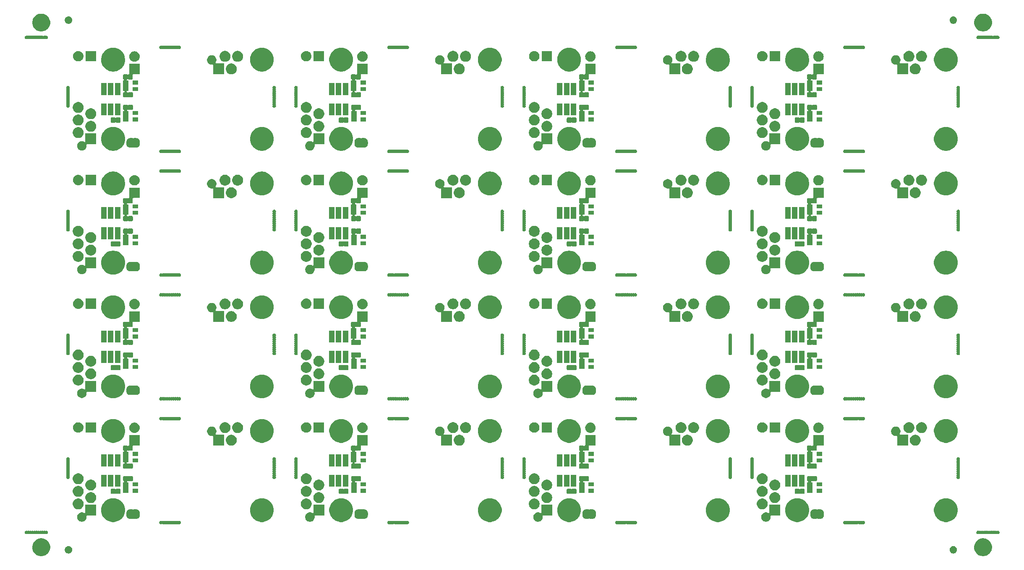
<source format=gbr>
G04 #@! TF.GenerationSoftware,KiCad,Pcbnew,5.0.2-bee76a0~70~ubuntu18.04.1*
G04 #@! TF.CreationDate,2020-03-12T16:20:20+01:00*
G04 #@! TF.ProjectId,output.m3_panel,6f757470-7574-42e6-9d33-5f70616e656c,rev?*
G04 #@! TF.SameCoordinates,Original*
G04 #@! TF.FileFunction,Soldermask,Bot*
G04 #@! TF.FilePolarity,Negative*
%FSLAX46Y46*%
G04 Gerber Fmt 4.6, Leading zero omitted, Abs format (unit mm)*
G04 Created by KiCad (PCBNEW 5.0.2-bee76a0~70~ubuntu18.04.1) date Thu 12 Mar 2020 04:20:20 PM CET*
%MOMM*%
%LPD*%
G01*
G04 APERTURE LIST*
%ADD10C,0.100000*%
G04 APERTURE END LIST*
D10*
G36*
X231409122Y-147246115D02*
X231525041Y-147269173D01*
X231852620Y-147404861D01*
X232143511Y-147599228D01*
X232147436Y-147601851D01*
X232398149Y-147852564D01*
X232595140Y-148147382D01*
X232730827Y-148474960D01*
X232800000Y-148822714D01*
X232800000Y-149177286D01*
X232779323Y-149281234D01*
X232730827Y-149525041D01*
X232710601Y-149573870D01*
X232595140Y-149852618D01*
X232398149Y-150147436D01*
X232147436Y-150398149D01*
X232147433Y-150398151D01*
X231852620Y-150595139D01*
X231525041Y-150730827D01*
X231409122Y-150753885D01*
X231177286Y-150800000D01*
X230822714Y-150800000D01*
X230590878Y-150753885D01*
X230474959Y-150730827D01*
X230147380Y-150595139D01*
X229852567Y-150398151D01*
X229852564Y-150398149D01*
X229601851Y-150147436D01*
X229404860Y-149852618D01*
X229289399Y-149573870D01*
X229269173Y-149525041D01*
X229220677Y-149281234D01*
X229200000Y-149177286D01*
X229200000Y-148822714D01*
X229269173Y-148474960D01*
X229404860Y-148147382D01*
X229601851Y-147852564D01*
X229852564Y-147601851D01*
X229856489Y-147599228D01*
X230147380Y-147404861D01*
X230474959Y-147269173D01*
X230590878Y-147246115D01*
X230822714Y-147200000D01*
X231177286Y-147200000D01*
X231409122Y-147246115D01*
X231409122Y-147246115D01*
G37*
G36*
X41409122Y-147246115D02*
X41525041Y-147269173D01*
X41852620Y-147404861D01*
X42143511Y-147599228D01*
X42147436Y-147601851D01*
X42398149Y-147852564D01*
X42595140Y-148147382D01*
X42730827Y-148474960D01*
X42800000Y-148822714D01*
X42800000Y-149177286D01*
X42779323Y-149281234D01*
X42730827Y-149525041D01*
X42710601Y-149573870D01*
X42595140Y-149852618D01*
X42398149Y-150147436D01*
X42147436Y-150398149D01*
X42147433Y-150398151D01*
X41852620Y-150595139D01*
X41525041Y-150730827D01*
X41409122Y-150753885D01*
X41177286Y-150800000D01*
X40822714Y-150800000D01*
X40590878Y-150753885D01*
X40474959Y-150730827D01*
X40147380Y-150595139D01*
X39852567Y-150398151D01*
X39852564Y-150398149D01*
X39601851Y-150147436D01*
X39404860Y-149852618D01*
X39289399Y-149573870D01*
X39269173Y-149525041D01*
X39220677Y-149281234D01*
X39200000Y-149177286D01*
X39200000Y-148822714D01*
X39269173Y-148474960D01*
X39404860Y-148147382D01*
X39601851Y-147852564D01*
X39852564Y-147601851D01*
X39856489Y-147599228D01*
X40147380Y-147404861D01*
X40474959Y-147269173D01*
X40590878Y-147246115D01*
X40822714Y-147200000D01*
X41177286Y-147200000D01*
X41409122Y-147246115D01*
X41409122Y-147246115D01*
G37*
G36*
X46646318Y-148764411D02*
X46718767Y-148778822D01*
X46775303Y-148802240D01*
X46855257Y-148835358D01*
X46978100Y-148917439D01*
X47082561Y-149021900D01*
X47164642Y-149144743D01*
X47221178Y-149281234D01*
X47250000Y-149426130D01*
X47250000Y-149573870D01*
X47221178Y-149718766D01*
X47164642Y-149855257D01*
X47082561Y-149978100D01*
X46978100Y-150082561D01*
X46855257Y-150164642D01*
X46775303Y-150197760D01*
X46718767Y-150221178D01*
X46646318Y-150235589D01*
X46573870Y-150250000D01*
X46426130Y-150250000D01*
X46353682Y-150235589D01*
X46281233Y-150221178D01*
X46224697Y-150197760D01*
X46144743Y-150164642D01*
X46021900Y-150082561D01*
X45917439Y-149978100D01*
X45835358Y-149855257D01*
X45778822Y-149718766D01*
X45750000Y-149573870D01*
X45750000Y-149426130D01*
X45778822Y-149281234D01*
X45835358Y-149144743D01*
X45917439Y-149021900D01*
X46021900Y-148917439D01*
X46144743Y-148835358D01*
X46224697Y-148802240D01*
X46281233Y-148778822D01*
X46353682Y-148764411D01*
X46426130Y-148750000D01*
X46573870Y-148750000D01*
X46646318Y-148764411D01*
X46646318Y-148764411D01*
G37*
G36*
X225146318Y-148764411D02*
X225218767Y-148778822D01*
X225275303Y-148802240D01*
X225355257Y-148835358D01*
X225478100Y-148917439D01*
X225582561Y-149021900D01*
X225664642Y-149144743D01*
X225721178Y-149281234D01*
X225750000Y-149426130D01*
X225750000Y-149573870D01*
X225721178Y-149718766D01*
X225664642Y-149855257D01*
X225582561Y-149978100D01*
X225478100Y-150082561D01*
X225355257Y-150164642D01*
X225275303Y-150197760D01*
X225218767Y-150221178D01*
X225146318Y-150235589D01*
X225073870Y-150250000D01*
X224926130Y-150250000D01*
X224853682Y-150235589D01*
X224781233Y-150221178D01*
X224724697Y-150197760D01*
X224644743Y-150164642D01*
X224521900Y-150082561D01*
X224417439Y-149978100D01*
X224335358Y-149855257D01*
X224278822Y-149718766D01*
X224250000Y-149573870D01*
X224250000Y-149426130D01*
X224278822Y-149281234D01*
X224335358Y-149144743D01*
X224417439Y-149021900D01*
X224521900Y-148917439D01*
X224644743Y-148835358D01*
X224724697Y-148802240D01*
X224781233Y-148778822D01*
X224853682Y-148764411D01*
X224926130Y-148750000D01*
X225073870Y-148750000D01*
X225146318Y-148764411D01*
X225146318Y-148764411D01*
G37*
G36*
X38051377Y-145653363D02*
X38102091Y-145663450D01*
X38152172Y-145684194D01*
X38175613Y-145691305D01*
X38199999Y-145693707D01*
X38224386Y-145691305D01*
X38247828Y-145684194D01*
X38297909Y-145663450D01*
X38348623Y-145653363D01*
X38365527Y-145650000D01*
X38434473Y-145650000D01*
X38451377Y-145653363D01*
X38502091Y-145663450D01*
X38552172Y-145684194D01*
X38575613Y-145691305D01*
X38599999Y-145693707D01*
X38624386Y-145691305D01*
X38647828Y-145684194D01*
X38697909Y-145663450D01*
X38748623Y-145653363D01*
X38765527Y-145650000D01*
X38834473Y-145650000D01*
X38851377Y-145653363D01*
X38902091Y-145663450D01*
X38952172Y-145684194D01*
X38975613Y-145691305D01*
X38999999Y-145693707D01*
X39024386Y-145691305D01*
X39047828Y-145684194D01*
X39097909Y-145663450D01*
X39148623Y-145653363D01*
X39165527Y-145650000D01*
X39234473Y-145650000D01*
X39251377Y-145653363D01*
X39302091Y-145663450D01*
X39352172Y-145684194D01*
X39375613Y-145691305D01*
X39399999Y-145693707D01*
X39424386Y-145691305D01*
X39447828Y-145684194D01*
X39497909Y-145663450D01*
X39548623Y-145653363D01*
X39565527Y-145650000D01*
X39634473Y-145650000D01*
X39651377Y-145653363D01*
X39702091Y-145663450D01*
X39752172Y-145684194D01*
X39775613Y-145691305D01*
X39799999Y-145693707D01*
X39824386Y-145691305D01*
X39847828Y-145684194D01*
X39897909Y-145663450D01*
X39948623Y-145653363D01*
X39965527Y-145650000D01*
X40034473Y-145650000D01*
X40051377Y-145653363D01*
X40102091Y-145663450D01*
X40152172Y-145684194D01*
X40175613Y-145691305D01*
X40199999Y-145693707D01*
X40224386Y-145691305D01*
X40247828Y-145684194D01*
X40297909Y-145663450D01*
X40348623Y-145653363D01*
X40365527Y-145650000D01*
X40434473Y-145650000D01*
X40451377Y-145653363D01*
X40502091Y-145663450D01*
X40552172Y-145684194D01*
X40575613Y-145691305D01*
X40599999Y-145693707D01*
X40624386Y-145691305D01*
X40647828Y-145684194D01*
X40697909Y-145663450D01*
X40748623Y-145653363D01*
X40765527Y-145650000D01*
X40834473Y-145650000D01*
X40851377Y-145653363D01*
X40902091Y-145663450D01*
X40952172Y-145684194D01*
X40975613Y-145691305D01*
X40999999Y-145693707D01*
X41024386Y-145691305D01*
X41047828Y-145684194D01*
X41097909Y-145663450D01*
X41148623Y-145653363D01*
X41165527Y-145650000D01*
X41234473Y-145650000D01*
X41251377Y-145653363D01*
X41302091Y-145663450D01*
X41352172Y-145684194D01*
X41375613Y-145691305D01*
X41399999Y-145693707D01*
X41424386Y-145691305D01*
X41447828Y-145684194D01*
X41497909Y-145663450D01*
X41548623Y-145653363D01*
X41565527Y-145650000D01*
X41634473Y-145650000D01*
X41651377Y-145653363D01*
X41702091Y-145663450D01*
X41752172Y-145684194D01*
X41775613Y-145691305D01*
X41799999Y-145693707D01*
X41824386Y-145691305D01*
X41847828Y-145684194D01*
X41897909Y-145663450D01*
X41948623Y-145653363D01*
X41965527Y-145650000D01*
X42034473Y-145650000D01*
X42051377Y-145653363D01*
X42102091Y-145663450D01*
X42165787Y-145689834D01*
X42223112Y-145728137D01*
X42271863Y-145776888D01*
X42310166Y-145834213D01*
X42336550Y-145897909D01*
X42350000Y-145965528D01*
X42350000Y-146034472D01*
X42336550Y-146102091D01*
X42310166Y-146165787D01*
X42271863Y-146223112D01*
X42223112Y-146271863D01*
X42165787Y-146310166D01*
X42102091Y-146336550D01*
X42051377Y-146346637D01*
X42034473Y-146350000D01*
X41965527Y-146350000D01*
X41948623Y-146346637D01*
X41897909Y-146336550D01*
X41847828Y-146315806D01*
X41824387Y-146308695D01*
X41800001Y-146306293D01*
X41775614Y-146308695D01*
X41752172Y-146315806D01*
X41702091Y-146336550D01*
X41651377Y-146346637D01*
X41634473Y-146350000D01*
X41565527Y-146350000D01*
X41548623Y-146346637D01*
X41497909Y-146336550D01*
X41447828Y-146315806D01*
X41424387Y-146308695D01*
X41400001Y-146306293D01*
X41375614Y-146308695D01*
X41352172Y-146315806D01*
X41302091Y-146336550D01*
X41251377Y-146346637D01*
X41234473Y-146350000D01*
X41165527Y-146350000D01*
X41148623Y-146346637D01*
X41097909Y-146336550D01*
X41047828Y-146315806D01*
X41024387Y-146308695D01*
X41000001Y-146306293D01*
X40975614Y-146308695D01*
X40952172Y-146315806D01*
X40902091Y-146336550D01*
X40851377Y-146346637D01*
X40834473Y-146350000D01*
X40765527Y-146350000D01*
X40748623Y-146346637D01*
X40697909Y-146336550D01*
X40647828Y-146315806D01*
X40624387Y-146308695D01*
X40600001Y-146306293D01*
X40575614Y-146308695D01*
X40552172Y-146315806D01*
X40502091Y-146336550D01*
X40451377Y-146346637D01*
X40434473Y-146350000D01*
X40365527Y-146350000D01*
X40348623Y-146346637D01*
X40297909Y-146336550D01*
X40247828Y-146315806D01*
X40224387Y-146308695D01*
X40200001Y-146306293D01*
X40175614Y-146308695D01*
X40152172Y-146315806D01*
X40102091Y-146336550D01*
X40051377Y-146346637D01*
X40034473Y-146350000D01*
X39965527Y-146350000D01*
X39948623Y-146346637D01*
X39897909Y-146336550D01*
X39847828Y-146315806D01*
X39824387Y-146308695D01*
X39800001Y-146306293D01*
X39775614Y-146308695D01*
X39752172Y-146315806D01*
X39702091Y-146336550D01*
X39651377Y-146346637D01*
X39634473Y-146350000D01*
X39565527Y-146350000D01*
X39548623Y-146346637D01*
X39497909Y-146336550D01*
X39447828Y-146315806D01*
X39424387Y-146308695D01*
X39400001Y-146306293D01*
X39375614Y-146308695D01*
X39352172Y-146315806D01*
X39302091Y-146336550D01*
X39251377Y-146346637D01*
X39234473Y-146350000D01*
X39165527Y-146350000D01*
X39148623Y-146346637D01*
X39097909Y-146336550D01*
X39047828Y-146315806D01*
X39024387Y-146308695D01*
X39000001Y-146306293D01*
X38975614Y-146308695D01*
X38952172Y-146315806D01*
X38902091Y-146336550D01*
X38851377Y-146346637D01*
X38834473Y-146350000D01*
X38765527Y-146350000D01*
X38748623Y-146346637D01*
X38697909Y-146336550D01*
X38647828Y-146315806D01*
X38624387Y-146308695D01*
X38600001Y-146306293D01*
X38575614Y-146308695D01*
X38552172Y-146315806D01*
X38502091Y-146336550D01*
X38451377Y-146346637D01*
X38434473Y-146350000D01*
X38365527Y-146350000D01*
X38348623Y-146346637D01*
X38297909Y-146336550D01*
X38247828Y-146315806D01*
X38224387Y-146308695D01*
X38200001Y-146306293D01*
X38175614Y-146308695D01*
X38152172Y-146315806D01*
X38102091Y-146336550D01*
X38051377Y-146346637D01*
X38034473Y-146350000D01*
X37965527Y-146350000D01*
X37948623Y-146346637D01*
X37897909Y-146336550D01*
X37834213Y-146310166D01*
X37776888Y-146271863D01*
X37728137Y-146223112D01*
X37689834Y-146165787D01*
X37663450Y-146102091D01*
X37650000Y-146034472D01*
X37650000Y-145965528D01*
X37663450Y-145897909D01*
X37689834Y-145834213D01*
X37728137Y-145776888D01*
X37776888Y-145728137D01*
X37834213Y-145689834D01*
X37897909Y-145663450D01*
X37948623Y-145653363D01*
X37965527Y-145650000D01*
X38034473Y-145650000D01*
X38051377Y-145653363D01*
X38051377Y-145653363D01*
G37*
G36*
X230051377Y-145653363D02*
X230102091Y-145663450D01*
X230152172Y-145684194D01*
X230175613Y-145691305D01*
X230199999Y-145693707D01*
X230224386Y-145691305D01*
X230247828Y-145684194D01*
X230297909Y-145663450D01*
X230348623Y-145653363D01*
X230365527Y-145650000D01*
X230434473Y-145650000D01*
X230451377Y-145653363D01*
X230502091Y-145663450D01*
X230552172Y-145684194D01*
X230575613Y-145691305D01*
X230599999Y-145693707D01*
X230624386Y-145691305D01*
X230647828Y-145684194D01*
X230697909Y-145663450D01*
X230748623Y-145653363D01*
X230765527Y-145650000D01*
X230834473Y-145650000D01*
X230851377Y-145653363D01*
X230902091Y-145663450D01*
X230952172Y-145684194D01*
X230975613Y-145691305D01*
X230999999Y-145693707D01*
X231024386Y-145691305D01*
X231047828Y-145684194D01*
X231097909Y-145663450D01*
X231148623Y-145653363D01*
X231165527Y-145650000D01*
X231234473Y-145650000D01*
X231251377Y-145653363D01*
X231302091Y-145663450D01*
X231352172Y-145684194D01*
X231375613Y-145691305D01*
X231399999Y-145693707D01*
X231424386Y-145691305D01*
X231447828Y-145684194D01*
X231497909Y-145663450D01*
X231548623Y-145653363D01*
X231565527Y-145650000D01*
X231634473Y-145650000D01*
X231651377Y-145653363D01*
X231702091Y-145663450D01*
X231752172Y-145684194D01*
X231775613Y-145691305D01*
X231799999Y-145693707D01*
X231824386Y-145691305D01*
X231847828Y-145684194D01*
X231897909Y-145663450D01*
X231948623Y-145653363D01*
X231965527Y-145650000D01*
X232034473Y-145650000D01*
X232051377Y-145653363D01*
X232102091Y-145663450D01*
X232152172Y-145684194D01*
X232175613Y-145691305D01*
X232199999Y-145693707D01*
X232224386Y-145691305D01*
X232247828Y-145684194D01*
X232297909Y-145663450D01*
X232348623Y-145653363D01*
X232365527Y-145650000D01*
X232434473Y-145650000D01*
X232451377Y-145653363D01*
X232502091Y-145663450D01*
X232552172Y-145684194D01*
X232575613Y-145691305D01*
X232599999Y-145693707D01*
X232624386Y-145691305D01*
X232647828Y-145684194D01*
X232697909Y-145663450D01*
X232748623Y-145653363D01*
X232765527Y-145650000D01*
X232834473Y-145650000D01*
X232851377Y-145653363D01*
X232902091Y-145663450D01*
X232952172Y-145684194D01*
X232975613Y-145691305D01*
X232999999Y-145693707D01*
X233024386Y-145691305D01*
X233047828Y-145684194D01*
X233097909Y-145663450D01*
X233148623Y-145653363D01*
X233165527Y-145650000D01*
X233234473Y-145650000D01*
X233251377Y-145653363D01*
X233302091Y-145663450D01*
X233352172Y-145684194D01*
X233375613Y-145691305D01*
X233399999Y-145693707D01*
X233424386Y-145691305D01*
X233447828Y-145684194D01*
X233497909Y-145663450D01*
X233548623Y-145653363D01*
X233565527Y-145650000D01*
X233634473Y-145650000D01*
X233651377Y-145653363D01*
X233702091Y-145663450D01*
X233752172Y-145684194D01*
X233775613Y-145691305D01*
X233799999Y-145693707D01*
X233824386Y-145691305D01*
X233847828Y-145684194D01*
X233897909Y-145663450D01*
X233948623Y-145653363D01*
X233965527Y-145650000D01*
X234034473Y-145650000D01*
X234051377Y-145653363D01*
X234102091Y-145663450D01*
X234165787Y-145689834D01*
X234223112Y-145728137D01*
X234271863Y-145776888D01*
X234310166Y-145834213D01*
X234336550Y-145897909D01*
X234350000Y-145965528D01*
X234350000Y-146034472D01*
X234336550Y-146102091D01*
X234310166Y-146165787D01*
X234271863Y-146223112D01*
X234223112Y-146271863D01*
X234165787Y-146310166D01*
X234102091Y-146336550D01*
X234051377Y-146346637D01*
X234034473Y-146350000D01*
X233965527Y-146350000D01*
X233948623Y-146346637D01*
X233897909Y-146336550D01*
X233847828Y-146315806D01*
X233824387Y-146308695D01*
X233800001Y-146306293D01*
X233775614Y-146308695D01*
X233752172Y-146315806D01*
X233702091Y-146336550D01*
X233651377Y-146346637D01*
X233634473Y-146350000D01*
X233565527Y-146350000D01*
X233548623Y-146346637D01*
X233497909Y-146336550D01*
X233447828Y-146315806D01*
X233424387Y-146308695D01*
X233400001Y-146306293D01*
X233375614Y-146308695D01*
X233352172Y-146315806D01*
X233302091Y-146336550D01*
X233251377Y-146346637D01*
X233234473Y-146350000D01*
X233165527Y-146350000D01*
X233148623Y-146346637D01*
X233097909Y-146336550D01*
X233047828Y-146315806D01*
X233024387Y-146308695D01*
X233000001Y-146306293D01*
X232975614Y-146308695D01*
X232952172Y-146315806D01*
X232902091Y-146336550D01*
X232851377Y-146346637D01*
X232834473Y-146350000D01*
X232765527Y-146350000D01*
X232748623Y-146346637D01*
X232697909Y-146336550D01*
X232647828Y-146315806D01*
X232624387Y-146308695D01*
X232600001Y-146306293D01*
X232575614Y-146308695D01*
X232552172Y-146315806D01*
X232502091Y-146336550D01*
X232451377Y-146346637D01*
X232434473Y-146350000D01*
X232365527Y-146350000D01*
X232348623Y-146346637D01*
X232297909Y-146336550D01*
X232247828Y-146315806D01*
X232224387Y-146308695D01*
X232200001Y-146306293D01*
X232175614Y-146308695D01*
X232152172Y-146315806D01*
X232102091Y-146336550D01*
X232051377Y-146346637D01*
X232034473Y-146350000D01*
X231965527Y-146350000D01*
X231948623Y-146346637D01*
X231897909Y-146336550D01*
X231847828Y-146315806D01*
X231824387Y-146308695D01*
X231800001Y-146306293D01*
X231775614Y-146308695D01*
X231752172Y-146315806D01*
X231702091Y-146336550D01*
X231651377Y-146346637D01*
X231634473Y-146350000D01*
X231565527Y-146350000D01*
X231548623Y-146346637D01*
X231497909Y-146336550D01*
X231447828Y-146315806D01*
X231424387Y-146308695D01*
X231400001Y-146306293D01*
X231375614Y-146308695D01*
X231352172Y-146315806D01*
X231302091Y-146336550D01*
X231251377Y-146346637D01*
X231234473Y-146350000D01*
X231165527Y-146350000D01*
X231148623Y-146346637D01*
X231097909Y-146336550D01*
X231047828Y-146315806D01*
X231024387Y-146308695D01*
X231000001Y-146306293D01*
X230975614Y-146308695D01*
X230952172Y-146315806D01*
X230902091Y-146336550D01*
X230851377Y-146346637D01*
X230834473Y-146350000D01*
X230765527Y-146350000D01*
X230748623Y-146346637D01*
X230697909Y-146336550D01*
X230647828Y-146315806D01*
X230624387Y-146308695D01*
X230600001Y-146306293D01*
X230575614Y-146308695D01*
X230552172Y-146315806D01*
X230502091Y-146336550D01*
X230451377Y-146346637D01*
X230434473Y-146350000D01*
X230365527Y-146350000D01*
X230348623Y-146346637D01*
X230297909Y-146336550D01*
X230247828Y-146315806D01*
X230224387Y-146308695D01*
X230200001Y-146306293D01*
X230175614Y-146308695D01*
X230152172Y-146315806D01*
X230102091Y-146336550D01*
X230051377Y-146346637D01*
X230034473Y-146350000D01*
X229965527Y-146350000D01*
X229948623Y-146346637D01*
X229897909Y-146336550D01*
X229834213Y-146310166D01*
X229776888Y-146271863D01*
X229728137Y-146223112D01*
X229689834Y-146165787D01*
X229663450Y-146102091D01*
X229650000Y-146034472D01*
X229650000Y-145965528D01*
X229663450Y-145897909D01*
X229689834Y-145834213D01*
X229728137Y-145776888D01*
X229776888Y-145728137D01*
X229834213Y-145689834D01*
X229897909Y-145663450D01*
X229948623Y-145653363D01*
X229965527Y-145650000D01*
X230034473Y-145650000D01*
X230051377Y-145653363D01*
X230051377Y-145653363D01*
G37*
G36*
X65252079Y-143663450D02*
X65307710Y-143686493D01*
X65331159Y-143693606D01*
X65355546Y-143696008D01*
X65379932Y-143693606D01*
X65403380Y-143686493D01*
X65459010Y-143663450D01*
X65492820Y-143656725D01*
X65526628Y-143650000D01*
X65595574Y-143650000D01*
X65663192Y-143663450D01*
X65718823Y-143686493D01*
X65742272Y-143693606D01*
X65766659Y-143696008D01*
X65791045Y-143693606D01*
X65814493Y-143686493D01*
X65870123Y-143663450D01*
X65903933Y-143656725D01*
X65937741Y-143650000D01*
X66006687Y-143650000D01*
X66074305Y-143663450D01*
X66129936Y-143686493D01*
X66153385Y-143693606D01*
X66177772Y-143696008D01*
X66202158Y-143693606D01*
X66225606Y-143686493D01*
X66281236Y-143663450D01*
X66315046Y-143656725D01*
X66348854Y-143650000D01*
X66417800Y-143650000D01*
X66485418Y-143663450D01*
X66541049Y-143686493D01*
X66564498Y-143693606D01*
X66588885Y-143696008D01*
X66613271Y-143693606D01*
X66636719Y-143686493D01*
X66692349Y-143663450D01*
X66726159Y-143656725D01*
X66759967Y-143650000D01*
X66828913Y-143650000D01*
X66896531Y-143663450D01*
X66952162Y-143686493D01*
X66975611Y-143693606D01*
X66999998Y-143696008D01*
X67024384Y-143693606D01*
X67047832Y-143686493D01*
X67103462Y-143663450D01*
X67137272Y-143656725D01*
X67171080Y-143650000D01*
X67240026Y-143650000D01*
X67307644Y-143663450D01*
X67363275Y-143686493D01*
X67386724Y-143693606D01*
X67411111Y-143696008D01*
X67435497Y-143693606D01*
X67458945Y-143686493D01*
X67514575Y-143663450D01*
X67548385Y-143656725D01*
X67582193Y-143650000D01*
X67651139Y-143650000D01*
X67718757Y-143663450D01*
X67774388Y-143686493D01*
X67797837Y-143693606D01*
X67822224Y-143696008D01*
X67846610Y-143693606D01*
X67870058Y-143686493D01*
X67925688Y-143663450D01*
X67959498Y-143656725D01*
X67993306Y-143650000D01*
X68062252Y-143650000D01*
X68129870Y-143663450D01*
X68185501Y-143686493D01*
X68208950Y-143693606D01*
X68233337Y-143696008D01*
X68257723Y-143693606D01*
X68281171Y-143686493D01*
X68336801Y-143663450D01*
X68370611Y-143656725D01*
X68404419Y-143650000D01*
X68473365Y-143650000D01*
X68540983Y-143663450D01*
X68596614Y-143686493D01*
X68620063Y-143693606D01*
X68644450Y-143696008D01*
X68668836Y-143693606D01*
X68692284Y-143686493D01*
X68747914Y-143663450D01*
X68781724Y-143656725D01*
X68815532Y-143650000D01*
X68884478Y-143650000D01*
X68901382Y-143653362D01*
X68952096Y-143663450D01*
X69015792Y-143689834D01*
X69073117Y-143728137D01*
X69121868Y-143776888D01*
X69160171Y-143834213D01*
X69186555Y-143897909D01*
X69200005Y-143965528D01*
X69200005Y-144034472D01*
X69186555Y-144102091D01*
X69160171Y-144165787D01*
X69121868Y-144223112D01*
X69073117Y-144271863D01*
X69015792Y-144310166D01*
X68952096Y-144336550D01*
X68901382Y-144346637D01*
X68884478Y-144350000D01*
X68815532Y-144350000D01*
X68747914Y-144336550D01*
X68692283Y-144313507D01*
X68668834Y-144306394D01*
X68644447Y-144303992D01*
X68620061Y-144306394D01*
X68596614Y-144313507D01*
X68540983Y-144336550D01*
X68507173Y-144343275D01*
X68473365Y-144350000D01*
X68404419Y-144350000D01*
X68336801Y-144336550D01*
X68281170Y-144313507D01*
X68257721Y-144306394D01*
X68233334Y-144303992D01*
X68208948Y-144306394D01*
X68185501Y-144313507D01*
X68129870Y-144336550D01*
X68096060Y-144343275D01*
X68062252Y-144350000D01*
X67993306Y-144350000D01*
X67925688Y-144336550D01*
X67870057Y-144313507D01*
X67846608Y-144306394D01*
X67822221Y-144303992D01*
X67797835Y-144306394D01*
X67774388Y-144313507D01*
X67718757Y-144336550D01*
X67684947Y-144343275D01*
X67651139Y-144350000D01*
X67582193Y-144350000D01*
X67514575Y-144336550D01*
X67458944Y-144313507D01*
X67435495Y-144306394D01*
X67411108Y-144303992D01*
X67386722Y-144306394D01*
X67363275Y-144313507D01*
X67307644Y-144336550D01*
X67273834Y-144343275D01*
X67240026Y-144350000D01*
X67171080Y-144350000D01*
X67103462Y-144336550D01*
X67047831Y-144313507D01*
X67024382Y-144306394D01*
X66999995Y-144303992D01*
X66975609Y-144306394D01*
X66952162Y-144313507D01*
X66896531Y-144336550D01*
X66862721Y-144343275D01*
X66828913Y-144350000D01*
X66759967Y-144350000D01*
X66692349Y-144336550D01*
X66636718Y-144313507D01*
X66613269Y-144306394D01*
X66588882Y-144303992D01*
X66564496Y-144306394D01*
X66541049Y-144313507D01*
X66485418Y-144336550D01*
X66451608Y-144343275D01*
X66417800Y-144350000D01*
X66348854Y-144350000D01*
X66281236Y-144336550D01*
X66225605Y-144313507D01*
X66202156Y-144306394D01*
X66177769Y-144303992D01*
X66153383Y-144306394D01*
X66129936Y-144313507D01*
X66074305Y-144336550D01*
X66040495Y-144343275D01*
X66006687Y-144350000D01*
X65937741Y-144350000D01*
X65870123Y-144336550D01*
X65814492Y-144313507D01*
X65791043Y-144306394D01*
X65766656Y-144303992D01*
X65742270Y-144306394D01*
X65718823Y-144313507D01*
X65663192Y-144336550D01*
X65629382Y-144343275D01*
X65595574Y-144350000D01*
X65526628Y-144350000D01*
X65459010Y-144336550D01*
X65403379Y-144313507D01*
X65379930Y-144306394D01*
X65355543Y-144303992D01*
X65331157Y-144306394D01*
X65307710Y-144313507D01*
X65252079Y-144336550D01*
X65218269Y-144343275D01*
X65184461Y-144350000D01*
X65115515Y-144350000D01*
X65098611Y-144346637D01*
X65047897Y-144336550D01*
X64984201Y-144310166D01*
X64926876Y-144271863D01*
X64878125Y-144223112D01*
X64839822Y-144165787D01*
X64813438Y-144102091D01*
X64799988Y-144034472D01*
X64799988Y-143965528D01*
X64813438Y-143897909D01*
X64839822Y-143834213D01*
X64878125Y-143776888D01*
X64926876Y-143728137D01*
X64984201Y-143689834D01*
X65047897Y-143663450D01*
X65098611Y-143653362D01*
X65115515Y-143650000D01*
X65184461Y-143650000D01*
X65252079Y-143663450D01*
X65252079Y-143663450D01*
G37*
G36*
X111252079Y-143663450D02*
X111307710Y-143686493D01*
X111331159Y-143693606D01*
X111355546Y-143696008D01*
X111379932Y-143693606D01*
X111403380Y-143686493D01*
X111459010Y-143663450D01*
X111492820Y-143656725D01*
X111526628Y-143650000D01*
X111595574Y-143650000D01*
X111663192Y-143663450D01*
X111718823Y-143686493D01*
X111742272Y-143693606D01*
X111766659Y-143696008D01*
X111791045Y-143693606D01*
X111814493Y-143686493D01*
X111870123Y-143663450D01*
X111903933Y-143656725D01*
X111937741Y-143650000D01*
X112006687Y-143650000D01*
X112074305Y-143663450D01*
X112129936Y-143686493D01*
X112153385Y-143693606D01*
X112177772Y-143696008D01*
X112202158Y-143693606D01*
X112225606Y-143686493D01*
X112281236Y-143663450D01*
X112315046Y-143656725D01*
X112348854Y-143650000D01*
X112417800Y-143650000D01*
X112485418Y-143663450D01*
X112541049Y-143686493D01*
X112564498Y-143693606D01*
X112588885Y-143696008D01*
X112613271Y-143693606D01*
X112636719Y-143686493D01*
X112692349Y-143663450D01*
X112726159Y-143656725D01*
X112759967Y-143650000D01*
X112828913Y-143650000D01*
X112896531Y-143663450D01*
X112952162Y-143686493D01*
X112975611Y-143693606D01*
X112999998Y-143696008D01*
X113024384Y-143693606D01*
X113047832Y-143686493D01*
X113103462Y-143663450D01*
X113137272Y-143656725D01*
X113171080Y-143650000D01*
X113240026Y-143650000D01*
X113307644Y-143663450D01*
X113363275Y-143686493D01*
X113386724Y-143693606D01*
X113411111Y-143696008D01*
X113435497Y-143693606D01*
X113458945Y-143686493D01*
X113514575Y-143663450D01*
X113548385Y-143656725D01*
X113582193Y-143650000D01*
X113651139Y-143650000D01*
X113718757Y-143663450D01*
X113774388Y-143686493D01*
X113797837Y-143693606D01*
X113822224Y-143696008D01*
X113846610Y-143693606D01*
X113870058Y-143686493D01*
X113925688Y-143663450D01*
X113959498Y-143656725D01*
X113993306Y-143650000D01*
X114062252Y-143650000D01*
X114129870Y-143663450D01*
X114185501Y-143686493D01*
X114208950Y-143693606D01*
X114233337Y-143696008D01*
X114257723Y-143693606D01*
X114281171Y-143686493D01*
X114336801Y-143663450D01*
X114370611Y-143656725D01*
X114404419Y-143650000D01*
X114473365Y-143650000D01*
X114540983Y-143663450D01*
X114596614Y-143686493D01*
X114620063Y-143693606D01*
X114644450Y-143696008D01*
X114668836Y-143693606D01*
X114692284Y-143686493D01*
X114747914Y-143663450D01*
X114781724Y-143656725D01*
X114815532Y-143650000D01*
X114884478Y-143650000D01*
X114901382Y-143653362D01*
X114952096Y-143663450D01*
X115015792Y-143689834D01*
X115073117Y-143728137D01*
X115121868Y-143776888D01*
X115160171Y-143834213D01*
X115186555Y-143897909D01*
X115200005Y-143965528D01*
X115200005Y-144034472D01*
X115186555Y-144102091D01*
X115160171Y-144165787D01*
X115121868Y-144223112D01*
X115073117Y-144271863D01*
X115015792Y-144310166D01*
X114952096Y-144336550D01*
X114901382Y-144346637D01*
X114884478Y-144350000D01*
X114815532Y-144350000D01*
X114747914Y-144336550D01*
X114692283Y-144313507D01*
X114668834Y-144306394D01*
X114644447Y-144303992D01*
X114620061Y-144306394D01*
X114596614Y-144313507D01*
X114540983Y-144336550D01*
X114507173Y-144343275D01*
X114473365Y-144350000D01*
X114404419Y-144350000D01*
X114336801Y-144336550D01*
X114281170Y-144313507D01*
X114257721Y-144306394D01*
X114233334Y-144303992D01*
X114208948Y-144306394D01*
X114185501Y-144313507D01*
X114129870Y-144336550D01*
X114096060Y-144343275D01*
X114062252Y-144350000D01*
X113993306Y-144350000D01*
X113925688Y-144336550D01*
X113870057Y-144313507D01*
X113846608Y-144306394D01*
X113822221Y-144303992D01*
X113797835Y-144306394D01*
X113774388Y-144313507D01*
X113718757Y-144336550D01*
X113684947Y-144343275D01*
X113651139Y-144350000D01*
X113582193Y-144350000D01*
X113514575Y-144336550D01*
X113458944Y-144313507D01*
X113435495Y-144306394D01*
X113411108Y-144303992D01*
X113386722Y-144306394D01*
X113363275Y-144313507D01*
X113307644Y-144336550D01*
X113273834Y-144343275D01*
X113240026Y-144350000D01*
X113171080Y-144350000D01*
X113103462Y-144336550D01*
X113047831Y-144313507D01*
X113024382Y-144306394D01*
X112999995Y-144303992D01*
X112975609Y-144306394D01*
X112952162Y-144313507D01*
X112896531Y-144336550D01*
X112862721Y-144343275D01*
X112828913Y-144350000D01*
X112759967Y-144350000D01*
X112692349Y-144336550D01*
X112636718Y-144313507D01*
X112613269Y-144306394D01*
X112588882Y-144303992D01*
X112564496Y-144306394D01*
X112541049Y-144313507D01*
X112485418Y-144336550D01*
X112451608Y-144343275D01*
X112417800Y-144350000D01*
X112348854Y-144350000D01*
X112281236Y-144336550D01*
X112225605Y-144313507D01*
X112202156Y-144306394D01*
X112177769Y-144303992D01*
X112153383Y-144306394D01*
X112129936Y-144313507D01*
X112074305Y-144336550D01*
X112040495Y-144343275D01*
X112006687Y-144350000D01*
X111937741Y-144350000D01*
X111870123Y-144336550D01*
X111814492Y-144313507D01*
X111791043Y-144306394D01*
X111766656Y-144303992D01*
X111742270Y-144306394D01*
X111718823Y-144313507D01*
X111663192Y-144336550D01*
X111629382Y-144343275D01*
X111595574Y-144350000D01*
X111526628Y-144350000D01*
X111459010Y-144336550D01*
X111403379Y-144313507D01*
X111379930Y-144306394D01*
X111355543Y-144303992D01*
X111331157Y-144306394D01*
X111307710Y-144313507D01*
X111252079Y-144336550D01*
X111218269Y-144343275D01*
X111184461Y-144350000D01*
X111115515Y-144350000D01*
X111098611Y-144346637D01*
X111047897Y-144336550D01*
X110984201Y-144310166D01*
X110926876Y-144271863D01*
X110878125Y-144223112D01*
X110839822Y-144165787D01*
X110813438Y-144102091D01*
X110799988Y-144034472D01*
X110799988Y-143965528D01*
X110813438Y-143897909D01*
X110839822Y-143834213D01*
X110878125Y-143776888D01*
X110926876Y-143728137D01*
X110984201Y-143689834D01*
X111047897Y-143663450D01*
X111098611Y-143653362D01*
X111115515Y-143650000D01*
X111184461Y-143650000D01*
X111252079Y-143663450D01*
X111252079Y-143663450D01*
G37*
G36*
X157252079Y-143663450D02*
X157307710Y-143686493D01*
X157331159Y-143693606D01*
X157355546Y-143696008D01*
X157379932Y-143693606D01*
X157403380Y-143686493D01*
X157459010Y-143663450D01*
X157492820Y-143656725D01*
X157526628Y-143650000D01*
X157595574Y-143650000D01*
X157663192Y-143663450D01*
X157718823Y-143686493D01*
X157742272Y-143693606D01*
X157766659Y-143696008D01*
X157791045Y-143693606D01*
X157814493Y-143686493D01*
X157870123Y-143663450D01*
X157903933Y-143656725D01*
X157937741Y-143650000D01*
X158006687Y-143650000D01*
X158074305Y-143663450D01*
X158129936Y-143686493D01*
X158153385Y-143693606D01*
X158177772Y-143696008D01*
X158202158Y-143693606D01*
X158225606Y-143686493D01*
X158281236Y-143663450D01*
X158315046Y-143656725D01*
X158348854Y-143650000D01*
X158417800Y-143650000D01*
X158485418Y-143663450D01*
X158541049Y-143686493D01*
X158564498Y-143693606D01*
X158588885Y-143696008D01*
X158613271Y-143693606D01*
X158636719Y-143686493D01*
X158692349Y-143663450D01*
X158726159Y-143656725D01*
X158759967Y-143650000D01*
X158828913Y-143650000D01*
X158896531Y-143663450D01*
X158952162Y-143686493D01*
X158975611Y-143693606D01*
X158999998Y-143696008D01*
X159024384Y-143693606D01*
X159047832Y-143686493D01*
X159103462Y-143663450D01*
X159137272Y-143656725D01*
X159171080Y-143650000D01*
X159240026Y-143650000D01*
X159307644Y-143663450D01*
X159363275Y-143686493D01*
X159386724Y-143693606D01*
X159411111Y-143696008D01*
X159435497Y-143693606D01*
X159458945Y-143686493D01*
X159514575Y-143663450D01*
X159548385Y-143656725D01*
X159582193Y-143650000D01*
X159651139Y-143650000D01*
X159718757Y-143663450D01*
X159774388Y-143686493D01*
X159797837Y-143693606D01*
X159822224Y-143696008D01*
X159846610Y-143693606D01*
X159870058Y-143686493D01*
X159925688Y-143663450D01*
X159959498Y-143656725D01*
X159993306Y-143650000D01*
X160062252Y-143650000D01*
X160129870Y-143663450D01*
X160185501Y-143686493D01*
X160208950Y-143693606D01*
X160233337Y-143696008D01*
X160257723Y-143693606D01*
X160281171Y-143686493D01*
X160336801Y-143663450D01*
X160370611Y-143656725D01*
X160404419Y-143650000D01*
X160473365Y-143650000D01*
X160540983Y-143663450D01*
X160596614Y-143686493D01*
X160620063Y-143693606D01*
X160644450Y-143696008D01*
X160668836Y-143693606D01*
X160692284Y-143686493D01*
X160747914Y-143663450D01*
X160781724Y-143656725D01*
X160815532Y-143650000D01*
X160884478Y-143650000D01*
X160901382Y-143653362D01*
X160952096Y-143663450D01*
X161015792Y-143689834D01*
X161073117Y-143728137D01*
X161121868Y-143776888D01*
X161160171Y-143834213D01*
X161186555Y-143897909D01*
X161200005Y-143965528D01*
X161200005Y-144034472D01*
X161186555Y-144102091D01*
X161160171Y-144165787D01*
X161121868Y-144223112D01*
X161073117Y-144271863D01*
X161015792Y-144310166D01*
X160952096Y-144336550D01*
X160901382Y-144346637D01*
X160884478Y-144350000D01*
X160815532Y-144350000D01*
X160747914Y-144336550D01*
X160692283Y-144313507D01*
X160668834Y-144306394D01*
X160644447Y-144303992D01*
X160620061Y-144306394D01*
X160596614Y-144313507D01*
X160540983Y-144336550D01*
X160507173Y-144343275D01*
X160473365Y-144350000D01*
X160404419Y-144350000D01*
X160336801Y-144336550D01*
X160281170Y-144313507D01*
X160257721Y-144306394D01*
X160233334Y-144303992D01*
X160208948Y-144306394D01*
X160185501Y-144313507D01*
X160129870Y-144336550D01*
X160096060Y-144343275D01*
X160062252Y-144350000D01*
X159993306Y-144350000D01*
X159925688Y-144336550D01*
X159870057Y-144313507D01*
X159846608Y-144306394D01*
X159822221Y-144303992D01*
X159797835Y-144306394D01*
X159774388Y-144313507D01*
X159718757Y-144336550D01*
X159684947Y-144343275D01*
X159651139Y-144350000D01*
X159582193Y-144350000D01*
X159514575Y-144336550D01*
X159458944Y-144313507D01*
X159435495Y-144306394D01*
X159411108Y-144303992D01*
X159386722Y-144306394D01*
X159363275Y-144313507D01*
X159307644Y-144336550D01*
X159273834Y-144343275D01*
X159240026Y-144350000D01*
X159171080Y-144350000D01*
X159103462Y-144336550D01*
X159047831Y-144313507D01*
X159024382Y-144306394D01*
X158999995Y-144303992D01*
X158975609Y-144306394D01*
X158952162Y-144313507D01*
X158896531Y-144336550D01*
X158862721Y-144343275D01*
X158828913Y-144350000D01*
X158759967Y-144350000D01*
X158692349Y-144336550D01*
X158636718Y-144313507D01*
X158613269Y-144306394D01*
X158588882Y-144303992D01*
X158564496Y-144306394D01*
X158541049Y-144313507D01*
X158485418Y-144336550D01*
X158451608Y-144343275D01*
X158417800Y-144350000D01*
X158348854Y-144350000D01*
X158281236Y-144336550D01*
X158225605Y-144313507D01*
X158202156Y-144306394D01*
X158177769Y-144303992D01*
X158153383Y-144306394D01*
X158129936Y-144313507D01*
X158074305Y-144336550D01*
X158040495Y-144343275D01*
X158006687Y-144350000D01*
X157937741Y-144350000D01*
X157870123Y-144336550D01*
X157814492Y-144313507D01*
X157791043Y-144306394D01*
X157766656Y-144303992D01*
X157742270Y-144306394D01*
X157718823Y-144313507D01*
X157663192Y-144336550D01*
X157629382Y-144343275D01*
X157595574Y-144350000D01*
X157526628Y-144350000D01*
X157459010Y-144336550D01*
X157403379Y-144313507D01*
X157379930Y-144306394D01*
X157355543Y-144303992D01*
X157331157Y-144306394D01*
X157307710Y-144313507D01*
X157252079Y-144336550D01*
X157218269Y-144343275D01*
X157184461Y-144350000D01*
X157115515Y-144350000D01*
X157098611Y-144346637D01*
X157047897Y-144336550D01*
X156984201Y-144310166D01*
X156926876Y-144271863D01*
X156878125Y-144223112D01*
X156839822Y-144165787D01*
X156813438Y-144102091D01*
X156799988Y-144034472D01*
X156799988Y-143965528D01*
X156813438Y-143897909D01*
X156839822Y-143834213D01*
X156878125Y-143776888D01*
X156926876Y-143728137D01*
X156984201Y-143689834D01*
X157047897Y-143663450D01*
X157098611Y-143653362D01*
X157115515Y-143650000D01*
X157184461Y-143650000D01*
X157252079Y-143663450D01*
X157252079Y-143663450D01*
G37*
G36*
X203252079Y-143663450D02*
X203307710Y-143686493D01*
X203331159Y-143693606D01*
X203355546Y-143696008D01*
X203379932Y-143693606D01*
X203403380Y-143686493D01*
X203459010Y-143663450D01*
X203492820Y-143656725D01*
X203526628Y-143650000D01*
X203595574Y-143650000D01*
X203663192Y-143663450D01*
X203718823Y-143686493D01*
X203742272Y-143693606D01*
X203766659Y-143696008D01*
X203791045Y-143693606D01*
X203814493Y-143686493D01*
X203870123Y-143663450D01*
X203903933Y-143656725D01*
X203937741Y-143650000D01*
X204006687Y-143650000D01*
X204074305Y-143663450D01*
X204129936Y-143686493D01*
X204153385Y-143693606D01*
X204177772Y-143696008D01*
X204202158Y-143693606D01*
X204225606Y-143686493D01*
X204281236Y-143663450D01*
X204315046Y-143656725D01*
X204348854Y-143650000D01*
X204417800Y-143650000D01*
X204485418Y-143663450D01*
X204541049Y-143686493D01*
X204564498Y-143693606D01*
X204588885Y-143696008D01*
X204613271Y-143693606D01*
X204636719Y-143686493D01*
X204692349Y-143663450D01*
X204726159Y-143656725D01*
X204759967Y-143650000D01*
X204828913Y-143650000D01*
X204896531Y-143663450D01*
X204952162Y-143686493D01*
X204975611Y-143693606D01*
X204999998Y-143696008D01*
X205024384Y-143693606D01*
X205047832Y-143686493D01*
X205103462Y-143663450D01*
X205137272Y-143656725D01*
X205171080Y-143650000D01*
X205240026Y-143650000D01*
X205307644Y-143663450D01*
X205363275Y-143686493D01*
X205386724Y-143693606D01*
X205411111Y-143696008D01*
X205435497Y-143693606D01*
X205458945Y-143686493D01*
X205514575Y-143663450D01*
X205548385Y-143656725D01*
X205582193Y-143650000D01*
X205651139Y-143650000D01*
X205718757Y-143663450D01*
X205774388Y-143686493D01*
X205797837Y-143693606D01*
X205822224Y-143696008D01*
X205846610Y-143693606D01*
X205870058Y-143686493D01*
X205925688Y-143663450D01*
X205959498Y-143656725D01*
X205993306Y-143650000D01*
X206062252Y-143650000D01*
X206129870Y-143663450D01*
X206185501Y-143686493D01*
X206208950Y-143693606D01*
X206233337Y-143696008D01*
X206257723Y-143693606D01*
X206281171Y-143686493D01*
X206336801Y-143663450D01*
X206370611Y-143656725D01*
X206404419Y-143650000D01*
X206473365Y-143650000D01*
X206540983Y-143663450D01*
X206596614Y-143686493D01*
X206620063Y-143693606D01*
X206644450Y-143696008D01*
X206668836Y-143693606D01*
X206692284Y-143686493D01*
X206747914Y-143663450D01*
X206781724Y-143656725D01*
X206815532Y-143650000D01*
X206884478Y-143650000D01*
X206901382Y-143653362D01*
X206952096Y-143663450D01*
X207015792Y-143689834D01*
X207073117Y-143728137D01*
X207121868Y-143776888D01*
X207160171Y-143834213D01*
X207186555Y-143897909D01*
X207200005Y-143965528D01*
X207200005Y-144034472D01*
X207186555Y-144102091D01*
X207160171Y-144165787D01*
X207121868Y-144223112D01*
X207073117Y-144271863D01*
X207015792Y-144310166D01*
X206952096Y-144336550D01*
X206901382Y-144346637D01*
X206884478Y-144350000D01*
X206815532Y-144350000D01*
X206747914Y-144336550D01*
X206692283Y-144313507D01*
X206668834Y-144306394D01*
X206644447Y-144303992D01*
X206620061Y-144306394D01*
X206596614Y-144313507D01*
X206540983Y-144336550D01*
X206507173Y-144343275D01*
X206473365Y-144350000D01*
X206404419Y-144350000D01*
X206336801Y-144336550D01*
X206281170Y-144313507D01*
X206257721Y-144306394D01*
X206233334Y-144303992D01*
X206208948Y-144306394D01*
X206185501Y-144313507D01*
X206129870Y-144336550D01*
X206096060Y-144343275D01*
X206062252Y-144350000D01*
X205993306Y-144350000D01*
X205925688Y-144336550D01*
X205870057Y-144313507D01*
X205846608Y-144306394D01*
X205822221Y-144303992D01*
X205797835Y-144306394D01*
X205774388Y-144313507D01*
X205718757Y-144336550D01*
X205684947Y-144343275D01*
X205651139Y-144350000D01*
X205582193Y-144350000D01*
X205514575Y-144336550D01*
X205458944Y-144313507D01*
X205435495Y-144306394D01*
X205411108Y-144303992D01*
X205386722Y-144306394D01*
X205363275Y-144313507D01*
X205307644Y-144336550D01*
X205273834Y-144343275D01*
X205240026Y-144350000D01*
X205171080Y-144350000D01*
X205103462Y-144336550D01*
X205047831Y-144313507D01*
X205024382Y-144306394D01*
X204999995Y-144303992D01*
X204975609Y-144306394D01*
X204952162Y-144313507D01*
X204896531Y-144336550D01*
X204862721Y-144343275D01*
X204828913Y-144350000D01*
X204759967Y-144350000D01*
X204692349Y-144336550D01*
X204636718Y-144313507D01*
X204613269Y-144306394D01*
X204588882Y-144303992D01*
X204564496Y-144306394D01*
X204541049Y-144313507D01*
X204485418Y-144336550D01*
X204451608Y-144343275D01*
X204417800Y-144350000D01*
X204348854Y-144350000D01*
X204281236Y-144336550D01*
X204225605Y-144313507D01*
X204202156Y-144306394D01*
X204177769Y-144303992D01*
X204153383Y-144306394D01*
X204129936Y-144313507D01*
X204074305Y-144336550D01*
X204040495Y-144343275D01*
X204006687Y-144350000D01*
X203937741Y-144350000D01*
X203870123Y-144336550D01*
X203814492Y-144313507D01*
X203791043Y-144306394D01*
X203766656Y-144303992D01*
X203742270Y-144306394D01*
X203718823Y-144313507D01*
X203663192Y-144336550D01*
X203629382Y-144343275D01*
X203595574Y-144350000D01*
X203526628Y-144350000D01*
X203459010Y-144336550D01*
X203403379Y-144313507D01*
X203379930Y-144306394D01*
X203355543Y-144303992D01*
X203331157Y-144306394D01*
X203307710Y-144313507D01*
X203252079Y-144336550D01*
X203218269Y-144343275D01*
X203184461Y-144350000D01*
X203115515Y-144350000D01*
X203098611Y-144346637D01*
X203047897Y-144336550D01*
X202984201Y-144310166D01*
X202926876Y-144271863D01*
X202878125Y-144223112D01*
X202839822Y-144165787D01*
X202813438Y-144102091D01*
X202799988Y-144034472D01*
X202799988Y-143965528D01*
X202813438Y-143897909D01*
X202839822Y-143834213D01*
X202878125Y-143776888D01*
X202926876Y-143728137D01*
X202984201Y-143689834D01*
X203047897Y-143663450D01*
X203098611Y-143653362D01*
X203115515Y-143650000D01*
X203184461Y-143650000D01*
X203252079Y-143663450D01*
X203252079Y-143663450D01*
G37*
G36*
X55851904Y-139122979D02*
X56200054Y-139192230D01*
X56636826Y-139373147D01*
X57029911Y-139635798D01*
X57364202Y-139970089D01*
X57626853Y-140363174D01*
X57807770Y-140799946D01*
X57900000Y-141263621D01*
X57900000Y-141736379D01*
X57807770Y-142200054D01*
X57626853Y-142636826D01*
X57364202Y-143029911D01*
X57029911Y-143364202D01*
X56636826Y-143626853D01*
X56200054Y-143807770D01*
X55851904Y-143877021D01*
X55736381Y-143900000D01*
X55263619Y-143900000D01*
X55148096Y-143877021D01*
X54799946Y-143807770D01*
X54363174Y-143626853D01*
X53970089Y-143364202D01*
X53635798Y-143029911D01*
X53373147Y-142636826D01*
X53192230Y-142200054D01*
X53100000Y-141736379D01*
X53100000Y-141263621D01*
X53192230Y-140799946D01*
X53373147Y-140363174D01*
X53635798Y-139970089D01*
X53970089Y-139635798D01*
X54363174Y-139373147D01*
X54799946Y-139192230D01*
X55148096Y-139122979D01*
X55263619Y-139100000D01*
X55736381Y-139100000D01*
X55851904Y-139122979D01*
X55851904Y-139122979D01*
G37*
G36*
X223851904Y-139122979D02*
X224200054Y-139192230D01*
X224636826Y-139373147D01*
X225029911Y-139635798D01*
X225364202Y-139970089D01*
X225626853Y-140363174D01*
X225807770Y-140799946D01*
X225900000Y-141263621D01*
X225900000Y-141736379D01*
X225807770Y-142200054D01*
X225626853Y-142636826D01*
X225364202Y-143029911D01*
X225029911Y-143364202D01*
X224636826Y-143626853D01*
X224200054Y-143807770D01*
X223851904Y-143877021D01*
X223736381Y-143900000D01*
X223263619Y-143900000D01*
X223148096Y-143877021D01*
X222799946Y-143807770D01*
X222363174Y-143626853D01*
X221970089Y-143364202D01*
X221635798Y-143029911D01*
X221373147Y-142636826D01*
X221192230Y-142200054D01*
X221100000Y-141736379D01*
X221100000Y-141263621D01*
X221192230Y-140799946D01*
X221373147Y-140363174D01*
X221635798Y-139970089D01*
X221970089Y-139635798D01*
X222363174Y-139373147D01*
X222799946Y-139192230D01*
X223148096Y-139122979D01*
X223263619Y-139100000D01*
X223736381Y-139100000D01*
X223851904Y-139122979D01*
X223851904Y-139122979D01*
G37*
G36*
X131851904Y-139122979D02*
X132200054Y-139192230D01*
X132636826Y-139373147D01*
X133029911Y-139635798D01*
X133364202Y-139970089D01*
X133626853Y-140363174D01*
X133807770Y-140799946D01*
X133900000Y-141263621D01*
X133900000Y-141736379D01*
X133807770Y-142200054D01*
X133626853Y-142636826D01*
X133364202Y-143029911D01*
X133029911Y-143364202D01*
X132636826Y-143626853D01*
X132200054Y-143807770D01*
X131851904Y-143877021D01*
X131736381Y-143900000D01*
X131263619Y-143900000D01*
X131148096Y-143877021D01*
X130799946Y-143807770D01*
X130363174Y-143626853D01*
X129970089Y-143364202D01*
X129635798Y-143029911D01*
X129373147Y-142636826D01*
X129192230Y-142200054D01*
X129100000Y-141736379D01*
X129100000Y-141263621D01*
X129192230Y-140799946D01*
X129373147Y-140363174D01*
X129635798Y-139970089D01*
X129970089Y-139635798D01*
X130363174Y-139373147D01*
X130799946Y-139192230D01*
X131148096Y-139122979D01*
X131263619Y-139100000D01*
X131736381Y-139100000D01*
X131851904Y-139122979D01*
X131851904Y-139122979D01*
G37*
G36*
X101851904Y-139122979D02*
X102200054Y-139192230D01*
X102636826Y-139373147D01*
X103029911Y-139635798D01*
X103364202Y-139970089D01*
X103626853Y-140363174D01*
X103807770Y-140799946D01*
X103900000Y-141263621D01*
X103900000Y-141736379D01*
X103807770Y-142200054D01*
X103626853Y-142636826D01*
X103364202Y-143029911D01*
X103029911Y-143364202D01*
X102636826Y-143626853D01*
X102200054Y-143807770D01*
X101851904Y-143877021D01*
X101736381Y-143900000D01*
X101263619Y-143900000D01*
X101148096Y-143877021D01*
X100799946Y-143807770D01*
X100363174Y-143626853D01*
X99970089Y-143364202D01*
X99635798Y-143029911D01*
X99373147Y-142636826D01*
X99192230Y-142200054D01*
X99100000Y-141736379D01*
X99100000Y-141263621D01*
X99192230Y-140799946D01*
X99373147Y-140363174D01*
X99635798Y-139970089D01*
X99970089Y-139635798D01*
X100363174Y-139373147D01*
X100799946Y-139192230D01*
X101148096Y-139122979D01*
X101263619Y-139100000D01*
X101736381Y-139100000D01*
X101851904Y-139122979D01*
X101851904Y-139122979D01*
G37*
G36*
X147851904Y-139122979D02*
X148200054Y-139192230D01*
X148636826Y-139373147D01*
X149029911Y-139635798D01*
X149364202Y-139970089D01*
X149626853Y-140363174D01*
X149807770Y-140799946D01*
X149900000Y-141263621D01*
X149900000Y-141736379D01*
X149807770Y-142200054D01*
X149626853Y-142636826D01*
X149364202Y-143029911D01*
X149029911Y-143364202D01*
X148636826Y-143626853D01*
X148200054Y-143807770D01*
X147851904Y-143877021D01*
X147736381Y-143900000D01*
X147263619Y-143900000D01*
X147148096Y-143877021D01*
X146799946Y-143807770D01*
X146363174Y-143626853D01*
X145970089Y-143364202D01*
X145635798Y-143029911D01*
X145373147Y-142636826D01*
X145192230Y-142200054D01*
X145100000Y-141736379D01*
X145100000Y-141263621D01*
X145192230Y-140799946D01*
X145373147Y-140363174D01*
X145635798Y-139970089D01*
X145970089Y-139635798D01*
X146363174Y-139373147D01*
X146799946Y-139192230D01*
X147148096Y-139122979D01*
X147263619Y-139100000D01*
X147736381Y-139100000D01*
X147851904Y-139122979D01*
X147851904Y-139122979D01*
G37*
G36*
X85851904Y-139122979D02*
X86200054Y-139192230D01*
X86636826Y-139373147D01*
X87029911Y-139635798D01*
X87364202Y-139970089D01*
X87626853Y-140363174D01*
X87807770Y-140799946D01*
X87900000Y-141263621D01*
X87900000Y-141736379D01*
X87807770Y-142200054D01*
X87626853Y-142636826D01*
X87364202Y-143029911D01*
X87029911Y-143364202D01*
X86636826Y-143626853D01*
X86200054Y-143807770D01*
X85851904Y-143877021D01*
X85736381Y-143900000D01*
X85263619Y-143900000D01*
X85148096Y-143877021D01*
X84799946Y-143807770D01*
X84363174Y-143626853D01*
X83970089Y-143364202D01*
X83635798Y-143029911D01*
X83373147Y-142636826D01*
X83192230Y-142200054D01*
X83100000Y-141736379D01*
X83100000Y-141263621D01*
X83192230Y-140799946D01*
X83373147Y-140363174D01*
X83635798Y-139970089D01*
X83970089Y-139635798D01*
X84363174Y-139373147D01*
X84799946Y-139192230D01*
X85148096Y-139122979D01*
X85263619Y-139100000D01*
X85736381Y-139100000D01*
X85851904Y-139122979D01*
X85851904Y-139122979D01*
G37*
G36*
X177851904Y-139122979D02*
X178200054Y-139192230D01*
X178636826Y-139373147D01*
X179029911Y-139635798D01*
X179364202Y-139970089D01*
X179626853Y-140363174D01*
X179807770Y-140799946D01*
X179900000Y-141263621D01*
X179900000Y-141736379D01*
X179807770Y-142200054D01*
X179626853Y-142636826D01*
X179364202Y-143029911D01*
X179029911Y-143364202D01*
X178636826Y-143626853D01*
X178200054Y-143807770D01*
X177851904Y-143877021D01*
X177736381Y-143900000D01*
X177263619Y-143900000D01*
X177148096Y-143877021D01*
X176799946Y-143807770D01*
X176363174Y-143626853D01*
X175970089Y-143364202D01*
X175635798Y-143029911D01*
X175373147Y-142636826D01*
X175192230Y-142200054D01*
X175100000Y-141736379D01*
X175100000Y-141263621D01*
X175192230Y-140799946D01*
X175373147Y-140363174D01*
X175635798Y-139970089D01*
X175970089Y-139635798D01*
X176363174Y-139373147D01*
X176799946Y-139192230D01*
X177148096Y-139122979D01*
X177263619Y-139100000D01*
X177736381Y-139100000D01*
X177851904Y-139122979D01*
X177851904Y-139122979D01*
G37*
G36*
X193851904Y-139122979D02*
X194200054Y-139192230D01*
X194636826Y-139373147D01*
X195029911Y-139635798D01*
X195364202Y-139970089D01*
X195626853Y-140363174D01*
X195807770Y-140799946D01*
X195900000Y-141263621D01*
X195900000Y-141736379D01*
X195807770Y-142200054D01*
X195626853Y-142636826D01*
X195364202Y-143029911D01*
X195029911Y-143364202D01*
X194636826Y-143626853D01*
X194200054Y-143807770D01*
X193851904Y-143877021D01*
X193736381Y-143900000D01*
X193263619Y-143900000D01*
X193148096Y-143877021D01*
X192799946Y-143807770D01*
X192363174Y-143626853D01*
X191970089Y-143364202D01*
X191635798Y-143029911D01*
X191373147Y-142636826D01*
X191192230Y-142200054D01*
X191100000Y-141736379D01*
X191100000Y-141263621D01*
X191192230Y-140799946D01*
X191373147Y-140363174D01*
X191635798Y-139970089D01*
X191970089Y-139635798D01*
X192363174Y-139373147D01*
X192799946Y-139192230D01*
X193148096Y-139122979D01*
X193263619Y-139100000D01*
X193736381Y-139100000D01*
X193851904Y-139122979D01*
X193851904Y-139122979D01*
G37*
G36*
X144100000Y-142600000D02*
X142261302Y-142600000D01*
X142236916Y-142602402D01*
X142213467Y-142609515D01*
X142191856Y-142621066D01*
X142172914Y-142636612D01*
X142157368Y-142655554D01*
X142145817Y-142677165D01*
X142138704Y-142700614D01*
X142136302Y-142725000D01*
X142138704Y-142749386D01*
X142150050Y-142806427D01*
X142150050Y-142993573D01*
X142113541Y-143177117D01*
X142041923Y-143350018D01*
X141937950Y-143505625D01*
X141805625Y-143637950D01*
X141650018Y-143741923D01*
X141477117Y-143813541D01*
X141293573Y-143850050D01*
X141106427Y-143850050D01*
X140922883Y-143813541D01*
X140749982Y-143741923D01*
X140594375Y-143637950D01*
X140462050Y-143505625D01*
X140358077Y-143350018D01*
X140286459Y-143177117D01*
X140249950Y-142993573D01*
X140249950Y-142806427D01*
X140286459Y-142622883D01*
X140358077Y-142449982D01*
X140462050Y-142294375D01*
X140594375Y-142162050D01*
X140749982Y-142058077D01*
X140922883Y-141986459D01*
X141106427Y-141949950D01*
X141293573Y-141949950D01*
X141477117Y-141986459D01*
X141650018Y-142058077D01*
X141705554Y-142095185D01*
X141727165Y-142106736D01*
X141750614Y-142113849D01*
X141775000Y-142116251D01*
X141799386Y-142113849D01*
X141822836Y-142106736D01*
X141844446Y-142095185D01*
X141863388Y-142079639D01*
X141878934Y-142060697D01*
X141890485Y-142039086D01*
X141897598Y-142015637D01*
X141900000Y-141991251D01*
X141900000Y-140400000D01*
X144100000Y-140400000D01*
X144100000Y-142600000D01*
X144100000Y-142600000D01*
G37*
G36*
X52100000Y-142600000D02*
X50261302Y-142600000D01*
X50236916Y-142602402D01*
X50213467Y-142609515D01*
X50191856Y-142621066D01*
X50172914Y-142636612D01*
X50157368Y-142655554D01*
X50145817Y-142677165D01*
X50138704Y-142700614D01*
X50136302Y-142725000D01*
X50138704Y-142749386D01*
X50150050Y-142806427D01*
X50150050Y-142993573D01*
X50113541Y-143177117D01*
X50041923Y-143350018D01*
X49937950Y-143505625D01*
X49805625Y-143637950D01*
X49650018Y-143741923D01*
X49477117Y-143813541D01*
X49293573Y-143850050D01*
X49106427Y-143850050D01*
X48922883Y-143813541D01*
X48749982Y-143741923D01*
X48594375Y-143637950D01*
X48462050Y-143505625D01*
X48358077Y-143350018D01*
X48286459Y-143177117D01*
X48249950Y-142993573D01*
X48249950Y-142806427D01*
X48286459Y-142622883D01*
X48358077Y-142449982D01*
X48462050Y-142294375D01*
X48594375Y-142162050D01*
X48749982Y-142058077D01*
X48922883Y-141986459D01*
X49106427Y-141949950D01*
X49293573Y-141949950D01*
X49477117Y-141986459D01*
X49650018Y-142058077D01*
X49705554Y-142095185D01*
X49727165Y-142106736D01*
X49750614Y-142113849D01*
X49775000Y-142116251D01*
X49799386Y-142113849D01*
X49822836Y-142106736D01*
X49844446Y-142095185D01*
X49863388Y-142079639D01*
X49878934Y-142060697D01*
X49890485Y-142039086D01*
X49897598Y-142015637D01*
X49900000Y-141991251D01*
X49900000Y-140400000D01*
X52100000Y-140400000D01*
X52100000Y-142600000D01*
X52100000Y-142600000D01*
G37*
G36*
X98100000Y-142600000D02*
X96261302Y-142600000D01*
X96236916Y-142602402D01*
X96213467Y-142609515D01*
X96191856Y-142621066D01*
X96172914Y-142636612D01*
X96157368Y-142655554D01*
X96145817Y-142677165D01*
X96138704Y-142700614D01*
X96136302Y-142725000D01*
X96138704Y-142749386D01*
X96150050Y-142806427D01*
X96150050Y-142993573D01*
X96113541Y-143177117D01*
X96041923Y-143350018D01*
X95937950Y-143505625D01*
X95805625Y-143637950D01*
X95650018Y-143741923D01*
X95477117Y-143813541D01*
X95293573Y-143850050D01*
X95106427Y-143850050D01*
X94922883Y-143813541D01*
X94749982Y-143741923D01*
X94594375Y-143637950D01*
X94462050Y-143505625D01*
X94358077Y-143350018D01*
X94286459Y-143177117D01*
X94249950Y-142993573D01*
X94249950Y-142806427D01*
X94286459Y-142622883D01*
X94358077Y-142449982D01*
X94462050Y-142294375D01*
X94594375Y-142162050D01*
X94749982Y-142058077D01*
X94922883Y-141986459D01*
X95106427Y-141949950D01*
X95293573Y-141949950D01*
X95477117Y-141986459D01*
X95650018Y-142058077D01*
X95705554Y-142095185D01*
X95727165Y-142106736D01*
X95750614Y-142113849D01*
X95775000Y-142116251D01*
X95799386Y-142113849D01*
X95822836Y-142106736D01*
X95844446Y-142095185D01*
X95863388Y-142079639D01*
X95878934Y-142060697D01*
X95890485Y-142039086D01*
X95897598Y-142015637D01*
X95900000Y-141991251D01*
X95900000Y-140400000D01*
X98100000Y-140400000D01*
X98100000Y-142600000D01*
X98100000Y-142600000D01*
G37*
G36*
X190100000Y-142600000D02*
X188261302Y-142600000D01*
X188236916Y-142602402D01*
X188213467Y-142609515D01*
X188191856Y-142621066D01*
X188172914Y-142636612D01*
X188157368Y-142655554D01*
X188145817Y-142677165D01*
X188138704Y-142700614D01*
X188136302Y-142725000D01*
X188138704Y-142749386D01*
X188150050Y-142806427D01*
X188150050Y-142993573D01*
X188113541Y-143177117D01*
X188041923Y-143350018D01*
X187937950Y-143505625D01*
X187805625Y-143637950D01*
X187650018Y-143741923D01*
X187477117Y-143813541D01*
X187293573Y-143850050D01*
X187106427Y-143850050D01*
X186922883Y-143813541D01*
X186749982Y-143741923D01*
X186594375Y-143637950D01*
X186462050Y-143505625D01*
X186358077Y-143350018D01*
X186286459Y-143177117D01*
X186249950Y-142993573D01*
X186249950Y-142806427D01*
X186286459Y-142622883D01*
X186358077Y-142449982D01*
X186462050Y-142294375D01*
X186594375Y-142162050D01*
X186749982Y-142058077D01*
X186922883Y-141986459D01*
X187106427Y-141949950D01*
X187293573Y-141949950D01*
X187477117Y-141986459D01*
X187650018Y-142058077D01*
X187705554Y-142095185D01*
X187727165Y-142106736D01*
X187750614Y-142113849D01*
X187775000Y-142116251D01*
X187799386Y-142113849D01*
X187822836Y-142106736D01*
X187844446Y-142095185D01*
X187863388Y-142079639D01*
X187878934Y-142060697D01*
X187890485Y-142039086D01*
X187897598Y-142015637D01*
X187900000Y-141991251D01*
X187900000Y-140400000D01*
X190100000Y-140400000D01*
X190100000Y-142600000D01*
X190100000Y-142600000D01*
G37*
G36*
X151429203Y-141342893D02*
X151429206Y-141342894D01*
X151429207Y-141342894D01*
X151466907Y-141354330D01*
X151466908Y-141354330D01*
X151466913Y-141354332D01*
X151481078Y-141361903D01*
X151503717Y-141371280D01*
X151527750Y-141376060D01*
X151552255Y-141376060D01*
X151576288Y-141371279D01*
X151598922Y-141361903D01*
X151613087Y-141354332D01*
X151613092Y-141354330D01*
X151613093Y-141354330D01*
X151650793Y-141342894D01*
X151650794Y-141342894D01*
X151650797Y-141342893D01*
X151696140Y-141338427D01*
X152183860Y-141338427D01*
X152202197Y-141340233D01*
X152214449Y-141340835D01*
X152232869Y-141340835D01*
X152284358Y-141345906D01*
X152368443Y-141362632D01*
X152396949Y-141371279D01*
X152412048Y-141375859D01*
X152412050Y-141375860D01*
X152417955Y-141377651D01*
X152497164Y-141410460D01*
X152542787Y-141434846D01*
X152614082Y-141482484D01*
X152654076Y-141515306D01*
X152714694Y-141575924D01*
X152747516Y-141615918D01*
X152795154Y-141687213D01*
X152819540Y-141732836D01*
X152852349Y-141812045D01*
X152867368Y-141861557D01*
X152884094Y-141945642D01*
X152889165Y-141997131D01*
X152889165Y-142015551D01*
X152889767Y-142027803D01*
X152891573Y-142046140D01*
X152891573Y-142533860D01*
X152889767Y-142552197D01*
X152889165Y-142564449D01*
X152889165Y-142582869D01*
X152884094Y-142634358D01*
X152867368Y-142718443D01*
X152852349Y-142767955D01*
X152819540Y-142847164D01*
X152795154Y-142892787D01*
X152747516Y-142964082D01*
X152714694Y-143004076D01*
X152654076Y-143064694D01*
X152614082Y-143097516D01*
X152542787Y-143145154D01*
X152497164Y-143169540D01*
X152417955Y-143202349D01*
X152412050Y-143204140D01*
X152412048Y-143204141D01*
X152402296Y-143207099D01*
X152368443Y-143217368D01*
X152284358Y-143234094D01*
X152232869Y-143239165D01*
X152214449Y-143239165D01*
X152202197Y-143239767D01*
X152183860Y-143241573D01*
X151696140Y-143241573D01*
X151650797Y-143237107D01*
X151650794Y-143237106D01*
X151650793Y-143237106D01*
X151613093Y-143225670D01*
X151613092Y-143225670D01*
X151613087Y-143225668D01*
X151598922Y-143218097D01*
X151576283Y-143208720D01*
X151552250Y-143203940D01*
X151527745Y-143203940D01*
X151503712Y-143208721D01*
X151481078Y-143218097D01*
X151466913Y-143225668D01*
X151466908Y-143225670D01*
X151466907Y-143225670D01*
X151429207Y-143237106D01*
X151429206Y-143237106D01*
X151429203Y-143237107D01*
X151383860Y-143241573D01*
X150896140Y-143241573D01*
X150877803Y-143239767D01*
X150865551Y-143239165D01*
X150847131Y-143239165D01*
X150795642Y-143234094D01*
X150711557Y-143217368D01*
X150677704Y-143207099D01*
X150667952Y-143204141D01*
X150667950Y-143204140D01*
X150662045Y-143202349D01*
X150582836Y-143169540D01*
X150537213Y-143145154D01*
X150465918Y-143097516D01*
X150425924Y-143064694D01*
X150365306Y-143004076D01*
X150332484Y-142964082D01*
X150284846Y-142892787D01*
X150260460Y-142847164D01*
X150227651Y-142767955D01*
X150212632Y-142718443D01*
X150195906Y-142634358D01*
X150190835Y-142582869D01*
X150190835Y-142564449D01*
X150190233Y-142552197D01*
X150188427Y-142533860D01*
X150188427Y-142046140D01*
X150190233Y-142027803D01*
X150190835Y-142015551D01*
X150190835Y-141997131D01*
X150195906Y-141945642D01*
X150212632Y-141861557D01*
X150227651Y-141812045D01*
X150260460Y-141732836D01*
X150284846Y-141687213D01*
X150332484Y-141615918D01*
X150365306Y-141575924D01*
X150425924Y-141515306D01*
X150465918Y-141482484D01*
X150537213Y-141434846D01*
X150582836Y-141410460D01*
X150662045Y-141377651D01*
X150667950Y-141375860D01*
X150667952Y-141375859D01*
X150683051Y-141371279D01*
X150711557Y-141362632D01*
X150795642Y-141345906D01*
X150847131Y-141340835D01*
X150865551Y-141340835D01*
X150877803Y-141340233D01*
X150896140Y-141338427D01*
X151383860Y-141338427D01*
X151429203Y-141342893D01*
X151429203Y-141342893D01*
G37*
G36*
X105429203Y-141342893D02*
X105429206Y-141342894D01*
X105429207Y-141342894D01*
X105466907Y-141354330D01*
X105466908Y-141354330D01*
X105466913Y-141354332D01*
X105481078Y-141361903D01*
X105503717Y-141371280D01*
X105527750Y-141376060D01*
X105552255Y-141376060D01*
X105576288Y-141371279D01*
X105598922Y-141361903D01*
X105613087Y-141354332D01*
X105613092Y-141354330D01*
X105613093Y-141354330D01*
X105650793Y-141342894D01*
X105650794Y-141342894D01*
X105650797Y-141342893D01*
X105696140Y-141338427D01*
X106183860Y-141338427D01*
X106202197Y-141340233D01*
X106214449Y-141340835D01*
X106232869Y-141340835D01*
X106284358Y-141345906D01*
X106368443Y-141362632D01*
X106396949Y-141371279D01*
X106412048Y-141375859D01*
X106412050Y-141375860D01*
X106417955Y-141377651D01*
X106497164Y-141410460D01*
X106542787Y-141434846D01*
X106614082Y-141482484D01*
X106654076Y-141515306D01*
X106714694Y-141575924D01*
X106747516Y-141615918D01*
X106795154Y-141687213D01*
X106819540Y-141732836D01*
X106852349Y-141812045D01*
X106867368Y-141861557D01*
X106884094Y-141945642D01*
X106889165Y-141997131D01*
X106889165Y-142015551D01*
X106889767Y-142027803D01*
X106891573Y-142046140D01*
X106891573Y-142533860D01*
X106889767Y-142552197D01*
X106889165Y-142564449D01*
X106889165Y-142582869D01*
X106884094Y-142634358D01*
X106867368Y-142718443D01*
X106852349Y-142767955D01*
X106819540Y-142847164D01*
X106795154Y-142892787D01*
X106747516Y-142964082D01*
X106714694Y-143004076D01*
X106654076Y-143064694D01*
X106614082Y-143097516D01*
X106542787Y-143145154D01*
X106497164Y-143169540D01*
X106417955Y-143202349D01*
X106412050Y-143204140D01*
X106412048Y-143204141D01*
X106402296Y-143207099D01*
X106368443Y-143217368D01*
X106284358Y-143234094D01*
X106232869Y-143239165D01*
X106214449Y-143239165D01*
X106202197Y-143239767D01*
X106183860Y-143241573D01*
X105696140Y-143241573D01*
X105650797Y-143237107D01*
X105650794Y-143237106D01*
X105650793Y-143237106D01*
X105613093Y-143225670D01*
X105613092Y-143225670D01*
X105613087Y-143225668D01*
X105598922Y-143218097D01*
X105576283Y-143208720D01*
X105552250Y-143203940D01*
X105527745Y-143203940D01*
X105503712Y-143208721D01*
X105481078Y-143218097D01*
X105466913Y-143225668D01*
X105466908Y-143225670D01*
X105466907Y-143225670D01*
X105429207Y-143237106D01*
X105429206Y-143237106D01*
X105429203Y-143237107D01*
X105383860Y-143241573D01*
X104896140Y-143241573D01*
X104877803Y-143239767D01*
X104865551Y-143239165D01*
X104847131Y-143239165D01*
X104795642Y-143234094D01*
X104711557Y-143217368D01*
X104677704Y-143207099D01*
X104667952Y-143204141D01*
X104667950Y-143204140D01*
X104662045Y-143202349D01*
X104582836Y-143169540D01*
X104537213Y-143145154D01*
X104465918Y-143097516D01*
X104425924Y-143064694D01*
X104365306Y-143004076D01*
X104332484Y-142964082D01*
X104284846Y-142892787D01*
X104260460Y-142847164D01*
X104227651Y-142767955D01*
X104212632Y-142718443D01*
X104195906Y-142634358D01*
X104190835Y-142582869D01*
X104190835Y-142564449D01*
X104190233Y-142552197D01*
X104188427Y-142533860D01*
X104188427Y-142046140D01*
X104190233Y-142027803D01*
X104190835Y-142015551D01*
X104190835Y-141997131D01*
X104195906Y-141945642D01*
X104212632Y-141861557D01*
X104227651Y-141812045D01*
X104260460Y-141732836D01*
X104284846Y-141687213D01*
X104332484Y-141615918D01*
X104365306Y-141575924D01*
X104425924Y-141515306D01*
X104465918Y-141482484D01*
X104537213Y-141434846D01*
X104582836Y-141410460D01*
X104662045Y-141377651D01*
X104667950Y-141375860D01*
X104667952Y-141375859D01*
X104683051Y-141371279D01*
X104711557Y-141362632D01*
X104795642Y-141345906D01*
X104847131Y-141340835D01*
X104865551Y-141340835D01*
X104877803Y-141340233D01*
X104896140Y-141338427D01*
X105383860Y-141338427D01*
X105429203Y-141342893D01*
X105429203Y-141342893D01*
G37*
G36*
X59429203Y-141342893D02*
X59429206Y-141342894D01*
X59429207Y-141342894D01*
X59466907Y-141354330D01*
X59466908Y-141354330D01*
X59466913Y-141354332D01*
X59481078Y-141361903D01*
X59503717Y-141371280D01*
X59527750Y-141376060D01*
X59552255Y-141376060D01*
X59576288Y-141371279D01*
X59598922Y-141361903D01*
X59613087Y-141354332D01*
X59613092Y-141354330D01*
X59613093Y-141354330D01*
X59650793Y-141342894D01*
X59650794Y-141342894D01*
X59650797Y-141342893D01*
X59696140Y-141338427D01*
X60183860Y-141338427D01*
X60202197Y-141340233D01*
X60214449Y-141340835D01*
X60232869Y-141340835D01*
X60284358Y-141345906D01*
X60368443Y-141362632D01*
X60396949Y-141371279D01*
X60412048Y-141375859D01*
X60412050Y-141375860D01*
X60417955Y-141377651D01*
X60497164Y-141410460D01*
X60542787Y-141434846D01*
X60614082Y-141482484D01*
X60654076Y-141515306D01*
X60714694Y-141575924D01*
X60747516Y-141615918D01*
X60795154Y-141687213D01*
X60819540Y-141732836D01*
X60852349Y-141812045D01*
X60867368Y-141861557D01*
X60884094Y-141945642D01*
X60889165Y-141997131D01*
X60889165Y-142015551D01*
X60889767Y-142027803D01*
X60891573Y-142046140D01*
X60891573Y-142533860D01*
X60889767Y-142552197D01*
X60889165Y-142564449D01*
X60889165Y-142582869D01*
X60884094Y-142634358D01*
X60867368Y-142718443D01*
X60852349Y-142767955D01*
X60819540Y-142847164D01*
X60795154Y-142892787D01*
X60747516Y-142964082D01*
X60714694Y-143004076D01*
X60654076Y-143064694D01*
X60614082Y-143097516D01*
X60542787Y-143145154D01*
X60497164Y-143169540D01*
X60417955Y-143202349D01*
X60412050Y-143204140D01*
X60412048Y-143204141D01*
X60402296Y-143207099D01*
X60368443Y-143217368D01*
X60284358Y-143234094D01*
X60232869Y-143239165D01*
X60214449Y-143239165D01*
X60202197Y-143239767D01*
X60183860Y-143241573D01*
X59696140Y-143241573D01*
X59650797Y-143237107D01*
X59650794Y-143237106D01*
X59650793Y-143237106D01*
X59613093Y-143225670D01*
X59613092Y-143225670D01*
X59613087Y-143225668D01*
X59598922Y-143218097D01*
X59576283Y-143208720D01*
X59552250Y-143203940D01*
X59527745Y-143203940D01*
X59503712Y-143208721D01*
X59481078Y-143218097D01*
X59466913Y-143225668D01*
X59466908Y-143225670D01*
X59466907Y-143225670D01*
X59429207Y-143237106D01*
X59429206Y-143237106D01*
X59429203Y-143237107D01*
X59383860Y-143241573D01*
X58896140Y-143241573D01*
X58877803Y-143239767D01*
X58865551Y-143239165D01*
X58847131Y-143239165D01*
X58795642Y-143234094D01*
X58711557Y-143217368D01*
X58677704Y-143207099D01*
X58667952Y-143204141D01*
X58667950Y-143204140D01*
X58662045Y-143202349D01*
X58582836Y-143169540D01*
X58537213Y-143145154D01*
X58465918Y-143097516D01*
X58425924Y-143064694D01*
X58365306Y-143004076D01*
X58332484Y-142964082D01*
X58284846Y-142892787D01*
X58260460Y-142847164D01*
X58227651Y-142767955D01*
X58212632Y-142718443D01*
X58195906Y-142634358D01*
X58190835Y-142582869D01*
X58190835Y-142564449D01*
X58190233Y-142552197D01*
X58188427Y-142533860D01*
X58188427Y-142046140D01*
X58190233Y-142027803D01*
X58190835Y-142015551D01*
X58190835Y-141997131D01*
X58195906Y-141945642D01*
X58212632Y-141861557D01*
X58227651Y-141812045D01*
X58260460Y-141732836D01*
X58284846Y-141687213D01*
X58332484Y-141615918D01*
X58365306Y-141575924D01*
X58425924Y-141515306D01*
X58465918Y-141482484D01*
X58537213Y-141434846D01*
X58582836Y-141410460D01*
X58662045Y-141377651D01*
X58667950Y-141375860D01*
X58667952Y-141375859D01*
X58683051Y-141371279D01*
X58711557Y-141362632D01*
X58795642Y-141345906D01*
X58847131Y-141340835D01*
X58865551Y-141340835D01*
X58877803Y-141340233D01*
X58896140Y-141338427D01*
X59383860Y-141338427D01*
X59429203Y-141342893D01*
X59429203Y-141342893D01*
G37*
G36*
X197429203Y-141342893D02*
X197429206Y-141342894D01*
X197429207Y-141342894D01*
X197466907Y-141354330D01*
X197466908Y-141354330D01*
X197466913Y-141354332D01*
X197481078Y-141361903D01*
X197503717Y-141371280D01*
X197527750Y-141376060D01*
X197552255Y-141376060D01*
X197576288Y-141371279D01*
X197598922Y-141361903D01*
X197613087Y-141354332D01*
X197613092Y-141354330D01*
X197613093Y-141354330D01*
X197650793Y-141342894D01*
X197650794Y-141342894D01*
X197650797Y-141342893D01*
X197696140Y-141338427D01*
X198183860Y-141338427D01*
X198202197Y-141340233D01*
X198214449Y-141340835D01*
X198232869Y-141340835D01*
X198284358Y-141345906D01*
X198368443Y-141362632D01*
X198396949Y-141371279D01*
X198412048Y-141375859D01*
X198412050Y-141375860D01*
X198417955Y-141377651D01*
X198497164Y-141410460D01*
X198542787Y-141434846D01*
X198614082Y-141482484D01*
X198654076Y-141515306D01*
X198714694Y-141575924D01*
X198747516Y-141615918D01*
X198795154Y-141687213D01*
X198819540Y-141732836D01*
X198852349Y-141812045D01*
X198867368Y-141861557D01*
X198884094Y-141945642D01*
X198889165Y-141997131D01*
X198889165Y-142015551D01*
X198889767Y-142027803D01*
X198891573Y-142046140D01*
X198891573Y-142533860D01*
X198889767Y-142552197D01*
X198889165Y-142564449D01*
X198889165Y-142582869D01*
X198884094Y-142634358D01*
X198867368Y-142718443D01*
X198852349Y-142767955D01*
X198819540Y-142847164D01*
X198795154Y-142892787D01*
X198747516Y-142964082D01*
X198714694Y-143004076D01*
X198654076Y-143064694D01*
X198614082Y-143097516D01*
X198542787Y-143145154D01*
X198497164Y-143169540D01*
X198417955Y-143202349D01*
X198412050Y-143204140D01*
X198412048Y-143204141D01*
X198402296Y-143207099D01*
X198368443Y-143217368D01*
X198284358Y-143234094D01*
X198232869Y-143239165D01*
X198214449Y-143239165D01*
X198202197Y-143239767D01*
X198183860Y-143241573D01*
X197696140Y-143241573D01*
X197650797Y-143237107D01*
X197650794Y-143237106D01*
X197650793Y-143237106D01*
X197613093Y-143225670D01*
X197613092Y-143225670D01*
X197613087Y-143225668D01*
X197598922Y-143218097D01*
X197576283Y-143208720D01*
X197552250Y-143203940D01*
X197527745Y-143203940D01*
X197503712Y-143208721D01*
X197481078Y-143218097D01*
X197466913Y-143225668D01*
X197466908Y-143225670D01*
X197466907Y-143225670D01*
X197429207Y-143237106D01*
X197429206Y-143237106D01*
X197429203Y-143237107D01*
X197383860Y-143241573D01*
X196896140Y-143241573D01*
X196877803Y-143239767D01*
X196865551Y-143239165D01*
X196847131Y-143239165D01*
X196795642Y-143234094D01*
X196711557Y-143217368D01*
X196677704Y-143207099D01*
X196667952Y-143204141D01*
X196667950Y-143204140D01*
X196662045Y-143202349D01*
X196582836Y-143169540D01*
X196537213Y-143145154D01*
X196465918Y-143097516D01*
X196425924Y-143064694D01*
X196365306Y-143004076D01*
X196332484Y-142964082D01*
X196284846Y-142892787D01*
X196260460Y-142847164D01*
X196227651Y-142767955D01*
X196212632Y-142718443D01*
X196195906Y-142634358D01*
X196190835Y-142582869D01*
X196190835Y-142564449D01*
X196190233Y-142552197D01*
X196188427Y-142533860D01*
X196188427Y-142046140D01*
X196190233Y-142027803D01*
X196190835Y-142015551D01*
X196190835Y-141997131D01*
X196195906Y-141945642D01*
X196212632Y-141861557D01*
X196227651Y-141812045D01*
X196260460Y-141732836D01*
X196284846Y-141687213D01*
X196332484Y-141615918D01*
X196365306Y-141575924D01*
X196425924Y-141515306D01*
X196465918Y-141482484D01*
X196537213Y-141434846D01*
X196582836Y-141410460D01*
X196662045Y-141377651D01*
X196667950Y-141375860D01*
X196667952Y-141375859D01*
X196683051Y-141371279D01*
X196711557Y-141362632D01*
X196795642Y-141345906D01*
X196847131Y-141340835D01*
X196865551Y-141340835D01*
X196877803Y-141340233D01*
X196896140Y-141338427D01*
X197383860Y-141338427D01*
X197429203Y-141342893D01*
X197429203Y-141342893D01*
G37*
G36*
X186780857Y-139172272D02*
X186981042Y-139255191D01*
X187161213Y-139375578D01*
X187314422Y-139528787D01*
X187434809Y-139708958D01*
X187517728Y-139909143D01*
X187560000Y-140121658D01*
X187560000Y-140338342D01*
X187517728Y-140550857D01*
X187434809Y-140751042D01*
X187314422Y-140931213D01*
X187161213Y-141084422D01*
X186981042Y-141204809D01*
X186780857Y-141287728D01*
X186568342Y-141330000D01*
X186351658Y-141330000D01*
X186139143Y-141287728D01*
X185938958Y-141204809D01*
X185758787Y-141084422D01*
X185605578Y-140931213D01*
X185485191Y-140751042D01*
X185402272Y-140550857D01*
X185360000Y-140338342D01*
X185360000Y-140121658D01*
X185402272Y-139909143D01*
X185485191Y-139708958D01*
X185605578Y-139528787D01*
X185758787Y-139375578D01*
X185938958Y-139255191D01*
X186139143Y-139172272D01*
X186351658Y-139130000D01*
X186568342Y-139130000D01*
X186780857Y-139172272D01*
X186780857Y-139172272D01*
G37*
G36*
X94780857Y-139172272D02*
X94981042Y-139255191D01*
X95161213Y-139375578D01*
X95314422Y-139528787D01*
X95434809Y-139708958D01*
X95517728Y-139909143D01*
X95560000Y-140121658D01*
X95560000Y-140338342D01*
X95517728Y-140550857D01*
X95434809Y-140751042D01*
X95314422Y-140931213D01*
X95161213Y-141084422D01*
X94981042Y-141204809D01*
X94780857Y-141287728D01*
X94568342Y-141330000D01*
X94351658Y-141330000D01*
X94139143Y-141287728D01*
X93938958Y-141204809D01*
X93758787Y-141084422D01*
X93605578Y-140931213D01*
X93485191Y-140751042D01*
X93402272Y-140550857D01*
X93360000Y-140338342D01*
X93360000Y-140121658D01*
X93402272Y-139909143D01*
X93485191Y-139708958D01*
X93605578Y-139528787D01*
X93758787Y-139375578D01*
X93938958Y-139255191D01*
X94139143Y-139172272D01*
X94351658Y-139130000D01*
X94568342Y-139130000D01*
X94780857Y-139172272D01*
X94780857Y-139172272D01*
G37*
G36*
X140780857Y-139172272D02*
X140981042Y-139255191D01*
X141161213Y-139375578D01*
X141314422Y-139528787D01*
X141434809Y-139708958D01*
X141517728Y-139909143D01*
X141560000Y-140121658D01*
X141560000Y-140338342D01*
X141517728Y-140550857D01*
X141434809Y-140751042D01*
X141314422Y-140931213D01*
X141161213Y-141084422D01*
X140981042Y-141204809D01*
X140780857Y-141287728D01*
X140568342Y-141330000D01*
X140351658Y-141330000D01*
X140139143Y-141287728D01*
X139938958Y-141204809D01*
X139758787Y-141084422D01*
X139605578Y-140931213D01*
X139485191Y-140751042D01*
X139402272Y-140550857D01*
X139360000Y-140338342D01*
X139360000Y-140121658D01*
X139402272Y-139909143D01*
X139485191Y-139708958D01*
X139605578Y-139528787D01*
X139758787Y-139375578D01*
X139938958Y-139255191D01*
X140139143Y-139172272D01*
X140351658Y-139130000D01*
X140568342Y-139130000D01*
X140780857Y-139172272D01*
X140780857Y-139172272D01*
G37*
G36*
X48780857Y-139172272D02*
X48981042Y-139255191D01*
X49161213Y-139375578D01*
X49314422Y-139528787D01*
X49434809Y-139708958D01*
X49517728Y-139909143D01*
X49560000Y-140121658D01*
X49560000Y-140338342D01*
X49517728Y-140550857D01*
X49434809Y-140751042D01*
X49314422Y-140931213D01*
X49161213Y-141084422D01*
X48981042Y-141204809D01*
X48780857Y-141287728D01*
X48568342Y-141330000D01*
X48351658Y-141330000D01*
X48139143Y-141287728D01*
X47938958Y-141204809D01*
X47758787Y-141084422D01*
X47605578Y-140931213D01*
X47485191Y-140751042D01*
X47402272Y-140550857D01*
X47360000Y-140338342D01*
X47360000Y-140121658D01*
X47402272Y-139909143D01*
X47485191Y-139708958D01*
X47605578Y-139528787D01*
X47758787Y-139375578D01*
X47938958Y-139255191D01*
X48139143Y-139172272D01*
X48351658Y-139130000D01*
X48568342Y-139130000D01*
X48780857Y-139172272D01*
X48780857Y-139172272D01*
G37*
G36*
X143320857Y-137902272D02*
X143521042Y-137985191D01*
X143521045Y-137985193D01*
X143701199Y-138105568D01*
X143701213Y-138105578D01*
X143854422Y-138258787D01*
X143974809Y-138438958D01*
X144057728Y-138639143D01*
X144100000Y-138851658D01*
X144100000Y-139068342D01*
X144057728Y-139280857D01*
X143974809Y-139481042D01*
X143854422Y-139661213D01*
X143701213Y-139814422D01*
X143521042Y-139934809D01*
X143320857Y-140017728D01*
X143108342Y-140060000D01*
X142891658Y-140060000D01*
X142679143Y-140017728D01*
X142478958Y-139934809D01*
X142298787Y-139814422D01*
X142145578Y-139661213D01*
X142025191Y-139481042D01*
X141942272Y-139280857D01*
X141900000Y-139068342D01*
X141900000Y-138851658D01*
X141942272Y-138639143D01*
X142025191Y-138438958D01*
X142145578Y-138258787D01*
X142298787Y-138105578D01*
X142298802Y-138105568D01*
X142478955Y-137985193D01*
X142478958Y-137985191D01*
X142679143Y-137902272D01*
X142891658Y-137860000D01*
X143108342Y-137860000D01*
X143320857Y-137902272D01*
X143320857Y-137902272D01*
G37*
G36*
X189320857Y-137902272D02*
X189521042Y-137985191D01*
X189521045Y-137985193D01*
X189701199Y-138105568D01*
X189701213Y-138105578D01*
X189854422Y-138258787D01*
X189974809Y-138438958D01*
X190057728Y-138639143D01*
X190100000Y-138851658D01*
X190100000Y-139068342D01*
X190057728Y-139280857D01*
X189974809Y-139481042D01*
X189854422Y-139661213D01*
X189701213Y-139814422D01*
X189521042Y-139934809D01*
X189320857Y-140017728D01*
X189108342Y-140060000D01*
X188891658Y-140060000D01*
X188679143Y-140017728D01*
X188478958Y-139934809D01*
X188298787Y-139814422D01*
X188145578Y-139661213D01*
X188025191Y-139481042D01*
X187942272Y-139280857D01*
X187900000Y-139068342D01*
X187900000Y-138851658D01*
X187942272Y-138639143D01*
X188025191Y-138438958D01*
X188145578Y-138258787D01*
X188298787Y-138105578D01*
X188298802Y-138105568D01*
X188478955Y-137985193D01*
X188478958Y-137985191D01*
X188679143Y-137902272D01*
X188891658Y-137860000D01*
X189108342Y-137860000D01*
X189320857Y-137902272D01*
X189320857Y-137902272D01*
G37*
G36*
X97320857Y-137902272D02*
X97521042Y-137985191D01*
X97521045Y-137985193D01*
X97701199Y-138105568D01*
X97701213Y-138105578D01*
X97854422Y-138258787D01*
X97974809Y-138438958D01*
X98057728Y-138639143D01*
X98100000Y-138851658D01*
X98100000Y-139068342D01*
X98057728Y-139280857D01*
X97974809Y-139481042D01*
X97854422Y-139661213D01*
X97701213Y-139814422D01*
X97521042Y-139934809D01*
X97320857Y-140017728D01*
X97108342Y-140060000D01*
X96891658Y-140060000D01*
X96679143Y-140017728D01*
X96478958Y-139934809D01*
X96298787Y-139814422D01*
X96145578Y-139661213D01*
X96025191Y-139481042D01*
X95942272Y-139280857D01*
X95900000Y-139068342D01*
X95900000Y-138851658D01*
X95942272Y-138639143D01*
X96025191Y-138438958D01*
X96145578Y-138258787D01*
X96298787Y-138105578D01*
X96298802Y-138105568D01*
X96478955Y-137985193D01*
X96478958Y-137985191D01*
X96679143Y-137902272D01*
X96891658Y-137860000D01*
X97108342Y-137860000D01*
X97320857Y-137902272D01*
X97320857Y-137902272D01*
G37*
G36*
X51320857Y-137902272D02*
X51521042Y-137985191D01*
X51521045Y-137985193D01*
X51701199Y-138105568D01*
X51701213Y-138105578D01*
X51854422Y-138258787D01*
X51974809Y-138438958D01*
X52057728Y-138639143D01*
X52100000Y-138851658D01*
X52100000Y-139068342D01*
X52057728Y-139280857D01*
X51974809Y-139481042D01*
X51854422Y-139661213D01*
X51701213Y-139814422D01*
X51521042Y-139934809D01*
X51320857Y-140017728D01*
X51108342Y-140060000D01*
X50891658Y-140060000D01*
X50679143Y-140017728D01*
X50478958Y-139934809D01*
X50298787Y-139814422D01*
X50145578Y-139661213D01*
X50025191Y-139481042D01*
X49942272Y-139280857D01*
X49900000Y-139068342D01*
X49900000Y-138851658D01*
X49942272Y-138639143D01*
X50025191Y-138438958D01*
X50145578Y-138258787D01*
X50298787Y-138105578D01*
X50298802Y-138105568D01*
X50478955Y-137985193D01*
X50478958Y-137985191D01*
X50679143Y-137902272D01*
X50891658Y-137860000D01*
X51108342Y-137860000D01*
X51320857Y-137902272D01*
X51320857Y-137902272D01*
G37*
G36*
X186780857Y-136632272D02*
X186981042Y-136715191D01*
X187161213Y-136835578D01*
X187314422Y-136988787D01*
X187434809Y-137168958D01*
X187517728Y-137369143D01*
X187560000Y-137581658D01*
X187560000Y-137798342D01*
X187517728Y-138010857D01*
X187434809Y-138211042D01*
X187314422Y-138391213D01*
X187161213Y-138544422D01*
X186981042Y-138664809D01*
X186780857Y-138747728D01*
X186568342Y-138790000D01*
X186351658Y-138790000D01*
X186139143Y-138747728D01*
X185938958Y-138664809D01*
X185758787Y-138544422D01*
X185605578Y-138391213D01*
X185485191Y-138211042D01*
X185402272Y-138010857D01*
X185360000Y-137798342D01*
X185360000Y-137581658D01*
X185402272Y-137369143D01*
X185485191Y-137168958D01*
X185605578Y-136988787D01*
X185758787Y-136835578D01*
X185938958Y-136715191D01*
X186139143Y-136632272D01*
X186351658Y-136590000D01*
X186568342Y-136590000D01*
X186780857Y-136632272D01*
X186780857Y-136632272D01*
G37*
G36*
X48780857Y-136632272D02*
X48981042Y-136715191D01*
X49161213Y-136835578D01*
X49314422Y-136988787D01*
X49434809Y-137168958D01*
X49517728Y-137369143D01*
X49560000Y-137581658D01*
X49560000Y-137798342D01*
X49517728Y-138010857D01*
X49434809Y-138211042D01*
X49314422Y-138391213D01*
X49161213Y-138544422D01*
X48981042Y-138664809D01*
X48780857Y-138747728D01*
X48568342Y-138790000D01*
X48351658Y-138790000D01*
X48139143Y-138747728D01*
X47938958Y-138664809D01*
X47758787Y-138544422D01*
X47605578Y-138391213D01*
X47485191Y-138211042D01*
X47402272Y-138010857D01*
X47360000Y-137798342D01*
X47360000Y-137581658D01*
X47402272Y-137369143D01*
X47485191Y-137168958D01*
X47605578Y-136988787D01*
X47758787Y-136835578D01*
X47938958Y-136715191D01*
X48139143Y-136632272D01*
X48351658Y-136590000D01*
X48568342Y-136590000D01*
X48780857Y-136632272D01*
X48780857Y-136632272D01*
G37*
G36*
X94780857Y-136632272D02*
X94981042Y-136715191D01*
X95161213Y-136835578D01*
X95314422Y-136988787D01*
X95434809Y-137168958D01*
X95517728Y-137369143D01*
X95560000Y-137581658D01*
X95560000Y-137798342D01*
X95517728Y-138010857D01*
X95434809Y-138211042D01*
X95314422Y-138391213D01*
X95161213Y-138544422D01*
X94981042Y-138664809D01*
X94780857Y-138747728D01*
X94568342Y-138790000D01*
X94351658Y-138790000D01*
X94139143Y-138747728D01*
X93938958Y-138664809D01*
X93758787Y-138544422D01*
X93605578Y-138391213D01*
X93485191Y-138211042D01*
X93402272Y-138010857D01*
X93360000Y-137798342D01*
X93360000Y-137581658D01*
X93402272Y-137369143D01*
X93485191Y-137168958D01*
X93605578Y-136988787D01*
X93758787Y-136835578D01*
X93938958Y-136715191D01*
X94139143Y-136632272D01*
X94351658Y-136590000D01*
X94568342Y-136590000D01*
X94780857Y-136632272D01*
X94780857Y-136632272D01*
G37*
G36*
X140780857Y-136632272D02*
X140981042Y-136715191D01*
X141161213Y-136835578D01*
X141314422Y-136988787D01*
X141434809Y-137168958D01*
X141517728Y-137369143D01*
X141560000Y-137581658D01*
X141560000Y-137798342D01*
X141517728Y-138010857D01*
X141434809Y-138211042D01*
X141314422Y-138391213D01*
X141161213Y-138544422D01*
X140981042Y-138664809D01*
X140780857Y-138747728D01*
X140568342Y-138790000D01*
X140351658Y-138790000D01*
X140139143Y-138747728D01*
X139938958Y-138664809D01*
X139758787Y-138544422D01*
X139605578Y-138391213D01*
X139485191Y-138211042D01*
X139402272Y-138010857D01*
X139360000Y-137798342D01*
X139360000Y-137581658D01*
X139402272Y-137369143D01*
X139485191Y-137168958D01*
X139605578Y-136988787D01*
X139758787Y-136835578D01*
X139938958Y-136715191D01*
X140139143Y-136632272D01*
X140351658Y-136590000D01*
X140568342Y-136590000D01*
X140780857Y-136632272D01*
X140780857Y-136632272D01*
G37*
G36*
X147860974Y-137184148D02*
X147895568Y-137194642D01*
X147935128Y-137215787D01*
X147941069Y-137219757D01*
X147963708Y-137229136D01*
X147987741Y-137233917D01*
X148012245Y-137233919D01*
X148036279Y-137229140D01*
X148058918Y-137219763D01*
X148064858Y-137215795D01*
X148104432Y-137194642D01*
X148139026Y-137184148D01*
X148181141Y-137180000D01*
X148788859Y-137180000D01*
X148830974Y-137184148D01*
X148865568Y-137194642D01*
X148897441Y-137211678D01*
X148925387Y-137234613D01*
X148948322Y-137262559D01*
X148965358Y-137294432D01*
X148975852Y-137329026D01*
X148980000Y-137371141D01*
X148980000Y-138028859D01*
X148975852Y-138070974D01*
X148965358Y-138105568D01*
X148948322Y-138137441D01*
X148925387Y-138165387D01*
X148897441Y-138188322D01*
X148865568Y-138205358D01*
X148830974Y-138215852D01*
X148788859Y-138220000D01*
X148181141Y-138220000D01*
X148139026Y-138215852D01*
X148104432Y-138205358D01*
X148064872Y-138184213D01*
X148058931Y-138180243D01*
X148036292Y-138170864D01*
X148012259Y-138166083D01*
X147987755Y-138166081D01*
X147963721Y-138170860D01*
X147941082Y-138180237D01*
X147935142Y-138184205D01*
X147895568Y-138205358D01*
X147860974Y-138215852D01*
X147818859Y-138220000D01*
X147211141Y-138220000D01*
X147169026Y-138215852D01*
X147134432Y-138205358D01*
X147102559Y-138188322D01*
X147074613Y-138165387D01*
X147051678Y-138137441D01*
X147034642Y-138105568D01*
X147024148Y-138070974D01*
X147020000Y-138028859D01*
X147020000Y-137371141D01*
X147024148Y-137329026D01*
X147034642Y-137294432D01*
X147051678Y-137262559D01*
X147074613Y-137234613D01*
X147102559Y-137211678D01*
X147134432Y-137194642D01*
X147169026Y-137184148D01*
X147211141Y-137180000D01*
X147818859Y-137180000D01*
X147860974Y-137184148D01*
X147860974Y-137184148D01*
G37*
G36*
X193860974Y-137184148D02*
X193895568Y-137194642D01*
X193935128Y-137215787D01*
X193941069Y-137219757D01*
X193963708Y-137229136D01*
X193987741Y-137233917D01*
X194012245Y-137233919D01*
X194036279Y-137229140D01*
X194058918Y-137219763D01*
X194064858Y-137215795D01*
X194104432Y-137194642D01*
X194139026Y-137184148D01*
X194181141Y-137180000D01*
X194788859Y-137180000D01*
X194830974Y-137184148D01*
X194865568Y-137194642D01*
X194897441Y-137211678D01*
X194925387Y-137234613D01*
X194948322Y-137262559D01*
X194965358Y-137294432D01*
X194975852Y-137329026D01*
X194980000Y-137371141D01*
X194980000Y-138028859D01*
X194975852Y-138070974D01*
X194965358Y-138105568D01*
X194948322Y-138137441D01*
X194925387Y-138165387D01*
X194897441Y-138188322D01*
X194865568Y-138205358D01*
X194830974Y-138215852D01*
X194788859Y-138220000D01*
X194181141Y-138220000D01*
X194139026Y-138215852D01*
X194104432Y-138205358D01*
X194064872Y-138184213D01*
X194058931Y-138180243D01*
X194036292Y-138170864D01*
X194012259Y-138166083D01*
X193987755Y-138166081D01*
X193963721Y-138170860D01*
X193941082Y-138180237D01*
X193935142Y-138184205D01*
X193895568Y-138205358D01*
X193860974Y-138215852D01*
X193818859Y-138220000D01*
X193211141Y-138220000D01*
X193169026Y-138215852D01*
X193134432Y-138205358D01*
X193102559Y-138188322D01*
X193074613Y-138165387D01*
X193051678Y-138137441D01*
X193034642Y-138105568D01*
X193024148Y-138070974D01*
X193020000Y-138028859D01*
X193020000Y-137371141D01*
X193024148Y-137329026D01*
X193034642Y-137294432D01*
X193051678Y-137262559D01*
X193074613Y-137234613D01*
X193102559Y-137211678D01*
X193134432Y-137194642D01*
X193169026Y-137184148D01*
X193211141Y-137180000D01*
X193818859Y-137180000D01*
X193860974Y-137184148D01*
X193860974Y-137184148D01*
G37*
G36*
X101860974Y-137184148D02*
X101895568Y-137194642D01*
X101935128Y-137215787D01*
X101941069Y-137219757D01*
X101963708Y-137229136D01*
X101987741Y-137233917D01*
X102012245Y-137233919D01*
X102036279Y-137229140D01*
X102058918Y-137219763D01*
X102064858Y-137215795D01*
X102104432Y-137194642D01*
X102139026Y-137184148D01*
X102181141Y-137180000D01*
X102788859Y-137180000D01*
X102830974Y-137184148D01*
X102865568Y-137194642D01*
X102897441Y-137211678D01*
X102925387Y-137234613D01*
X102948322Y-137262559D01*
X102965358Y-137294432D01*
X102975852Y-137329026D01*
X102980000Y-137371141D01*
X102980000Y-138028859D01*
X102975852Y-138070974D01*
X102965358Y-138105568D01*
X102948322Y-138137441D01*
X102925387Y-138165387D01*
X102897441Y-138188322D01*
X102865568Y-138205358D01*
X102830974Y-138215852D01*
X102788859Y-138220000D01*
X102181141Y-138220000D01*
X102139026Y-138215852D01*
X102104432Y-138205358D01*
X102064872Y-138184213D01*
X102058931Y-138180243D01*
X102036292Y-138170864D01*
X102012259Y-138166083D01*
X101987755Y-138166081D01*
X101963721Y-138170860D01*
X101941082Y-138180237D01*
X101935142Y-138184205D01*
X101895568Y-138205358D01*
X101860974Y-138215852D01*
X101818859Y-138220000D01*
X101211141Y-138220000D01*
X101169026Y-138215852D01*
X101134432Y-138205358D01*
X101102559Y-138188322D01*
X101074613Y-138165387D01*
X101051678Y-138137441D01*
X101034642Y-138105568D01*
X101024148Y-138070974D01*
X101020000Y-138028859D01*
X101020000Y-137371141D01*
X101024148Y-137329026D01*
X101034642Y-137294432D01*
X101051678Y-137262559D01*
X101074613Y-137234613D01*
X101102559Y-137211678D01*
X101134432Y-137194642D01*
X101169026Y-137184148D01*
X101211141Y-137180000D01*
X101818859Y-137180000D01*
X101860974Y-137184148D01*
X101860974Y-137184148D01*
G37*
G36*
X55860974Y-137184148D02*
X55895568Y-137194642D01*
X55935128Y-137215787D01*
X55941069Y-137219757D01*
X55963708Y-137229136D01*
X55987741Y-137233917D01*
X56012245Y-137233919D01*
X56036279Y-137229140D01*
X56058918Y-137219763D01*
X56064858Y-137215795D01*
X56104432Y-137194642D01*
X56139026Y-137184148D01*
X56181141Y-137180000D01*
X56788859Y-137180000D01*
X56830974Y-137184148D01*
X56865568Y-137194642D01*
X56897441Y-137211678D01*
X56925387Y-137234613D01*
X56948322Y-137262559D01*
X56965358Y-137294432D01*
X56975852Y-137329026D01*
X56980000Y-137371141D01*
X56980000Y-138028859D01*
X56975852Y-138070974D01*
X56965358Y-138105568D01*
X56948322Y-138137441D01*
X56925387Y-138165387D01*
X56897441Y-138188322D01*
X56865568Y-138205358D01*
X56830974Y-138215852D01*
X56788859Y-138220000D01*
X56181141Y-138220000D01*
X56139026Y-138215852D01*
X56104432Y-138205358D01*
X56064872Y-138184213D01*
X56058931Y-138180243D01*
X56036292Y-138170864D01*
X56012259Y-138166083D01*
X55987755Y-138166081D01*
X55963721Y-138170860D01*
X55941082Y-138180237D01*
X55935142Y-138184205D01*
X55895568Y-138205358D01*
X55860974Y-138215852D01*
X55818859Y-138220000D01*
X55211141Y-138220000D01*
X55169026Y-138215852D01*
X55134432Y-138205358D01*
X55102559Y-138188322D01*
X55074613Y-138165387D01*
X55051678Y-138137441D01*
X55034642Y-138105568D01*
X55024148Y-138070974D01*
X55020000Y-138028859D01*
X55020000Y-137371141D01*
X55024148Y-137329026D01*
X55034642Y-137294432D01*
X55051678Y-137262559D01*
X55074613Y-137234613D01*
X55102559Y-137211678D01*
X55134432Y-137194642D01*
X55169026Y-137184148D01*
X55211141Y-137180000D01*
X55818859Y-137180000D01*
X55860974Y-137184148D01*
X55860974Y-137184148D01*
G37*
G36*
X106505860Y-137986753D02*
X105405860Y-137986753D01*
X105405860Y-137186753D01*
X106505860Y-137186753D01*
X106505860Y-137986753D01*
X106505860Y-137986753D01*
G37*
G36*
X150366834Y-134620901D02*
X150401428Y-134631395D01*
X150440988Y-134652540D01*
X150446929Y-134656510D01*
X150469568Y-134665889D01*
X150493601Y-134670670D01*
X150518105Y-134670672D01*
X150542139Y-134665893D01*
X150564778Y-134656516D01*
X150570718Y-134652548D01*
X150610292Y-134631395D01*
X150644886Y-134620901D01*
X150687001Y-134616753D01*
X151294719Y-134616753D01*
X151336834Y-134620901D01*
X151371428Y-134631395D01*
X151403301Y-134648431D01*
X151431247Y-134671366D01*
X151454182Y-134699312D01*
X151471218Y-134731185D01*
X151481712Y-134765779D01*
X151485860Y-134807894D01*
X151485860Y-135465612D01*
X151481712Y-135507727D01*
X151471218Y-135542321D01*
X151454182Y-135574194D01*
X151431247Y-135602140D01*
X151403301Y-135625075D01*
X151371429Y-135642111D01*
X151371349Y-135642135D01*
X151348710Y-135651512D01*
X151328335Y-135665126D01*
X151327543Y-135665918D01*
X151305246Y-135659155D01*
X151280860Y-135656753D01*
X150730860Y-135656753D01*
X150706474Y-135659155D01*
X150683025Y-135666268D01*
X150664692Y-135676067D01*
X150662474Y-135673365D01*
X150643532Y-135657819D01*
X150621921Y-135646268D01*
X150610371Y-135642135D01*
X150610291Y-135642111D01*
X150570732Y-135620966D01*
X150564791Y-135616996D01*
X150542152Y-135607617D01*
X150518119Y-135602836D01*
X150493615Y-135602834D01*
X150469581Y-135607613D01*
X150446942Y-135616990D01*
X150441002Y-135620958D01*
X150401429Y-135642111D01*
X150401349Y-135642135D01*
X150378710Y-135651512D01*
X150358335Y-135665126D01*
X150341008Y-135682453D01*
X150327394Y-135702828D01*
X150318017Y-135725467D01*
X150313236Y-135749500D01*
X150313236Y-135774004D01*
X150318016Y-135798038D01*
X150327393Y-135820677D01*
X150341007Y-135841052D01*
X150358334Y-135858379D01*
X150378709Y-135871993D01*
X150401348Y-135881370D01*
X150425381Y-135886151D01*
X150437634Y-135886753D01*
X150574086Y-135886753D01*
X150598472Y-135884351D01*
X150605860Y-135882110D01*
X150605860Y-137986753D01*
X149505860Y-137986753D01*
X149505860Y-135886753D01*
X149604086Y-135886753D01*
X149628472Y-135884351D01*
X149651921Y-135877238D01*
X149673532Y-135865687D01*
X149692474Y-135850141D01*
X149708020Y-135831199D01*
X149719571Y-135809588D01*
X149726684Y-135786139D01*
X149729086Y-135761753D01*
X149726684Y-135737367D01*
X149719571Y-135713918D01*
X149708020Y-135692307D01*
X149692474Y-135673365D01*
X149673532Y-135657819D01*
X149651921Y-135646268D01*
X149640371Y-135642135D01*
X149640291Y-135642111D01*
X149608419Y-135625075D01*
X149580473Y-135602140D01*
X149557538Y-135574194D01*
X149540502Y-135542321D01*
X149530008Y-135507727D01*
X149525860Y-135465612D01*
X149525860Y-134807894D01*
X149530008Y-134765779D01*
X149540502Y-134731185D01*
X149557538Y-134699312D01*
X149580473Y-134671366D01*
X149608419Y-134648431D01*
X149640292Y-134631395D01*
X149674886Y-134620901D01*
X149717001Y-134616753D01*
X150324719Y-134616753D01*
X150366834Y-134620901D01*
X150366834Y-134620901D01*
G37*
G36*
X58366834Y-134620901D02*
X58401428Y-134631395D01*
X58440988Y-134652540D01*
X58446929Y-134656510D01*
X58469568Y-134665889D01*
X58493601Y-134670670D01*
X58518105Y-134670672D01*
X58542139Y-134665893D01*
X58564778Y-134656516D01*
X58570718Y-134652548D01*
X58610292Y-134631395D01*
X58644886Y-134620901D01*
X58687001Y-134616753D01*
X59294719Y-134616753D01*
X59336834Y-134620901D01*
X59371428Y-134631395D01*
X59403301Y-134648431D01*
X59431247Y-134671366D01*
X59454182Y-134699312D01*
X59471218Y-134731185D01*
X59481712Y-134765779D01*
X59485860Y-134807894D01*
X59485860Y-135465612D01*
X59481712Y-135507727D01*
X59471218Y-135542321D01*
X59454182Y-135574194D01*
X59431247Y-135602140D01*
X59403301Y-135625075D01*
X59371429Y-135642111D01*
X59371349Y-135642135D01*
X59348710Y-135651512D01*
X59328335Y-135665126D01*
X59327543Y-135665918D01*
X59305246Y-135659155D01*
X59280860Y-135656753D01*
X58730860Y-135656753D01*
X58706474Y-135659155D01*
X58683025Y-135666268D01*
X58664692Y-135676067D01*
X58662474Y-135673365D01*
X58643532Y-135657819D01*
X58621921Y-135646268D01*
X58610371Y-135642135D01*
X58610291Y-135642111D01*
X58570732Y-135620966D01*
X58564791Y-135616996D01*
X58542152Y-135607617D01*
X58518119Y-135602836D01*
X58493615Y-135602834D01*
X58469581Y-135607613D01*
X58446942Y-135616990D01*
X58441002Y-135620958D01*
X58401429Y-135642111D01*
X58401349Y-135642135D01*
X58378710Y-135651512D01*
X58358335Y-135665126D01*
X58341008Y-135682453D01*
X58327394Y-135702828D01*
X58318017Y-135725467D01*
X58313236Y-135749500D01*
X58313236Y-135774004D01*
X58318016Y-135798038D01*
X58327393Y-135820677D01*
X58341007Y-135841052D01*
X58358334Y-135858379D01*
X58378709Y-135871993D01*
X58401348Y-135881370D01*
X58425381Y-135886151D01*
X58437634Y-135886753D01*
X58574086Y-135886753D01*
X58598472Y-135884351D01*
X58605860Y-135882110D01*
X58605860Y-137986753D01*
X57505860Y-137986753D01*
X57505860Y-135886753D01*
X57604086Y-135886753D01*
X57628472Y-135884351D01*
X57651921Y-135877238D01*
X57673532Y-135865687D01*
X57692474Y-135850141D01*
X57708020Y-135831199D01*
X57719571Y-135809588D01*
X57726684Y-135786139D01*
X57729086Y-135761753D01*
X57726684Y-135737367D01*
X57719571Y-135713918D01*
X57708020Y-135692307D01*
X57692474Y-135673365D01*
X57673532Y-135657819D01*
X57651921Y-135646268D01*
X57640371Y-135642135D01*
X57640291Y-135642111D01*
X57608419Y-135625075D01*
X57580473Y-135602140D01*
X57557538Y-135574194D01*
X57540502Y-135542321D01*
X57530008Y-135507727D01*
X57525860Y-135465612D01*
X57525860Y-134807894D01*
X57530008Y-134765779D01*
X57540502Y-134731185D01*
X57557538Y-134699312D01*
X57580473Y-134671366D01*
X57608419Y-134648431D01*
X57640292Y-134631395D01*
X57674886Y-134620901D01*
X57717001Y-134616753D01*
X58324719Y-134616753D01*
X58366834Y-134620901D01*
X58366834Y-134620901D01*
G37*
G36*
X198505860Y-137986753D02*
X197405860Y-137986753D01*
X197405860Y-137186753D01*
X198505860Y-137186753D01*
X198505860Y-137986753D01*
X198505860Y-137986753D01*
G37*
G36*
X196366834Y-134620901D02*
X196401428Y-134631395D01*
X196440988Y-134652540D01*
X196446929Y-134656510D01*
X196469568Y-134665889D01*
X196493601Y-134670670D01*
X196518105Y-134670672D01*
X196542139Y-134665893D01*
X196564778Y-134656516D01*
X196570718Y-134652548D01*
X196610292Y-134631395D01*
X196644886Y-134620901D01*
X196687001Y-134616753D01*
X197294719Y-134616753D01*
X197336834Y-134620901D01*
X197371428Y-134631395D01*
X197403301Y-134648431D01*
X197431247Y-134671366D01*
X197454182Y-134699312D01*
X197471218Y-134731185D01*
X197481712Y-134765779D01*
X197485860Y-134807894D01*
X197485860Y-135465612D01*
X197481712Y-135507727D01*
X197471218Y-135542321D01*
X197454182Y-135574194D01*
X197431247Y-135602140D01*
X197403301Y-135625075D01*
X197371429Y-135642111D01*
X197371349Y-135642135D01*
X197348710Y-135651512D01*
X197328335Y-135665126D01*
X197327543Y-135665918D01*
X197305246Y-135659155D01*
X197280860Y-135656753D01*
X196730860Y-135656753D01*
X196706474Y-135659155D01*
X196683025Y-135666268D01*
X196664692Y-135676067D01*
X196662474Y-135673365D01*
X196643532Y-135657819D01*
X196621921Y-135646268D01*
X196610371Y-135642135D01*
X196610291Y-135642111D01*
X196570732Y-135620966D01*
X196564791Y-135616996D01*
X196542152Y-135607617D01*
X196518119Y-135602836D01*
X196493615Y-135602834D01*
X196469581Y-135607613D01*
X196446942Y-135616990D01*
X196441002Y-135620958D01*
X196401429Y-135642111D01*
X196401349Y-135642135D01*
X196378710Y-135651512D01*
X196358335Y-135665126D01*
X196341008Y-135682453D01*
X196327394Y-135702828D01*
X196318017Y-135725467D01*
X196313236Y-135749500D01*
X196313236Y-135774004D01*
X196318016Y-135798038D01*
X196327393Y-135820677D01*
X196341007Y-135841052D01*
X196358334Y-135858379D01*
X196378709Y-135871993D01*
X196401348Y-135881370D01*
X196425381Y-135886151D01*
X196437634Y-135886753D01*
X196574086Y-135886753D01*
X196598472Y-135884351D01*
X196605860Y-135882110D01*
X196605860Y-137986753D01*
X195505860Y-137986753D01*
X195505860Y-135886753D01*
X195604086Y-135886753D01*
X195628472Y-135884351D01*
X195651921Y-135877238D01*
X195673532Y-135865687D01*
X195692474Y-135850141D01*
X195708020Y-135831199D01*
X195719571Y-135809588D01*
X195726684Y-135786139D01*
X195729086Y-135761753D01*
X195726684Y-135737367D01*
X195719571Y-135713918D01*
X195708020Y-135692307D01*
X195692474Y-135673365D01*
X195673532Y-135657819D01*
X195651921Y-135646268D01*
X195640371Y-135642135D01*
X195640291Y-135642111D01*
X195608419Y-135625075D01*
X195580473Y-135602140D01*
X195557538Y-135574194D01*
X195540502Y-135542321D01*
X195530008Y-135507727D01*
X195525860Y-135465612D01*
X195525860Y-134807894D01*
X195530008Y-134765779D01*
X195540502Y-134731185D01*
X195557538Y-134699312D01*
X195580473Y-134671366D01*
X195608419Y-134648431D01*
X195640292Y-134631395D01*
X195674886Y-134620901D01*
X195717001Y-134616753D01*
X196324719Y-134616753D01*
X196366834Y-134620901D01*
X196366834Y-134620901D01*
G37*
G36*
X152505860Y-137986753D02*
X151405860Y-137986753D01*
X151405860Y-137186753D01*
X152505860Y-137186753D01*
X152505860Y-137986753D01*
X152505860Y-137986753D01*
G37*
G36*
X104366834Y-134620901D02*
X104401428Y-134631395D01*
X104440988Y-134652540D01*
X104446929Y-134656510D01*
X104469568Y-134665889D01*
X104493601Y-134670670D01*
X104518105Y-134670672D01*
X104542139Y-134665893D01*
X104564778Y-134656516D01*
X104570718Y-134652548D01*
X104610292Y-134631395D01*
X104644886Y-134620901D01*
X104687001Y-134616753D01*
X105294719Y-134616753D01*
X105336834Y-134620901D01*
X105371428Y-134631395D01*
X105403301Y-134648431D01*
X105431247Y-134671366D01*
X105454182Y-134699312D01*
X105471218Y-134731185D01*
X105481712Y-134765779D01*
X105485860Y-134807894D01*
X105485860Y-135465612D01*
X105481712Y-135507727D01*
X105471218Y-135542321D01*
X105454182Y-135574194D01*
X105431247Y-135602140D01*
X105403301Y-135625075D01*
X105371429Y-135642111D01*
X105371349Y-135642135D01*
X105348710Y-135651512D01*
X105328335Y-135665126D01*
X105327543Y-135665918D01*
X105305246Y-135659155D01*
X105280860Y-135656753D01*
X104730860Y-135656753D01*
X104706474Y-135659155D01*
X104683025Y-135666268D01*
X104664692Y-135676067D01*
X104662474Y-135673365D01*
X104643532Y-135657819D01*
X104621921Y-135646268D01*
X104610371Y-135642135D01*
X104610291Y-135642111D01*
X104570732Y-135620966D01*
X104564791Y-135616996D01*
X104542152Y-135607617D01*
X104518119Y-135602836D01*
X104493615Y-135602834D01*
X104469581Y-135607613D01*
X104446942Y-135616990D01*
X104441002Y-135620958D01*
X104401429Y-135642111D01*
X104401349Y-135642135D01*
X104378710Y-135651512D01*
X104358335Y-135665126D01*
X104341008Y-135682453D01*
X104327394Y-135702828D01*
X104318017Y-135725467D01*
X104313236Y-135749500D01*
X104313236Y-135774004D01*
X104318016Y-135798038D01*
X104327393Y-135820677D01*
X104341007Y-135841052D01*
X104358334Y-135858379D01*
X104378709Y-135871993D01*
X104401348Y-135881370D01*
X104425381Y-135886151D01*
X104437634Y-135886753D01*
X104574086Y-135886753D01*
X104598472Y-135884351D01*
X104605860Y-135882110D01*
X104605860Y-137986753D01*
X103505860Y-137986753D01*
X103505860Y-135886753D01*
X103604086Y-135886753D01*
X103628472Y-135884351D01*
X103651921Y-135877238D01*
X103673532Y-135865687D01*
X103692474Y-135850141D01*
X103708020Y-135831199D01*
X103719571Y-135809588D01*
X103726684Y-135786139D01*
X103729086Y-135761753D01*
X103726684Y-135737367D01*
X103719571Y-135713918D01*
X103708020Y-135692307D01*
X103692474Y-135673365D01*
X103673532Y-135657819D01*
X103651921Y-135646268D01*
X103640371Y-135642135D01*
X103640291Y-135642111D01*
X103608419Y-135625075D01*
X103580473Y-135602140D01*
X103557538Y-135574194D01*
X103540502Y-135542321D01*
X103530008Y-135507727D01*
X103525860Y-135465612D01*
X103525860Y-134807894D01*
X103530008Y-134765779D01*
X103540502Y-134731185D01*
X103557538Y-134699312D01*
X103580473Y-134671366D01*
X103608419Y-134648431D01*
X103640292Y-134631395D01*
X103674886Y-134620901D01*
X103717001Y-134616753D01*
X104324719Y-134616753D01*
X104366834Y-134620901D01*
X104366834Y-134620901D01*
G37*
G36*
X60505860Y-137986753D02*
X59405860Y-137986753D01*
X59405860Y-137186753D01*
X60505860Y-137186753D01*
X60505860Y-137986753D01*
X60505860Y-137986753D01*
G37*
G36*
X97320857Y-135362272D02*
X97521042Y-135445191D01*
X97521045Y-135445193D01*
X97614634Y-135507727D01*
X97701213Y-135565578D01*
X97854422Y-135718787D01*
X97854424Y-135718790D01*
X97854425Y-135718791D01*
X97965049Y-135884351D01*
X97974809Y-135898958D01*
X98057728Y-136099143D01*
X98100000Y-136311658D01*
X98100000Y-136528342D01*
X98057728Y-136740857D01*
X97974809Y-136941042D01*
X97854422Y-137121213D01*
X97701213Y-137274422D01*
X97701210Y-137274424D01*
X97701209Y-137274425D01*
X97544380Y-137379215D01*
X97521042Y-137394809D01*
X97320857Y-137477728D01*
X97108342Y-137520000D01*
X96891658Y-137520000D01*
X96679143Y-137477728D01*
X96478958Y-137394809D01*
X96455620Y-137379215D01*
X96298791Y-137274425D01*
X96298790Y-137274424D01*
X96298787Y-137274422D01*
X96145578Y-137121213D01*
X96025191Y-136941042D01*
X95942272Y-136740857D01*
X95900000Y-136528342D01*
X95900000Y-136311658D01*
X95942272Y-136099143D01*
X96025191Y-135898958D01*
X96034951Y-135884351D01*
X96145575Y-135718791D01*
X96145576Y-135718790D01*
X96145578Y-135718787D01*
X96298787Y-135565578D01*
X96385367Y-135507727D01*
X96478955Y-135445193D01*
X96478958Y-135445191D01*
X96679143Y-135362272D01*
X96891658Y-135320000D01*
X97108342Y-135320000D01*
X97320857Y-135362272D01*
X97320857Y-135362272D01*
G37*
G36*
X51320857Y-135362272D02*
X51521042Y-135445191D01*
X51521045Y-135445193D01*
X51614634Y-135507727D01*
X51701213Y-135565578D01*
X51854422Y-135718787D01*
X51854424Y-135718790D01*
X51854425Y-135718791D01*
X51965049Y-135884351D01*
X51974809Y-135898958D01*
X52057728Y-136099143D01*
X52100000Y-136311658D01*
X52100000Y-136528342D01*
X52057728Y-136740857D01*
X51974809Y-136941042D01*
X51854422Y-137121213D01*
X51701213Y-137274422D01*
X51701210Y-137274424D01*
X51701209Y-137274425D01*
X51544380Y-137379215D01*
X51521042Y-137394809D01*
X51320857Y-137477728D01*
X51108342Y-137520000D01*
X50891658Y-137520000D01*
X50679143Y-137477728D01*
X50478958Y-137394809D01*
X50455620Y-137379215D01*
X50298791Y-137274425D01*
X50298790Y-137274424D01*
X50298787Y-137274422D01*
X50145578Y-137121213D01*
X50025191Y-136941042D01*
X49942272Y-136740857D01*
X49900000Y-136528342D01*
X49900000Y-136311658D01*
X49942272Y-136099143D01*
X50025191Y-135898958D01*
X50034951Y-135884351D01*
X50145575Y-135718791D01*
X50145576Y-135718790D01*
X50145578Y-135718787D01*
X50298787Y-135565578D01*
X50385367Y-135507727D01*
X50478955Y-135445193D01*
X50478958Y-135445191D01*
X50679143Y-135362272D01*
X50891658Y-135320000D01*
X51108342Y-135320000D01*
X51320857Y-135362272D01*
X51320857Y-135362272D01*
G37*
G36*
X189320857Y-135362272D02*
X189521042Y-135445191D01*
X189521045Y-135445193D01*
X189614634Y-135507727D01*
X189701213Y-135565578D01*
X189854422Y-135718787D01*
X189854424Y-135718790D01*
X189854425Y-135718791D01*
X189965049Y-135884351D01*
X189974809Y-135898958D01*
X190057728Y-136099143D01*
X190100000Y-136311658D01*
X190100000Y-136528342D01*
X190057728Y-136740857D01*
X189974809Y-136941042D01*
X189854422Y-137121213D01*
X189701213Y-137274422D01*
X189701210Y-137274424D01*
X189701209Y-137274425D01*
X189544380Y-137379215D01*
X189521042Y-137394809D01*
X189320857Y-137477728D01*
X189108342Y-137520000D01*
X188891658Y-137520000D01*
X188679143Y-137477728D01*
X188478958Y-137394809D01*
X188455620Y-137379215D01*
X188298791Y-137274425D01*
X188298790Y-137274424D01*
X188298787Y-137274422D01*
X188145578Y-137121213D01*
X188025191Y-136941042D01*
X187942272Y-136740857D01*
X187900000Y-136528342D01*
X187900000Y-136311658D01*
X187942272Y-136099143D01*
X188025191Y-135898958D01*
X188034951Y-135884351D01*
X188145575Y-135718791D01*
X188145576Y-135718790D01*
X188145578Y-135718787D01*
X188298787Y-135565578D01*
X188385367Y-135507727D01*
X188478955Y-135445193D01*
X188478958Y-135445191D01*
X188679143Y-135362272D01*
X188891658Y-135320000D01*
X189108342Y-135320000D01*
X189320857Y-135362272D01*
X189320857Y-135362272D01*
G37*
G36*
X143320857Y-135362272D02*
X143521042Y-135445191D01*
X143521045Y-135445193D01*
X143614634Y-135507727D01*
X143701213Y-135565578D01*
X143854422Y-135718787D01*
X143854424Y-135718790D01*
X143854425Y-135718791D01*
X143965049Y-135884351D01*
X143974809Y-135898958D01*
X144057728Y-136099143D01*
X144100000Y-136311658D01*
X144100000Y-136528342D01*
X144057728Y-136740857D01*
X143974809Y-136941042D01*
X143854422Y-137121213D01*
X143701213Y-137274422D01*
X143701210Y-137274424D01*
X143701209Y-137274425D01*
X143544380Y-137379215D01*
X143521042Y-137394809D01*
X143320857Y-137477728D01*
X143108342Y-137520000D01*
X142891658Y-137520000D01*
X142679143Y-137477728D01*
X142478958Y-137394809D01*
X142455620Y-137379215D01*
X142298791Y-137274425D01*
X142298790Y-137274424D01*
X142298787Y-137274422D01*
X142145578Y-137121213D01*
X142025191Y-136941042D01*
X141942272Y-136740857D01*
X141900000Y-136528342D01*
X141900000Y-136311658D01*
X141942272Y-136099143D01*
X142025191Y-135898958D01*
X142034951Y-135884351D01*
X142145575Y-135718791D01*
X142145576Y-135718790D01*
X142145578Y-135718787D01*
X142298787Y-135565578D01*
X142385367Y-135507727D01*
X142478955Y-135445193D01*
X142478958Y-135445191D01*
X142679143Y-135362272D01*
X142891658Y-135320000D01*
X143108342Y-135320000D01*
X143320857Y-135362272D01*
X143320857Y-135362272D01*
G37*
G36*
X192150000Y-136750000D02*
X191050000Y-136750000D01*
X191050000Y-134350000D01*
X192150000Y-134350000D01*
X192150000Y-136750000D01*
X192150000Y-136750000D01*
G37*
G36*
X147550000Y-136750000D02*
X146450000Y-136750000D01*
X146450000Y-134350000D01*
X147550000Y-134350000D01*
X147550000Y-136750000D01*
X147550000Y-136750000D01*
G37*
G36*
X146150000Y-136750000D02*
X145050000Y-136750000D01*
X145050000Y-134350000D01*
X146150000Y-134350000D01*
X146150000Y-136750000D01*
X146150000Y-136750000D01*
G37*
G36*
X194950000Y-136750000D02*
X193850000Y-136750000D01*
X193850000Y-134350000D01*
X194950000Y-134350000D01*
X194950000Y-136750000D01*
X194950000Y-136750000D01*
G37*
G36*
X100150000Y-136750000D02*
X99050000Y-136750000D01*
X99050000Y-134350000D01*
X100150000Y-134350000D01*
X100150000Y-136750000D01*
X100150000Y-136750000D01*
G37*
G36*
X148950000Y-136750000D02*
X147850000Y-136750000D01*
X147850000Y-134350000D01*
X148950000Y-134350000D01*
X148950000Y-136750000D01*
X148950000Y-136750000D01*
G37*
G36*
X55550000Y-136750000D02*
X54450000Y-136750000D01*
X54450000Y-134350000D01*
X55550000Y-134350000D01*
X55550000Y-136750000D01*
X55550000Y-136750000D01*
G37*
G36*
X193550000Y-136750000D02*
X192450000Y-136750000D01*
X192450000Y-134350000D01*
X193550000Y-134350000D01*
X193550000Y-136750000D01*
X193550000Y-136750000D01*
G37*
G36*
X54150000Y-136750000D02*
X53050000Y-136750000D01*
X53050000Y-134350000D01*
X54150000Y-134350000D01*
X54150000Y-136750000D01*
X54150000Y-136750000D01*
G37*
G36*
X101550000Y-136750000D02*
X100450000Y-136750000D01*
X100450000Y-134350000D01*
X101550000Y-134350000D01*
X101550000Y-136750000D01*
X101550000Y-136750000D01*
G37*
G36*
X102950000Y-136750000D02*
X101850000Y-136750000D01*
X101850000Y-134350000D01*
X102950000Y-134350000D01*
X102950000Y-136750000D01*
X102950000Y-136750000D01*
G37*
G36*
X56950000Y-136750000D02*
X55850000Y-136750000D01*
X55850000Y-134350000D01*
X56950000Y-134350000D01*
X56950000Y-136750000D01*
X56950000Y-136750000D01*
G37*
G36*
X151407634Y-135886753D02*
X152505860Y-135886753D01*
X152505860Y-136686753D01*
X151405860Y-136686753D01*
X151405860Y-135886666D01*
X151407634Y-135886753D01*
X151407634Y-135886753D01*
G37*
G36*
X105407634Y-135886753D02*
X106505860Y-135886753D01*
X106505860Y-136686753D01*
X105405860Y-136686753D01*
X105405860Y-135886666D01*
X105407634Y-135886753D01*
X105407634Y-135886753D01*
G37*
G36*
X59407634Y-135886753D02*
X60505860Y-135886753D01*
X60505860Y-136686753D01*
X59405860Y-136686753D01*
X59405860Y-135886666D01*
X59407634Y-135886753D01*
X59407634Y-135886753D01*
G37*
G36*
X197407634Y-135886753D02*
X198505860Y-135886753D01*
X198505860Y-136686753D01*
X197405860Y-136686753D01*
X197405860Y-135886666D01*
X197407634Y-135886753D01*
X197407634Y-135886753D01*
G37*
G36*
X48780857Y-134092272D02*
X48981042Y-134175191D01*
X48981045Y-134175193D01*
X49104554Y-134257719D01*
X49161213Y-134295578D01*
X49314422Y-134448787D01*
X49314424Y-134448790D01*
X49314425Y-134448791D01*
X49428856Y-134620049D01*
X49434809Y-134628958D01*
X49517728Y-134829143D01*
X49560000Y-135041658D01*
X49560000Y-135258342D01*
X49517728Y-135470857D01*
X49434809Y-135671042D01*
X49434807Y-135671045D01*
X49315139Y-135850141D01*
X49314422Y-135851213D01*
X49161213Y-136004422D01*
X48981042Y-136124809D01*
X48780857Y-136207728D01*
X48568342Y-136250000D01*
X48351658Y-136250000D01*
X48139143Y-136207728D01*
X47938958Y-136124809D01*
X47758787Y-136004422D01*
X47605578Y-135851213D01*
X47604862Y-135850141D01*
X47485193Y-135671045D01*
X47485191Y-135671042D01*
X47402272Y-135470857D01*
X47360000Y-135258342D01*
X47360000Y-135041658D01*
X47402272Y-134829143D01*
X47485191Y-134628958D01*
X47491144Y-134620049D01*
X47605575Y-134448791D01*
X47605576Y-134448790D01*
X47605578Y-134448787D01*
X47758787Y-134295578D01*
X47815447Y-134257719D01*
X47938955Y-134175193D01*
X47938958Y-134175191D01*
X48139143Y-134092272D01*
X48351658Y-134050000D01*
X48568342Y-134050000D01*
X48780857Y-134092272D01*
X48780857Y-134092272D01*
G37*
G36*
X140780857Y-134092272D02*
X140981042Y-134175191D01*
X140981045Y-134175193D01*
X141104554Y-134257719D01*
X141161213Y-134295578D01*
X141314422Y-134448787D01*
X141314424Y-134448790D01*
X141314425Y-134448791D01*
X141428856Y-134620049D01*
X141434809Y-134628958D01*
X141517728Y-134829143D01*
X141560000Y-135041658D01*
X141560000Y-135258342D01*
X141517728Y-135470857D01*
X141434809Y-135671042D01*
X141434807Y-135671045D01*
X141315139Y-135850141D01*
X141314422Y-135851213D01*
X141161213Y-136004422D01*
X140981042Y-136124809D01*
X140780857Y-136207728D01*
X140568342Y-136250000D01*
X140351658Y-136250000D01*
X140139143Y-136207728D01*
X139938958Y-136124809D01*
X139758787Y-136004422D01*
X139605578Y-135851213D01*
X139604862Y-135850141D01*
X139485193Y-135671045D01*
X139485191Y-135671042D01*
X139402272Y-135470857D01*
X139360000Y-135258342D01*
X139360000Y-135041658D01*
X139402272Y-134829143D01*
X139485191Y-134628958D01*
X139491144Y-134620049D01*
X139605575Y-134448791D01*
X139605576Y-134448790D01*
X139605578Y-134448787D01*
X139758787Y-134295578D01*
X139815447Y-134257719D01*
X139938955Y-134175193D01*
X139938958Y-134175191D01*
X140139143Y-134092272D01*
X140351658Y-134050000D01*
X140568342Y-134050000D01*
X140780857Y-134092272D01*
X140780857Y-134092272D01*
G37*
G36*
X94780857Y-134092272D02*
X94981042Y-134175191D01*
X94981045Y-134175193D01*
X95104554Y-134257719D01*
X95161213Y-134295578D01*
X95314422Y-134448787D01*
X95314424Y-134448790D01*
X95314425Y-134448791D01*
X95428856Y-134620049D01*
X95434809Y-134628958D01*
X95517728Y-134829143D01*
X95560000Y-135041658D01*
X95560000Y-135258342D01*
X95517728Y-135470857D01*
X95434809Y-135671042D01*
X95434807Y-135671045D01*
X95315139Y-135850141D01*
X95314422Y-135851213D01*
X95161213Y-136004422D01*
X94981042Y-136124809D01*
X94780857Y-136207728D01*
X94568342Y-136250000D01*
X94351658Y-136250000D01*
X94139143Y-136207728D01*
X93938958Y-136124809D01*
X93758787Y-136004422D01*
X93605578Y-135851213D01*
X93604862Y-135850141D01*
X93485193Y-135671045D01*
X93485191Y-135671042D01*
X93402272Y-135470857D01*
X93360000Y-135258342D01*
X93360000Y-135041658D01*
X93402272Y-134829143D01*
X93485191Y-134628958D01*
X93491144Y-134620049D01*
X93605575Y-134448791D01*
X93605576Y-134448790D01*
X93605578Y-134448787D01*
X93758787Y-134295578D01*
X93815447Y-134257719D01*
X93938955Y-134175193D01*
X93938958Y-134175191D01*
X94139143Y-134092272D01*
X94351658Y-134050000D01*
X94568342Y-134050000D01*
X94780857Y-134092272D01*
X94780857Y-134092272D01*
G37*
G36*
X186780857Y-134092272D02*
X186981042Y-134175191D01*
X186981045Y-134175193D01*
X187104554Y-134257719D01*
X187161213Y-134295578D01*
X187314422Y-134448787D01*
X187314424Y-134448790D01*
X187314425Y-134448791D01*
X187428856Y-134620049D01*
X187434809Y-134628958D01*
X187517728Y-134829143D01*
X187560000Y-135041658D01*
X187560000Y-135258342D01*
X187517728Y-135470857D01*
X187434809Y-135671042D01*
X187434807Y-135671045D01*
X187315139Y-135850141D01*
X187314422Y-135851213D01*
X187161213Y-136004422D01*
X186981042Y-136124809D01*
X186780857Y-136207728D01*
X186568342Y-136250000D01*
X186351658Y-136250000D01*
X186139143Y-136207728D01*
X185938958Y-136124809D01*
X185758787Y-136004422D01*
X185605578Y-135851213D01*
X185604862Y-135850141D01*
X185485193Y-135671045D01*
X185485191Y-135671042D01*
X185402272Y-135470857D01*
X185360000Y-135258342D01*
X185360000Y-135041658D01*
X185402272Y-134829143D01*
X185485191Y-134628958D01*
X185491144Y-134620049D01*
X185605575Y-134448791D01*
X185605576Y-134448790D01*
X185605578Y-134448787D01*
X185758787Y-134295578D01*
X185815447Y-134257719D01*
X185938955Y-134175193D01*
X185938958Y-134175191D01*
X186139143Y-134092272D01*
X186351658Y-134050000D01*
X186568342Y-134050000D01*
X186780857Y-134092272D01*
X186780857Y-134092272D01*
G37*
G36*
X134051377Y-130803370D02*
X134102091Y-130813458D01*
X134165787Y-130839842D01*
X134223112Y-130878145D01*
X134271863Y-130926896D01*
X134310166Y-130984221D01*
X134336550Y-131047917D01*
X134346638Y-131098631D01*
X134349999Y-131115528D01*
X134350000Y-131115536D01*
X134350000Y-131184480D01*
X134336550Y-131252099D01*
X134313505Y-131307735D01*
X134306394Y-131331176D01*
X134303992Y-131355562D01*
X134306394Y-131379949D01*
X134313505Y-131403391D01*
X134336550Y-131459027D01*
X134342026Y-131486558D01*
X134349999Y-131526638D01*
X134350000Y-131526646D01*
X134350000Y-131595590D01*
X134336550Y-131663209D01*
X134313505Y-131718845D01*
X134306394Y-131742286D01*
X134303992Y-131766672D01*
X134306394Y-131791059D01*
X134313505Y-131814501D01*
X134336550Y-131870137D01*
X134342026Y-131897668D01*
X134349999Y-131937748D01*
X134350000Y-131937756D01*
X134350000Y-132006700D01*
X134336550Y-132074319D01*
X134313505Y-132129955D01*
X134306394Y-132153396D01*
X134303992Y-132177782D01*
X134306394Y-132202169D01*
X134313505Y-132225611D01*
X134336550Y-132281247D01*
X134342026Y-132308778D01*
X134349999Y-132348858D01*
X134350000Y-132348866D01*
X134350000Y-132417810D01*
X134336550Y-132485429D01*
X134313505Y-132541065D01*
X134306394Y-132564506D01*
X134303992Y-132588892D01*
X134306394Y-132613279D01*
X134313505Y-132636721D01*
X134336550Y-132692357D01*
X134342026Y-132719888D01*
X134349999Y-132759968D01*
X134350000Y-132759976D01*
X134350000Y-132828920D01*
X134336550Y-132896539D01*
X134313505Y-132952175D01*
X134306394Y-132975616D01*
X134303992Y-133000002D01*
X134306394Y-133024389D01*
X134313505Y-133047831D01*
X134336550Y-133103467D01*
X134342026Y-133130998D01*
X134349999Y-133171078D01*
X134350000Y-133171086D01*
X134350000Y-133240030D01*
X134336550Y-133307649D01*
X134313505Y-133363285D01*
X134306394Y-133386726D01*
X134303992Y-133411112D01*
X134306394Y-133435499D01*
X134313505Y-133458941D01*
X134336550Y-133514577D01*
X134342026Y-133542108D01*
X134349999Y-133582188D01*
X134350000Y-133582196D01*
X134350000Y-133651140D01*
X134336550Y-133718759D01*
X134313505Y-133774395D01*
X134306394Y-133797836D01*
X134303992Y-133822222D01*
X134306394Y-133846609D01*
X134313505Y-133870051D01*
X134336550Y-133925687D01*
X134342026Y-133953218D01*
X134349999Y-133993298D01*
X134350000Y-133993306D01*
X134350000Y-134062250D01*
X134336550Y-134129869D01*
X134313505Y-134185505D01*
X134306394Y-134208946D01*
X134303992Y-134233332D01*
X134306394Y-134257719D01*
X134313505Y-134281161D01*
X134336550Y-134336797D01*
X134342026Y-134364328D01*
X134349999Y-134404408D01*
X134350000Y-134404416D01*
X134350000Y-134473360D01*
X134336550Y-134540979D01*
X134313505Y-134596615D01*
X134306394Y-134620056D01*
X134303992Y-134644442D01*
X134306394Y-134668829D01*
X134313505Y-134692271D01*
X134336550Y-134747907D01*
X134342026Y-134775438D01*
X134349999Y-134815518D01*
X134350000Y-134815526D01*
X134350000Y-134884470D01*
X134336550Y-134952089D01*
X134310166Y-135015785D01*
X134271863Y-135073110D01*
X134223112Y-135121861D01*
X134165787Y-135160164D01*
X134102091Y-135186548D01*
X134051377Y-135196635D01*
X134034473Y-135199998D01*
X133965527Y-135199998D01*
X133948623Y-135196635D01*
X133897909Y-135186548D01*
X133834213Y-135160164D01*
X133776888Y-135121861D01*
X133728137Y-135073110D01*
X133689834Y-135015785D01*
X133663450Y-134952089D01*
X133650000Y-134884470D01*
X133650000Y-134815526D01*
X133650002Y-134815518D01*
X133657974Y-134775438D01*
X133663450Y-134747907D01*
X133686495Y-134692271D01*
X133693606Y-134668830D01*
X133696008Y-134644444D01*
X133693606Y-134620057D01*
X133686495Y-134596615D01*
X133663450Y-134540979D01*
X133650000Y-134473360D01*
X133650000Y-134404416D01*
X133650002Y-134404408D01*
X133657974Y-134364328D01*
X133663450Y-134336797D01*
X133686495Y-134281161D01*
X133693606Y-134257720D01*
X133696008Y-134233334D01*
X133693606Y-134208947D01*
X133686495Y-134185505D01*
X133663450Y-134129869D01*
X133650000Y-134062250D01*
X133650000Y-133993306D01*
X133650002Y-133993298D01*
X133657974Y-133953218D01*
X133663450Y-133925687D01*
X133686495Y-133870051D01*
X133693606Y-133846610D01*
X133696008Y-133822224D01*
X133693606Y-133797837D01*
X133686495Y-133774395D01*
X133663450Y-133718759D01*
X133650000Y-133651140D01*
X133650000Y-133582196D01*
X133650002Y-133582188D01*
X133657974Y-133542108D01*
X133663450Y-133514577D01*
X133686495Y-133458941D01*
X133693606Y-133435500D01*
X133696008Y-133411114D01*
X133693606Y-133386727D01*
X133686495Y-133363285D01*
X133663450Y-133307649D01*
X133650000Y-133240030D01*
X133650000Y-133171086D01*
X133650002Y-133171078D01*
X133657974Y-133130998D01*
X133663450Y-133103467D01*
X133686495Y-133047831D01*
X133693606Y-133024390D01*
X133696008Y-133000004D01*
X133693606Y-132975617D01*
X133686495Y-132952175D01*
X133663450Y-132896539D01*
X133650000Y-132828920D01*
X133650000Y-132759976D01*
X133650002Y-132759968D01*
X133657974Y-132719888D01*
X133663450Y-132692357D01*
X133686495Y-132636721D01*
X133693606Y-132613280D01*
X133696008Y-132588894D01*
X133693606Y-132564507D01*
X133686495Y-132541065D01*
X133663450Y-132485429D01*
X133650000Y-132417810D01*
X133650000Y-132348866D01*
X133650002Y-132348858D01*
X133657974Y-132308778D01*
X133663450Y-132281247D01*
X133686495Y-132225611D01*
X133693606Y-132202170D01*
X133696008Y-132177784D01*
X133693606Y-132153397D01*
X133686495Y-132129955D01*
X133663450Y-132074319D01*
X133650000Y-132006700D01*
X133650000Y-131937756D01*
X133650002Y-131937748D01*
X133657974Y-131897668D01*
X133663450Y-131870137D01*
X133686495Y-131814501D01*
X133693606Y-131791060D01*
X133696008Y-131766674D01*
X133693606Y-131742287D01*
X133686495Y-131718845D01*
X133663450Y-131663209D01*
X133650000Y-131595590D01*
X133650000Y-131526646D01*
X133650002Y-131526638D01*
X133657974Y-131486558D01*
X133663450Y-131459027D01*
X133686495Y-131403391D01*
X133693606Y-131379950D01*
X133696008Y-131355564D01*
X133693606Y-131331177D01*
X133686495Y-131307735D01*
X133663450Y-131252099D01*
X133650000Y-131184480D01*
X133650000Y-131115536D01*
X133650002Y-131115528D01*
X133653362Y-131098631D01*
X133663450Y-131047917D01*
X133689834Y-130984221D01*
X133728137Y-130926896D01*
X133776888Y-130878145D01*
X133834213Y-130839842D01*
X133897909Y-130813458D01*
X133948623Y-130803370D01*
X133965527Y-130800008D01*
X134034473Y-130800008D01*
X134051377Y-130803370D01*
X134051377Y-130803370D01*
G37*
G36*
X180051377Y-130803370D02*
X180102091Y-130813458D01*
X180165787Y-130839842D01*
X180223112Y-130878145D01*
X180271863Y-130926896D01*
X180310166Y-130984221D01*
X180336550Y-131047917D01*
X180346638Y-131098631D01*
X180349999Y-131115528D01*
X180350000Y-131115536D01*
X180350000Y-131184480D01*
X180336550Y-131252099D01*
X180313505Y-131307735D01*
X180306394Y-131331176D01*
X180303992Y-131355562D01*
X180306394Y-131379949D01*
X180313505Y-131403391D01*
X180336550Y-131459027D01*
X180342026Y-131486558D01*
X180349999Y-131526638D01*
X180350000Y-131526646D01*
X180350000Y-131595590D01*
X180336550Y-131663209D01*
X180313505Y-131718845D01*
X180306394Y-131742286D01*
X180303992Y-131766672D01*
X180306394Y-131791059D01*
X180313505Y-131814501D01*
X180336550Y-131870137D01*
X180342026Y-131897668D01*
X180349999Y-131937748D01*
X180350000Y-131937756D01*
X180350000Y-132006700D01*
X180336550Y-132074319D01*
X180313505Y-132129955D01*
X180306394Y-132153396D01*
X180303992Y-132177782D01*
X180306394Y-132202169D01*
X180313505Y-132225611D01*
X180336550Y-132281247D01*
X180342026Y-132308778D01*
X180349999Y-132348858D01*
X180350000Y-132348866D01*
X180350000Y-132417810D01*
X180336550Y-132485429D01*
X180313505Y-132541065D01*
X180306394Y-132564506D01*
X180303992Y-132588892D01*
X180306394Y-132613279D01*
X180313505Y-132636721D01*
X180336550Y-132692357D01*
X180342026Y-132719888D01*
X180349999Y-132759968D01*
X180350000Y-132759976D01*
X180350000Y-132828920D01*
X180336550Y-132896539D01*
X180313505Y-132952175D01*
X180306394Y-132975616D01*
X180303992Y-133000002D01*
X180306394Y-133024389D01*
X180313505Y-133047831D01*
X180336550Y-133103467D01*
X180342026Y-133130998D01*
X180349999Y-133171078D01*
X180350000Y-133171086D01*
X180350000Y-133240030D01*
X180336550Y-133307649D01*
X180313505Y-133363285D01*
X180306394Y-133386726D01*
X180303992Y-133411112D01*
X180306394Y-133435499D01*
X180313505Y-133458941D01*
X180336550Y-133514577D01*
X180342026Y-133542108D01*
X180349999Y-133582188D01*
X180350000Y-133582196D01*
X180350000Y-133651140D01*
X180336550Y-133718759D01*
X180313505Y-133774395D01*
X180306394Y-133797836D01*
X180303992Y-133822222D01*
X180306394Y-133846609D01*
X180313505Y-133870051D01*
X180336550Y-133925687D01*
X180342026Y-133953218D01*
X180349999Y-133993298D01*
X180350000Y-133993306D01*
X180350000Y-134062250D01*
X180336550Y-134129869D01*
X180313505Y-134185505D01*
X180306394Y-134208946D01*
X180303992Y-134233332D01*
X180306394Y-134257719D01*
X180313505Y-134281161D01*
X180336550Y-134336797D01*
X180342026Y-134364328D01*
X180349999Y-134404408D01*
X180350000Y-134404416D01*
X180350000Y-134473360D01*
X180336550Y-134540979D01*
X180313505Y-134596615D01*
X180306394Y-134620056D01*
X180303992Y-134644442D01*
X180306394Y-134668829D01*
X180313505Y-134692271D01*
X180336550Y-134747907D01*
X180342026Y-134775438D01*
X180349999Y-134815518D01*
X180350000Y-134815526D01*
X180350000Y-134884470D01*
X180336550Y-134952089D01*
X180310166Y-135015785D01*
X180271863Y-135073110D01*
X180223112Y-135121861D01*
X180165787Y-135160164D01*
X180102091Y-135186548D01*
X180051377Y-135196635D01*
X180034473Y-135199998D01*
X179965527Y-135199998D01*
X179948623Y-135196635D01*
X179897909Y-135186548D01*
X179834213Y-135160164D01*
X179776888Y-135121861D01*
X179728137Y-135073110D01*
X179689834Y-135015785D01*
X179663450Y-134952089D01*
X179650000Y-134884470D01*
X179650000Y-134815526D01*
X179650002Y-134815518D01*
X179657974Y-134775438D01*
X179663450Y-134747907D01*
X179686495Y-134692271D01*
X179693606Y-134668830D01*
X179696008Y-134644444D01*
X179693606Y-134620057D01*
X179686495Y-134596615D01*
X179663450Y-134540979D01*
X179650000Y-134473360D01*
X179650000Y-134404416D01*
X179650002Y-134404408D01*
X179657974Y-134364328D01*
X179663450Y-134336797D01*
X179686495Y-134281161D01*
X179693606Y-134257720D01*
X179696008Y-134233334D01*
X179693606Y-134208947D01*
X179686495Y-134185505D01*
X179663450Y-134129869D01*
X179650000Y-134062250D01*
X179650000Y-133993306D01*
X179650002Y-133993298D01*
X179657974Y-133953218D01*
X179663450Y-133925687D01*
X179686495Y-133870051D01*
X179693606Y-133846610D01*
X179696008Y-133822224D01*
X179693606Y-133797837D01*
X179686495Y-133774395D01*
X179663450Y-133718759D01*
X179650000Y-133651140D01*
X179650000Y-133582196D01*
X179650002Y-133582188D01*
X179657974Y-133542108D01*
X179663450Y-133514577D01*
X179686495Y-133458941D01*
X179693606Y-133435500D01*
X179696008Y-133411114D01*
X179693606Y-133386727D01*
X179686495Y-133363285D01*
X179663450Y-133307649D01*
X179650000Y-133240030D01*
X179650000Y-133171086D01*
X179650002Y-133171078D01*
X179657974Y-133130998D01*
X179663450Y-133103467D01*
X179686495Y-133047831D01*
X179693606Y-133024390D01*
X179696008Y-133000004D01*
X179693606Y-132975617D01*
X179686495Y-132952175D01*
X179663450Y-132896539D01*
X179650000Y-132828920D01*
X179650000Y-132759976D01*
X179650002Y-132759968D01*
X179657974Y-132719888D01*
X179663450Y-132692357D01*
X179686495Y-132636721D01*
X179693606Y-132613280D01*
X179696008Y-132588894D01*
X179693606Y-132564507D01*
X179686495Y-132541065D01*
X179663450Y-132485429D01*
X179650000Y-132417810D01*
X179650000Y-132348866D01*
X179650002Y-132348858D01*
X179657974Y-132308778D01*
X179663450Y-132281247D01*
X179686495Y-132225611D01*
X179693606Y-132202170D01*
X179696008Y-132177784D01*
X179693606Y-132153397D01*
X179686495Y-132129955D01*
X179663450Y-132074319D01*
X179650000Y-132006700D01*
X179650000Y-131937756D01*
X179650002Y-131937748D01*
X179657974Y-131897668D01*
X179663450Y-131870137D01*
X179686495Y-131814501D01*
X179693606Y-131791060D01*
X179696008Y-131766674D01*
X179693606Y-131742287D01*
X179686495Y-131718845D01*
X179663450Y-131663209D01*
X179650000Y-131595590D01*
X179650000Y-131526646D01*
X179650002Y-131526638D01*
X179657974Y-131486558D01*
X179663450Y-131459027D01*
X179686495Y-131403391D01*
X179693606Y-131379950D01*
X179696008Y-131355564D01*
X179693606Y-131331177D01*
X179686495Y-131307735D01*
X179663450Y-131252099D01*
X179650000Y-131184480D01*
X179650000Y-131115536D01*
X179650002Y-131115528D01*
X179653362Y-131098631D01*
X179663450Y-131047917D01*
X179689834Y-130984221D01*
X179728137Y-130926896D01*
X179776888Y-130878145D01*
X179834213Y-130839842D01*
X179897909Y-130813458D01*
X179948623Y-130803370D01*
X179965527Y-130800008D01*
X180034473Y-130800008D01*
X180051377Y-130803370D01*
X180051377Y-130803370D01*
G37*
G36*
X88051377Y-130803370D02*
X88102091Y-130813458D01*
X88165787Y-130839842D01*
X88223112Y-130878145D01*
X88271863Y-130926896D01*
X88310166Y-130984221D01*
X88336550Y-131047917D01*
X88346638Y-131098631D01*
X88349999Y-131115528D01*
X88350000Y-131115536D01*
X88350000Y-131184480D01*
X88336550Y-131252099D01*
X88313505Y-131307735D01*
X88306394Y-131331176D01*
X88303992Y-131355562D01*
X88306394Y-131379949D01*
X88313505Y-131403391D01*
X88336550Y-131459027D01*
X88342026Y-131486558D01*
X88349999Y-131526638D01*
X88350000Y-131526646D01*
X88350000Y-131595590D01*
X88336550Y-131663209D01*
X88313505Y-131718845D01*
X88306394Y-131742286D01*
X88303992Y-131766672D01*
X88306394Y-131791059D01*
X88313505Y-131814501D01*
X88336550Y-131870137D01*
X88342026Y-131897668D01*
X88349999Y-131937748D01*
X88350000Y-131937756D01*
X88350000Y-132006700D01*
X88336550Y-132074319D01*
X88313505Y-132129955D01*
X88306394Y-132153396D01*
X88303992Y-132177782D01*
X88306394Y-132202169D01*
X88313505Y-132225611D01*
X88336550Y-132281247D01*
X88342026Y-132308778D01*
X88349999Y-132348858D01*
X88350000Y-132348866D01*
X88350000Y-132417810D01*
X88336550Y-132485429D01*
X88313505Y-132541065D01*
X88306394Y-132564506D01*
X88303992Y-132588892D01*
X88306394Y-132613279D01*
X88313505Y-132636721D01*
X88336550Y-132692357D01*
X88342026Y-132719888D01*
X88349999Y-132759968D01*
X88350000Y-132759976D01*
X88350000Y-132828920D01*
X88336550Y-132896539D01*
X88313505Y-132952175D01*
X88306394Y-132975616D01*
X88303992Y-133000002D01*
X88306394Y-133024389D01*
X88313505Y-133047831D01*
X88336550Y-133103467D01*
X88342026Y-133130998D01*
X88349999Y-133171078D01*
X88350000Y-133171086D01*
X88350000Y-133240030D01*
X88336550Y-133307649D01*
X88313505Y-133363285D01*
X88306394Y-133386726D01*
X88303992Y-133411112D01*
X88306394Y-133435499D01*
X88313505Y-133458941D01*
X88336550Y-133514577D01*
X88342026Y-133542108D01*
X88349999Y-133582188D01*
X88350000Y-133582196D01*
X88350000Y-133651140D01*
X88336550Y-133718759D01*
X88313505Y-133774395D01*
X88306394Y-133797836D01*
X88303992Y-133822222D01*
X88306394Y-133846609D01*
X88313505Y-133870051D01*
X88336550Y-133925687D01*
X88342026Y-133953218D01*
X88349999Y-133993298D01*
X88350000Y-133993306D01*
X88350000Y-134062250D01*
X88336550Y-134129869D01*
X88313505Y-134185505D01*
X88306394Y-134208946D01*
X88303992Y-134233332D01*
X88306394Y-134257719D01*
X88313505Y-134281161D01*
X88336550Y-134336797D01*
X88342026Y-134364328D01*
X88349999Y-134404408D01*
X88350000Y-134404416D01*
X88350000Y-134473360D01*
X88336550Y-134540979D01*
X88313505Y-134596615D01*
X88306394Y-134620056D01*
X88303992Y-134644442D01*
X88306394Y-134668829D01*
X88313505Y-134692271D01*
X88336550Y-134747907D01*
X88342026Y-134775438D01*
X88349999Y-134815518D01*
X88350000Y-134815526D01*
X88350000Y-134884470D01*
X88336550Y-134952089D01*
X88310166Y-135015785D01*
X88271863Y-135073110D01*
X88223112Y-135121861D01*
X88165787Y-135160164D01*
X88102091Y-135186548D01*
X88051377Y-135196635D01*
X88034473Y-135199998D01*
X87965527Y-135199998D01*
X87948623Y-135196635D01*
X87897909Y-135186548D01*
X87834213Y-135160164D01*
X87776888Y-135121861D01*
X87728137Y-135073110D01*
X87689834Y-135015785D01*
X87663450Y-134952089D01*
X87650000Y-134884470D01*
X87650000Y-134815526D01*
X87650002Y-134815518D01*
X87657974Y-134775438D01*
X87663450Y-134747907D01*
X87686495Y-134692271D01*
X87693606Y-134668830D01*
X87696008Y-134644444D01*
X87693606Y-134620057D01*
X87686495Y-134596615D01*
X87663450Y-134540979D01*
X87650000Y-134473360D01*
X87650000Y-134404416D01*
X87650002Y-134404408D01*
X87657974Y-134364328D01*
X87663450Y-134336797D01*
X87686495Y-134281161D01*
X87693606Y-134257720D01*
X87696008Y-134233334D01*
X87693606Y-134208947D01*
X87686495Y-134185505D01*
X87663450Y-134129869D01*
X87650000Y-134062250D01*
X87650000Y-133993306D01*
X87650002Y-133993298D01*
X87657974Y-133953218D01*
X87663450Y-133925687D01*
X87686495Y-133870051D01*
X87693606Y-133846610D01*
X87696008Y-133822224D01*
X87693606Y-133797837D01*
X87686495Y-133774395D01*
X87663450Y-133718759D01*
X87650000Y-133651140D01*
X87650000Y-133582196D01*
X87650002Y-133582188D01*
X87657974Y-133542108D01*
X87663450Y-133514577D01*
X87686495Y-133458941D01*
X87693606Y-133435500D01*
X87696008Y-133411114D01*
X87693606Y-133386727D01*
X87686495Y-133363285D01*
X87663450Y-133307649D01*
X87650000Y-133240030D01*
X87650000Y-133171086D01*
X87650002Y-133171078D01*
X87657974Y-133130998D01*
X87663450Y-133103467D01*
X87686495Y-133047831D01*
X87693606Y-133024390D01*
X87696008Y-133000004D01*
X87693606Y-132975617D01*
X87686495Y-132952175D01*
X87663450Y-132896539D01*
X87650000Y-132828920D01*
X87650000Y-132759976D01*
X87650002Y-132759968D01*
X87657974Y-132719888D01*
X87663450Y-132692357D01*
X87686495Y-132636721D01*
X87693606Y-132613280D01*
X87696008Y-132588894D01*
X87693606Y-132564507D01*
X87686495Y-132541065D01*
X87663450Y-132485429D01*
X87650000Y-132417810D01*
X87650000Y-132348866D01*
X87650002Y-132348858D01*
X87657974Y-132308778D01*
X87663450Y-132281247D01*
X87686495Y-132225611D01*
X87693606Y-132202170D01*
X87696008Y-132177784D01*
X87693606Y-132153397D01*
X87686495Y-132129955D01*
X87663450Y-132074319D01*
X87650000Y-132006700D01*
X87650000Y-131937756D01*
X87650002Y-131937748D01*
X87657974Y-131897668D01*
X87663450Y-131870137D01*
X87686495Y-131814501D01*
X87693606Y-131791060D01*
X87696008Y-131766674D01*
X87693606Y-131742287D01*
X87686495Y-131718845D01*
X87663450Y-131663209D01*
X87650000Y-131595590D01*
X87650000Y-131526646D01*
X87650002Y-131526638D01*
X87657974Y-131486558D01*
X87663450Y-131459027D01*
X87686495Y-131403391D01*
X87693606Y-131379950D01*
X87696008Y-131355564D01*
X87693606Y-131331177D01*
X87686495Y-131307735D01*
X87663450Y-131252099D01*
X87650000Y-131184480D01*
X87650000Y-131115536D01*
X87650002Y-131115528D01*
X87653362Y-131098631D01*
X87663450Y-131047917D01*
X87689834Y-130984221D01*
X87728137Y-130926896D01*
X87776888Y-130878145D01*
X87834213Y-130839842D01*
X87897909Y-130813458D01*
X87948623Y-130803370D01*
X87965527Y-130800008D01*
X88034473Y-130800008D01*
X88051377Y-130803370D01*
X88051377Y-130803370D01*
G37*
G36*
X226051377Y-130803370D02*
X226102091Y-130813458D01*
X226165787Y-130839842D01*
X226223112Y-130878145D01*
X226271863Y-130926896D01*
X226310166Y-130984221D01*
X226336550Y-131047917D01*
X226346638Y-131098631D01*
X226349999Y-131115528D01*
X226350000Y-131115536D01*
X226350000Y-131184480D01*
X226336550Y-131252099D01*
X226313505Y-131307735D01*
X226306394Y-131331176D01*
X226303992Y-131355562D01*
X226306394Y-131379949D01*
X226313505Y-131403391D01*
X226336550Y-131459027D01*
X226342026Y-131486558D01*
X226349999Y-131526638D01*
X226350000Y-131526646D01*
X226350000Y-131595590D01*
X226336550Y-131663209D01*
X226313505Y-131718845D01*
X226306394Y-131742286D01*
X226303992Y-131766672D01*
X226306394Y-131791059D01*
X226313505Y-131814501D01*
X226336550Y-131870137D01*
X226342026Y-131897668D01*
X226349999Y-131937748D01*
X226350000Y-131937756D01*
X226350000Y-132006700D01*
X226336550Y-132074319D01*
X226313505Y-132129955D01*
X226306394Y-132153396D01*
X226303992Y-132177782D01*
X226306394Y-132202169D01*
X226313505Y-132225611D01*
X226336550Y-132281247D01*
X226342026Y-132308778D01*
X226349999Y-132348858D01*
X226350000Y-132348866D01*
X226350000Y-132417810D01*
X226336550Y-132485429D01*
X226313505Y-132541065D01*
X226306394Y-132564506D01*
X226303992Y-132588892D01*
X226306394Y-132613279D01*
X226313505Y-132636721D01*
X226336550Y-132692357D01*
X226342026Y-132719888D01*
X226349999Y-132759968D01*
X226350000Y-132759976D01*
X226350000Y-132828920D01*
X226336550Y-132896539D01*
X226313505Y-132952175D01*
X226306394Y-132975616D01*
X226303992Y-133000002D01*
X226306394Y-133024389D01*
X226313505Y-133047831D01*
X226336550Y-133103467D01*
X226342026Y-133130998D01*
X226349999Y-133171078D01*
X226350000Y-133171086D01*
X226350000Y-133240030D01*
X226336550Y-133307649D01*
X226313505Y-133363285D01*
X226306394Y-133386726D01*
X226303992Y-133411112D01*
X226306394Y-133435499D01*
X226313505Y-133458941D01*
X226336550Y-133514577D01*
X226342026Y-133542108D01*
X226349999Y-133582188D01*
X226350000Y-133582196D01*
X226350000Y-133651140D01*
X226336550Y-133718759D01*
X226313505Y-133774395D01*
X226306394Y-133797836D01*
X226303992Y-133822222D01*
X226306394Y-133846609D01*
X226313505Y-133870051D01*
X226336550Y-133925687D01*
X226342026Y-133953218D01*
X226349999Y-133993298D01*
X226350000Y-133993306D01*
X226350000Y-134062250D01*
X226336550Y-134129869D01*
X226313505Y-134185505D01*
X226306394Y-134208946D01*
X226303992Y-134233332D01*
X226306394Y-134257719D01*
X226313505Y-134281161D01*
X226336550Y-134336797D01*
X226342026Y-134364328D01*
X226349999Y-134404408D01*
X226350000Y-134404416D01*
X226350000Y-134473360D01*
X226336550Y-134540979D01*
X226313505Y-134596615D01*
X226306394Y-134620056D01*
X226303992Y-134644442D01*
X226306394Y-134668829D01*
X226313505Y-134692271D01*
X226336550Y-134747907D01*
X226342026Y-134775438D01*
X226349999Y-134815518D01*
X226350000Y-134815526D01*
X226350000Y-134884470D01*
X226336550Y-134952089D01*
X226310166Y-135015785D01*
X226271863Y-135073110D01*
X226223112Y-135121861D01*
X226165787Y-135160164D01*
X226102091Y-135186548D01*
X226051377Y-135196635D01*
X226034473Y-135199998D01*
X225965527Y-135199998D01*
X225948623Y-135196635D01*
X225897909Y-135186548D01*
X225834213Y-135160164D01*
X225776888Y-135121861D01*
X225728137Y-135073110D01*
X225689834Y-135015785D01*
X225663450Y-134952089D01*
X225650000Y-134884470D01*
X225650000Y-134815526D01*
X225650002Y-134815518D01*
X225657974Y-134775438D01*
X225663450Y-134747907D01*
X225686495Y-134692271D01*
X225693606Y-134668830D01*
X225696008Y-134644444D01*
X225693606Y-134620057D01*
X225686495Y-134596615D01*
X225663450Y-134540979D01*
X225650000Y-134473360D01*
X225650000Y-134404416D01*
X225650002Y-134404408D01*
X225657974Y-134364328D01*
X225663450Y-134336797D01*
X225686495Y-134281161D01*
X225693606Y-134257720D01*
X225696008Y-134233334D01*
X225693606Y-134208947D01*
X225686495Y-134185505D01*
X225663450Y-134129869D01*
X225650000Y-134062250D01*
X225650000Y-133993306D01*
X225650002Y-133993298D01*
X225657974Y-133953218D01*
X225663450Y-133925687D01*
X225686495Y-133870051D01*
X225693606Y-133846610D01*
X225696008Y-133822224D01*
X225693606Y-133797837D01*
X225686495Y-133774395D01*
X225663450Y-133718759D01*
X225650000Y-133651140D01*
X225650000Y-133582196D01*
X225650002Y-133582188D01*
X225657974Y-133542108D01*
X225663450Y-133514577D01*
X225686495Y-133458941D01*
X225693606Y-133435500D01*
X225696008Y-133411114D01*
X225693606Y-133386727D01*
X225686495Y-133363285D01*
X225663450Y-133307649D01*
X225650000Y-133240030D01*
X225650000Y-133171086D01*
X225650002Y-133171078D01*
X225657974Y-133130998D01*
X225663450Y-133103467D01*
X225686495Y-133047831D01*
X225693606Y-133024390D01*
X225696008Y-133000004D01*
X225693606Y-132975617D01*
X225686495Y-132952175D01*
X225663450Y-132896539D01*
X225650000Y-132828920D01*
X225650000Y-132759976D01*
X225650002Y-132759968D01*
X225657974Y-132719888D01*
X225663450Y-132692357D01*
X225686495Y-132636721D01*
X225693606Y-132613280D01*
X225696008Y-132588894D01*
X225693606Y-132564507D01*
X225686495Y-132541065D01*
X225663450Y-132485429D01*
X225650000Y-132417810D01*
X225650000Y-132348866D01*
X225650002Y-132348858D01*
X225657974Y-132308778D01*
X225663450Y-132281247D01*
X225686495Y-132225611D01*
X225693606Y-132202170D01*
X225696008Y-132177784D01*
X225693606Y-132153397D01*
X225686495Y-132129955D01*
X225663450Y-132074319D01*
X225650000Y-132006700D01*
X225650000Y-131937756D01*
X225650002Y-131937748D01*
X225657974Y-131897668D01*
X225663450Y-131870137D01*
X225686495Y-131814501D01*
X225693606Y-131791060D01*
X225696008Y-131766674D01*
X225693606Y-131742287D01*
X225686495Y-131718845D01*
X225663450Y-131663209D01*
X225650000Y-131595590D01*
X225650000Y-131526646D01*
X225650002Y-131526638D01*
X225657974Y-131486558D01*
X225663450Y-131459027D01*
X225686495Y-131403391D01*
X225693606Y-131379950D01*
X225696008Y-131355564D01*
X225693606Y-131331177D01*
X225686495Y-131307735D01*
X225663450Y-131252099D01*
X225650000Y-131184480D01*
X225650000Y-131115536D01*
X225650002Y-131115528D01*
X225653362Y-131098631D01*
X225663450Y-131047917D01*
X225689834Y-130984221D01*
X225728137Y-130926896D01*
X225776888Y-130878145D01*
X225834213Y-130839842D01*
X225897909Y-130813458D01*
X225948623Y-130803370D01*
X225965527Y-130800008D01*
X226034473Y-130800008D01*
X226051377Y-130803370D01*
X226051377Y-130803370D01*
G37*
G36*
X46451377Y-130803362D02*
X46502091Y-130813450D01*
X46565787Y-130839834D01*
X46623112Y-130878137D01*
X46671863Y-130926888D01*
X46710166Y-130984213D01*
X46736550Y-131047909D01*
X46736552Y-131047920D01*
X46750000Y-131115527D01*
X46750000Y-131184473D01*
X46749998Y-131184481D01*
X46736550Y-131252091D01*
X46713505Y-131307727D01*
X46706394Y-131331168D01*
X46703992Y-131355554D01*
X46706394Y-131379941D01*
X46713505Y-131403383D01*
X46736550Y-131459019D01*
X46744701Y-131500000D01*
X46750000Y-131526637D01*
X46750000Y-131595583D01*
X46749998Y-131595591D01*
X46736550Y-131663201D01*
X46713505Y-131718837D01*
X46706394Y-131742278D01*
X46703992Y-131766664D01*
X46706394Y-131791051D01*
X46713505Y-131814493D01*
X46736550Y-131870129D01*
X46744062Y-131907895D01*
X46750000Y-131937747D01*
X46750000Y-132006693D01*
X46749998Y-132006701D01*
X46736550Y-132074311D01*
X46713505Y-132129947D01*
X46706394Y-132153388D01*
X46703992Y-132177774D01*
X46706394Y-132202161D01*
X46713505Y-132225603D01*
X46736550Y-132281239D01*
X46744701Y-132322220D01*
X46750000Y-132348857D01*
X46750000Y-132417803D01*
X46749998Y-132417811D01*
X46736550Y-132485421D01*
X46713505Y-132541057D01*
X46706394Y-132564498D01*
X46703992Y-132588884D01*
X46706394Y-132613271D01*
X46713505Y-132636713D01*
X46736550Y-132692349D01*
X46744701Y-132733330D01*
X46750000Y-132759967D01*
X46750000Y-132828913D01*
X46749998Y-132828921D01*
X46736550Y-132896531D01*
X46713505Y-132952167D01*
X46706394Y-132975608D01*
X46703992Y-132999994D01*
X46706394Y-133024381D01*
X46713505Y-133047823D01*
X46736550Y-133103459D01*
X46744701Y-133144440D01*
X46750000Y-133171077D01*
X46750000Y-133240023D01*
X46749998Y-133240031D01*
X46736550Y-133307641D01*
X46713505Y-133363277D01*
X46706394Y-133386718D01*
X46703992Y-133411104D01*
X46706394Y-133435491D01*
X46713505Y-133458933D01*
X46736550Y-133514569D01*
X46744701Y-133555550D01*
X46750000Y-133582187D01*
X46750000Y-133651133D01*
X46749998Y-133651141D01*
X46736550Y-133718751D01*
X46713505Y-133774387D01*
X46706394Y-133797828D01*
X46703992Y-133822214D01*
X46706394Y-133846601D01*
X46713505Y-133870043D01*
X46736550Y-133925679D01*
X46744701Y-133966660D01*
X46750000Y-133993297D01*
X46750000Y-134062243D01*
X46749998Y-134062251D01*
X46736550Y-134129861D01*
X46713505Y-134185497D01*
X46706394Y-134208938D01*
X46703992Y-134233324D01*
X46706394Y-134257711D01*
X46713505Y-134281153D01*
X46736550Y-134336789D01*
X46744701Y-134377770D01*
X46750000Y-134404407D01*
X46750000Y-134473353D01*
X46749998Y-134473361D01*
X46736550Y-134540971D01*
X46713505Y-134596607D01*
X46706394Y-134620048D01*
X46703992Y-134644434D01*
X46706394Y-134668821D01*
X46713505Y-134692263D01*
X46736550Y-134747899D01*
X46744701Y-134788880D01*
X46750000Y-134815517D01*
X46750000Y-134884463D01*
X46749998Y-134884471D01*
X46736550Y-134952081D01*
X46710166Y-135015777D01*
X46671863Y-135073102D01*
X46623112Y-135121853D01*
X46565787Y-135160156D01*
X46502091Y-135186540D01*
X46451377Y-135196627D01*
X46434473Y-135199990D01*
X46365527Y-135199990D01*
X46348623Y-135196627D01*
X46297909Y-135186540D01*
X46234213Y-135160156D01*
X46176888Y-135121853D01*
X46128137Y-135073102D01*
X46089834Y-135015777D01*
X46063450Y-134952081D01*
X46050002Y-134884471D01*
X46050000Y-134884463D01*
X46050000Y-134815517D01*
X46055299Y-134788880D01*
X46063450Y-134747899D01*
X46086495Y-134692263D01*
X46093606Y-134668822D01*
X46096008Y-134644436D01*
X46093606Y-134620049D01*
X46086495Y-134596607D01*
X46063450Y-134540971D01*
X46050002Y-134473361D01*
X46050000Y-134473353D01*
X46050000Y-134404407D01*
X46055299Y-134377770D01*
X46063450Y-134336789D01*
X46086495Y-134281153D01*
X46093606Y-134257712D01*
X46096008Y-134233326D01*
X46093606Y-134208939D01*
X46086495Y-134185497D01*
X46063450Y-134129861D01*
X46050002Y-134062251D01*
X46050000Y-134062243D01*
X46050000Y-133993297D01*
X46055299Y-133966660D01*
X46063450Y-133925679D01*
X46086495Y-133870043D01*
X46093606Y-133846602D01*
X46096008Y-133822216D01*
X46093606Y-133797829D01*
X46086495Y-133774387D01*
X46063450Y-133718751D01*
X46050002Y-133651141D01*
X46050000Y-133651133D01*
X46050000Y-133582187D01*
X46055299Y-133555550D01*
X46063450Y-133514569D01*
X46086495Y-133458933D01*
X46093606Y-133435492D01*
X46096008Y-133411106D01*
X46093606Y-133386719D01*
X46086495Y-133363277D01*
X46063450Y-133307641D01*
X46050002Y-133240031D01*
X46050000Y-133240023D01*
X46050000Y-133171077D01*
X46055299Y-133144440D01*
X46063450Y-133103459D01*
X46086495Y-133047823D01*
X46093606Y-133024382D01*
X46096008Y-132999996D01*
X46093606Y-132975609D01*
X46086495Y-132952167D01*
X46063450Y-132896531D01*
X46050002Y-132828921D01*
X46050000Y-132828913D01*
X46050000Y-132759967D01*
X46055299Y-132733330D01*
X46063450Y-132692349D01*
X46086495Y-132636713D01*
X46093606Y-132613272D01*
X46096008Y-132588886D01*
X46093606Y-132564499D01*
X46086495Y-132541057D01*
X46063450Y-132485421D01*
X46050002Y-132417811D01*
X46050000Y-132417803D01*
X46050000Y-132348857D01*
X46055299Y-132322220D01*
X46063450Y-132281239D01*
X46086495Y-132225603D01*
X46093606Y-132202162D01*
X46096008Y-132177776D01*
X46093606Y-132153389D01*
X46086495Y-132129947D01*
X46063450Y-132074311D01*
X46050002Y-132006701D01*
X46050000Y-132006693D01*
X46050000Y-131937747D01*
X46055938Y-131907895D01*
X46063450Y-131870129D01*
X46086495Y-131814493D01*
X46093606Y-131791052D01*
X46096008Y-131766666D01*
X46093606Y-131742279D01*
X46086495Y-131718837D01*
X46063450Y-131663201D01*
X46050002Y-131595591D01*
X46050000Y-131595583D01*
X46050000Y-131526637D01*
X46055299Y-131500000D01*
X46063450Y-131459019D01*
X46086495Y-131403383D01*
X46093606Y-131379942D01*
X46096008Y-131355556D01*
X46093606Y-131331169D01*
X46086495Y-131307727D01*
X46063450Y-131252091D01*
X46050002Y-131184481D01*
X46050000Y-131184473D01*
X46050000Y-131115527D01*
X46063448Y-131047920D01*
X46063450Y-131047909D01*
X46089834Y-130984213D01*
X46128137Y-130926888D01*
X46176888Y-130878137D01*
X46234213Y-130839834D01*
X46297909Y-130813450D01*
X46348623Y-130803362D01*
X46365527Y-130800000D01*
X46434473Y-130800000D01*
X46451377Y-130803362D01*
X46451377Y-130803362D01*
G37*
G36*
X184451377Y-130803362D02*
X184502091Y-130813450D01*
X184565787Y-130839834D01*
X184623112Y-130878137D01*
X184671863Y-130926888D01*
X184710166Y-130984213D01*
X184736550Y-131047909D01*
X184736552Y-131047920D01*
X184750000Y-131115527D01*
X184750000Y-131184473D01*
X184749998Y-131184481D01*
X184736550Y-131252091D01*
X184713505Y-131307727D01*
X184706394Y-131331168D01*
X184703992Y-131355554D01*
X184706394Y-131379941D01*
X184713505Y-131403383D01*
X184736550Y-131459019D01*
X184744701Y-131500000D01*
X184750000Y-131526637D01*
X184750000Y-131595583D01*
X184749998Y-131595591D01*
X184736550Y-131663201D01*
X184713505Y-131718837D01*
X184706394Y-131742278D01*
X184703992Y-131766664D01*
X184706394Y-131791051D01*
X184713505Y-131814493D01*
X184736550Y-131870129D01*
X184744062Y-131907895D01*
X184750000Y-131937747D01*
X184750000Y-132006693D01*
X184749998Y-132006701D01*
X184736550Y-132074311D01*
X184713505Y-132129947D01*
X184706394Y-132153388D01*
X184703992Y-132177774D01*
X184706394Y-132202161D01*
X184713505Y-132225603D01*
X184736550Y-132281239D01*
X184744701Y-132322220D01*
X184750000Y-132348857D01*
X184750000Y-132417803D01*
X184749998Y-132417811D01*
X184736550Y-132485421D01*
X184713505Y-132541057D01*
X184706394Y-132564498D01*
X184703992Y-132588884D01*
X184706394Y-132613271D01*
X184713505Y-132636713D01*
X184736550Y-132692349D01*
X184744701Y-132733330D01*
X184750000Y-132759967D01*
X184750000Y-132828913D01*
X184749998Y-132828921D01*
X184736550Y-132896531D01*
X184713505Y-132952167D01*
X184706394Y-132975608D01*
X184703992Y-132999994D01*
X184706394Y-133024381D01*
X184713505Y-133047823D01*
X184736550Y-133103459D01*
X184744701Y-133144440D01*
X184750000Y-133171077D01*
X184750000Y-133240023D01*
X184749998Y-133240031D01*
X184736550Y-133307641D01*
X184713505Y-133363277D01*
X184706394Y-133386718D01*
X184703992Y-133411104D01*
X184706394Y-133435491D01*
X184713505Y-133458933D01*
X184736550Y-133514569D01*
X184744701Y-133555550D01*
X184750000Y-133582187D01*
X184750000Y-133651133D01*
X184749998Y-133651141D01*
X184736550Y-133718751D01*
X184713505Y-133774387D01*
X184706394Y-133797828D01*
X184703992Y-133822214D01*
X184706394Y-133846601D01*
X184713505Y-133870043D01*
X184736550Y-133925679D01*
X184744701Y-133966660D01*
X184750000Y-133993297D01*
X184750000Y-134062243D01*
X184749998Y-134062251D01*
X184736550Y-134129861D01*
X184713505Y-134185497D01*
X184706394Y-134208938D01*
X184703992Y-134233324D01*
X184706394Y-134257711D01*
X184713505Y-134281153D01*
X184736550Y-134336789D01*
X184744701Y-134377770D01*
X184750000Y-134404407D01*
X184750000Y-134473353D01*
X184749998Y-134473361D01*
X184736550Y-134540971D01*
X184713505Y-134596607D01*
X184706394Y-134620048D01*
X184703992Y-134644434D01*
X184706394Y-134668821D01*
X184713505Y-134692263D01*
X184736550Y-134747899D01*
X184744701Y-134788880D01*
X184750000Y-134815517D01*
X184750000Y-134884463D01*
X184749998Y-134884471D01*
X184736550Y-134952081D01*
X184710166Y-135015777D01*
X184671863Y-135073102D01*
X184623112Y-135121853D01*
X184565787Y-135160156D01*
X184502091Y-135186540D01*
X184451377Y-135196627D01*
X184434473Y-135199990D01*
X184365527Y-135199990D01*
X184348623Y-135196627D01*
X184297909Y-135186540D01*
X184234213Y-135160156D01*
X184176888Y-135121853D01*
X184128137Y-135073102D01*
X184089834Y-135015777D01*
X184063450Y-134952081D01*
X184050002Y-134884471D01*
X184050000Y-134884463D01*
X184050000Y-134815517D01*
X184055299Y-134788880D01*
X184063450Y-134747899D01*
X184086495Y-134692263D01*
X184093606Y-134668822D01*
X184096008Y-134644436D01*
X184093606Y-134620049D01*
X184086495Y-134596607D01*
X184063450Y-134540971D01*
X184050002Y-134473361D01*
X184050000Y-134473353D01*
X184050000Y-134404407D01*
X184055299Y-134377770D01*
X184063450Y-134336789D01*
X184086495Y-134281153D01*
X184093606Y-134257712D01*
X184096008Y-134233326D01*
X184093606Y-134208939D01*
X184086495Y-134185497D01*
X184063450Y-134129861D01*
X184050002Y-134062251D01*
X184050000Y-134062243D01*
X184050000Y-133993297D01*
X184055299Y-133966660D01*
X184063450Y-133925679D01*
X184086495Y-133870043D01*
X184093606Y-133846602D01*
X184096008Y-133822216D01*
X184093606Y-133797829D01*
X184086495Y-133774387D01*
X184063450Y-133718751D01*
X184050002Y-133651141D01*
X184050000Y-133651133D01*
X184050000Y-133582187D01*
X184055299Y-133555550D01*
X184063450Y-133514569D01*
X184086495Y-133458933D01*
X184093606Y-133435492D01*
X184096008Y-133411106D01*
X184093606Y-133386719D01*
X184086495Y-133363277D01*
X184063450Y-133307641D01*
X184050002Y-133240031D01*
X184050000Y-133240023D01*
X184050000Y-133171077D01*
X184055299Y-133144440D01*
X184063450Y-133103459D01*
X184086495Y-133047823D01*
X184093606Y-133024382D01*
X184096008Y-132999996D01*
X184093606Y-132975609D01*
X184086495Y-132952167D01*
X184063450Y-132896531D01*
X184050002Y-132828921D01*
X184050000Y-132828913D01*
X184050000Y-132759967D01*
X184055299Y-132733330D01*
X184063450Y-132692349D01*
X184086495Y-132636713D01*
X184093606Y-132613272D01*
X184096008Y-132588886D01*
X184093606Y-132564499D01*
X184086495Y-132541057D01*
X184063450Y-132485421D01*
X184050002Y-132417811D01*
X184050000Y-132417803D01*
X184050000Y-132348857D01*
X184055299Y-132322220D01*
X184063450Y-132281239D01*
X184086495Y-132225603D01*
X184093606Y-132202162D01*
X184096008Y-132177776D01*
X184093606Y-132153389D01*
X184086495Y-132129947D01*
X184063450Y-132074311D01*
X184050002Y-132006701D01*
X184050000Y-132006693D01*
X184050000Y-131937747D01*
X184055938Y-131907895D01*
X184063450Y-131870129D01*
X184086495Y-131814493D01*
X184093606Y-131791052D01*
X184096008Y-131766666D01*
X184093606Y-131742279D01*
X184086495Y-131718837D01*
X184063450Y-131663201D01*
X184050002Y-131595591D01*
X184050000Y-131595583D01*
X184050000Y-131526637D01*
X184055299Y-131500000D01*
X184063450Y-131459019D01*
X184086495Y-131403383D01*
X184093606Y-131379942D01*
X184096008Y-131355556D01*
X184093606Y-131331169D01*
X184086495Y-131307727D01*
X184063450Y-131252091D01*
X184050002Y-131184481D01*
X184050000Y-131184473D01*
X184050000Y-131115527D01*
X184063448Y-131047920D01*
X184063450Y-131047909D01*
X184089834Y-130984213D01*
X184128137Y-130926888D01*
X184176888Y-130878137D01*
X184234213Y-130839834D01*
X184297909Y-130813450D01*
X184348623Y-130803362D01*
X184365527Y-130800000D01*
X184434473Y-130800000D01*
X184451377Y-130803362D01*
X184451377Y-130803362D01*
G37*
G36*
X138451377Y-130803362D02*
X138502091Y-130813450D01*
X138565787Y-130839834D01*
X138623112Y-130878137D01*
X138671863Y-130926888D01*
X138710166Y-130984213D01*
X138736550Y-131047909D01*
X138736552Y-131047920D01*
X138750000Y-131115527D01*
X138750000Y-131184473D01*
X138749998Y-131184481D01*
X138736550Y-131252091D01*
X138713505Y-131307727D01*
X138706394Y-131331168D01*
X138703992Y-131355554D01*
X138706394Y-131379941D01*
X138713505Y-131403383D01*
X138736550Y-131459019D01*
X138744701Y-131500000D01*
X138750000Y-131526637D01*
X138750000Y-131595583D01*
X138749998Y-131595591D01*
X138736550Y-131663201D01*
X138713505Y-131718837D01*
X138706394Y-131742278D01*
X138703992Y-131766664D01*
X138706394Y-131791051D01*
X138713505Y-131814493D01*
X138736550Y-131870129D01*
X138744062Y-131907895D01*
X138750000Y-131937747D01*
X138750000Y-132006693D01*
X138749998Y-132006701D01*
X138736550Y-132074311D01*
X138713505Y-132129947D01*
X138706394Y-132153388D01*
X138703992Y-132177774D01*
X138706394Y-132202161D01*
X138713505Y-132225603D01*
X138736550Y-132281239D01*
X138744701Y-132322220D01*
X138750000Y-132348857D01*
X138750000Y-132417803D01*
X138749998Y-132417811D01*
X138736550Y-132485421D01*
X138713505Y-132541057D01*
X138706394Y-132564498D01*
X138703992Y-132588884D01*
X138706394Y-132613271D01*
X138713505Y-132636713D01*
X138736550Y-132692349D01*
X138744701Y-132733330D01*
X138750000Y-132759967D01*
X138750000Y-132828913D01*
X138749998Y-132828921D01*
X138736550Y-132896531D01*
X138713505Y-132952167D01*
X138706394Y-132975608D01*
X138703992Y-132999994D01*
X138706394Y-133024381D01*
X138713505Y-133047823D01*
X138736550Y-133103459D01*
X138744701Y-133144440D01*
X138750000Y-133171077D01*
X138750000Y-133240023D01*
X138749998Y-133240031D01*
X138736550Y-133307641D01*
X138713505Y-133363277D01*
X138706394Y-133386718D01*
X138703992Y-133411104D01*
X138706394Y-133435491D01*
X138713505Y-133458933D01*
X138736550Y-133514569D01*
X138744701Y-133555550D01*
X138750000Y-133582187D01*
X138750000Y-133651133D01*
X138749998Y-133651141D01*
X138736550Y-133718751D01*
X138713505Y-133774387D01*
X138706394Y-133797828D01*
X138703992Y-133822214D01*
X138706394Y-133846601D01*
X138713505Y-133870043D01*
X138736550Y-133925679D01*
X138744701Y-133966660D01*
X138750000Y-133993297D01*
X138750000Y-134062243D01*
X138749998Y-134062251D01*
X138736550Y-134129861D01*
X138713505Y-134185497D01*
X138706394Y-134208938D01*
X138703992Y-134233324D01*
X138706394Y-134257711D01*
X138713505Y-134281153D01*
X138736550Y-134336789D01*
X138744701Y-134377770D01*
X138750000Y-134404407D01*
X138750000Y-134473353D01*
X138749998Y-134473361D01*
X138736550Y-134540971D01*
X138713505Y-134596607D01*
X138706394Y-134620048D01*
X138703992Y-134644434D01*
X138706394Y-134668821D01*
X138713505Y-134692263D01*
X138736550Y-134747899D01*
X138744701Y-134788880D01*
X138750000Y-134815517D01*
X138750000Y-134884463D01*
X138749998Y-134884471D01*
X138736550Y-134952081D01*
X138710166Y-135015777D01*
X138671863Y-135073102D01*
X138623112Y-135121853D01*
X138565787Y-135160156D01*
X138502091Y-135186540D01*
X138451377Y-135196627D01*
X138434473Y-135199990D01*
X138365527Y-135199990D01*
X138348623Y-135196627D01*
X138297909Y-135186540D01*
X138234213Y-135160156D01*
X138176888Y-135121853D01*
X138128137Y-135073102D01*
X138089834Y-135015777D01*
X138063450Y-134952081D01*
X138050002Y-134884471D01*
X138050000Y-134884463D01*
X138050000Y-134815517D01*
X138055299Y-134788880D01*
X138063450Y-134747899D01*
X138086495Y-134692263D01*
X138093606Y-134668822D01*
X138096008Y-134644436D01*
X138093606Y-134620049D01*
X138086495Y-134596607D01*
X138063450Y-134540971D01*
X138050002Y-134473361D01*
X138050000Y-134473353D01*
X138050000Y-134404407D01*
X138055299Y-134377770D01*
X138063450Y-134336789D01*
X138086495Y-134281153D01*
X138093606Y-134257712D01*
X138096008Y-134233326D01*
X138093606Y-134208939D01*
X138086495Y-134185497D01*
X138063450Y-134129861D01*
X138050002Y-134062251D01*
X138050000Y-134062243D01*
X138050000Y-133993297D01*
X138055299Y-133966660D01*
X138063450Y-133925679D01*
X138086495Y-133870043D01*
X138093606Y-133846602D01*
X138096008Y-133822216D01*
X138093606Y-133797829D01*
X138086495Y-133774387D01*
X138063450Y-133718751D01*
X138050002Y-133651141D01*
X138050000Y-133651133D01*
X138050000Y-133582187D01*
X138055299Y-133555550D01*
X138063450Y-133514569D01*
X138086495Y-133458933D01*
X138093606Y-133435492D01*
X138096008Y-133411106D01*
X138093606Y-133386719D01*
X138086495Y-133363277D01*
X138063450Y-133307641D01*
X138050002Y-133240031D01*
X138050000Y-133240023D01*
X138050000Y-133171077D01*
X138055299Y-133144440D01*
X138063450Y-133103459D01*
X138086495Y-133047823D01*
X138093606Y-133024382D01*
X138096008Y-132999996D01*
X138093606Y-132975609D01*
X138086495Y-132952167D01*
X138063450Y-132896531D01*
X138050002Y-132828921D01*
X138050000Y-132828913D01*
X138050000Y-132759967D01*
X138055299Y-132733330D01*
X138063450Y-132692349D01*
X138086495Y-132636713D01*
X138093606Y-132613272D01*
X138096008Y-132588886D01*
X138093606Y-132564499D01*
X138086495Y-132541057D01*
X138063450Y-132485421D01*
X138050002Y-132417811D01*
X138050000Y-132417803D01*
X138050000Y-132348857D01*
X138055299Y-132322220D01*
X138063450Y-132281239D01*
X138086495Y-132225603D01*
X138093606Y-132202162D01*
X138096008Y-132177776D01*
X138093606Y-132153389D01*
X138086495Y-132129947D01*
X138063450Y-132074311D01*
X138050002Y-132006701D01*
X138050000Y-132006693D01*
X138050000Y-131937747D01*
X138055938Y-131907895D01*
X138063450Y-131870129D01*
X138086495Y-131814493D01*
X138093606Y-131791052D01*
X138096008Y-131766666D01*
X138093606Y-131742279D01*
X138086495Y-131718837D01*
X138063450Y-131663201D01*
X138050002Y-131595591D01*
X138050000Y-131595583D01*
X138050000Y-131526637D01*
X138055299Y-131500000D01*
X138063450Y-131459019D01*
X138086495Y-131403383D01*
X138093606Y-131379942D01*
X138096008Y-131355556D01*
X138093606Y-131331169D01*
X138086495Y-131307727D01*
X138063450Y-131252091D01*
X138050002Y-131184481D01*
X138050000Y-131184473D01*
X138050000Y-131115527D01*
X138063448Y-131047920D01*
X138063450Y-131047909D01*
X138089834Y-130984213D01*
X138128137Y-130926888D01*
X138176888Y-130878137D01*
X138234213Y-130839834D01*
X138297909Y-130813450D01*
X138348623Y-130803362D01*
X138365527Y-130800000D01*
X138434473Y-130800000D01*
X138451377Y-130803362D01*
X138451377Y-130803362D01*
G37*
G36*
X92451377Y-130803362D02*
X92502091Y-130813450D01*
X92565787Y-130839834D01*
X92623112Y-130878137D01*
X92671863Y-130926888D01*
X92710166Y-130984213D01*
X92736550Y-131047909D01*
X92736552Y-131047920D01*
X92750000Y-131115527D01*
X92750000Y-131184473D01*
X92749998Y-131184481D01*
X92736550Y-131252091D01*
X92713505Y-131307727D01*
X92706394Y-131331168D01*
X92703992Y-131355554D01*
X92706394Y-131379941D01*
X92713505Y-131403383D01*
X92736550Y-131459019D01*
X92744701Y-131500000D01*
X92750000Y-131526637D01*
X92750000Y-131595583D01*
X92749998Y-131595591D01*
X92736550Y-131663201D01*
X92713505Y-131718837D01*
X92706394Y-131742278D01*
X92703992Y-131766664D01*
X92706394Y-131791051D01*
X92713505Y-131814493D01*
X92736550Y-131870129D01*
X92744062Y-131907895D01*
X92750000Y-131937747D01*
X92750000Y-132006693D01*
X92749998Y-132006701D01*
X92736550Y-132074311D01*
X92713505Y-132129947D01*
X92706394Y-132153388D01*
X92703992Y-132177774D01*
X92706394Y-132202161D01*
X92713505Y-132225603D01*
X92736550Y-132281239D01*
X92744701Y-132322220D01*
X92750000Y-132348857D01*
X92750000Y-132417803D01*
X92749998Y-132417811D01*
X92736550Y-132485421D01*
X92713505Y-132541057D01*
X92706394Y-132564498D01*
X92703992Y-132588884D01*
X92706394Y-132613271D01*
X92713505Y-132636713D01*
X92736550Y-132692349D01*
X92744701Y-132733330D01*
X92750000Y-132759967D01*
X92750000Y-132828913D01*
X92749998Y-132828921D01*
X92736550Y-132896531D01*
X92713505Y-132952167D01*
X92706394Y-132975608D01*
X92703992Y-132999994D01*
X92706394Y-133024381D01*
X92713505Y-133047823D01*
X92736550Y-133103459D01*
X92744701Y-133144440D01*
X92750000Y-133171077D01*
X92750000Y-133240023D01*
X92749998Y-133240031D01*
X92736550Y-133307641D01*
X92713505Y-133363277D01*
X92706394Y-133386718D01*
X92703992Y-133411104D01*
X92706394Y-133435491D01*
X92713505Y-133458933D01*
X92736550Y-133514569D01*
X92744701Y-133555550D01*
X92750000Y-133582187D01*
X92750000Y-133651133D01*
X92749998Y-133651141D01*
X92736550Y-133718751D01*
X92713505Y-133774387D01*
X92706394Y-133797828D01*
X92703992Y-133822214D01*
X92706394Y-133846601D01*
X92713505Y-133870043D01*
X92736550Y-133925679D01*
X92744701Y-133966660D01*
X92750000Y-133993297D01*
X92750000Y-134062243D01*
X92749998Y-134062251D01*
X92736550Y-134129861D01*
X92713505Y-134185497D01*
X92706394Y-134208938D01*
X92703992Y-134233324D01*
X92706394Y-134257711D01*
X92713505Y-134281153D01*
X92736550Y-134336789D01*
X92744701Y-134377770D01*
X92750000Y-134404407D01*
X92750000Y-134473353D01*
X92749998Y-134473361D01*
X92736550Y-134540971D01*
X92713505Y-134596607D01*
X92706394Y-134620048D01*
X92703992Y-134644434D01*
X92706394Y-134668821D01*
X92713505Y-134692263D01*
X92736550Y-134747899D01*
X92744701Y-134788880D01*
X92750000Y-134815517D01*
X92750000Y-134884463D01*
X92749998Y-134884471D01*
X92736550Y-134952081D01*
X92710166Y-135015777D01*
X92671863Y-135073102D01*
X92623112Y-135121853D01*
X92565787Y-135160156D01*
X92502091Y-135186540D01*
X92451377Y-135196627D01*
X92434473Y-135199990D01*
X92365527Y-135199990D01*
X92348623Y-135196627D01*
X92297909Y-135186540D01*
X92234213Y-135160156D01*
X92176888Y-135121853D01*
X92128137Y-135073102D01*
X92089834Y-135015777D01*
X92063450Y-134952081D01*
X92050002Y-134884471D01*
X92050000Y-134884463D01*
X92050000Y-134815517D01*
X92055299Y-134788880D01*
X92063450Y-134747899D01*
X92086495Y-134692263D01*
X92093606Y-134668822D01*
X92096008Y-134644436D01*
X92093606Y-134620049D01*
X92086495Y-134596607D01*
X92063450Y-134540971D01*
X92050002Y-134473361D01*
X92050000Y-134473353D01*
X92050000Y-134404407D01*
X92055299Y-134377770D01*
X92063450Y-134336789D01*
X92086495Y-134281153D01*
X92093606Y-134257712D01*
X92096008Y-134233326D01*
X92093606Y-134208939D01*
X92086495Y-134185497D01*
X92063450Y-134129861D01*
X92050002Y-134062251D01*
X92050000Y-134062243D01*
X92050000Y-133993297D01*
X92055299Y-133966660D01*
X92063450Y-133925679D01*
X92086495Y-133870043D01*
X92093606Y-133846602D01*
X92096008Y-133822216D01*
X92093606Y-133797829D01*
X92086495Y-133774387D01*
X92063450Y-133718751D01*
X92050002Y-133651141D01*
X92050000Y-133651133D01*
X92050000Y-133582187D01*
X92055299Y-133555550D01*
X92063450Y-133514569D01*
X92086495Y-133458933D01*
X92093606Y-133435492D01*
X92096008Y-133411106D01*
X92093606Y-133386719D01*
X92086495Y-133363277D01*
X92063450Y-133307641D01*
X92050002Y-133240031D01*
X92050000Y-133240023D01*
X92050000Y-133171077D01*
X92055299Y-133144440D01*
X92063450Y-133103459D01*
X92086495Y-133047823D01*
X92093606Y-133024382D01*
X92096008Y-132999996D01*
X92093606Y-132975609D01*
X92086495Y-132952167D01*
X92063450Y-132896531D01*
X92050002Y-132828921D01*
X92050000Y-132828913D01*
X92050000Y-132759967D01*
X92055299Y-132733330D01*
X92063450Y-132692349D01*
X92086495Y-132636713D01*
X92093606Y-132613272D01*
X92096008Y-132588886D01*
X92093606Y-132564499D01*
X92086495Y-132541057D01*
X92063450Y-132485421D01*
X92050002Y-132417811D01*
X92050000Y-132417803D01*
X92050000Y-132348857D01*
X92055299Y-132322220D01*
X92063450Y-132281239D01*
X92086495Y-132225603D01*
X92093606Y-132202162D01*
X92096008Y-132177776D01*
X92093606Y-132153389D01*
X92086495Y-132129947D01*
X92063450Y-132074311D01*
X92050002Y-132006701D01*
X92050000Y-132006693D01*
X92050000Y-131937747D01*
X92055938Y-131907895D01*
X92063450Y-131870129D01*
X92086495Y-131814493D01*
X92093606Y-131791052D01*
X92096008Y-131766666D01*
X92093606Y-131742279D01*
X92086495Y-131718837D01*
X92063450Y-131663201D01*
X92050002Y-131595591D01*
X92050000Y-131595583D01*
X92050000Y-131526637D01*
X92055299Y-131500000D01*
X92063450Y-131459019D01*
X92086495Y-131403383D01*
X92093606Y-131379942D01*
X92096008Y-131355556D01*
X92093606Y-131331169D01*
X92086495Y-131307727D01*
X92063450Y-131252091D01*
X92050002Y-131184481D01*
X92050000Y-131184473D01*
X92050000Y-131115527D01*
X92063448Y-131047920D01*
X92063450Y-131047909D01*
X92089834Y-130984213D01*
X92128137Y-130926888D01*
X92176888Y-130878137D01*
X92234213Y-130839834D01*
X92297909Y-130813450D01*
X92348623Y-130803362D01*
X92365527Y-130800000D01*
X92434473Y-130800000D01*
X92451377Y-130803362D01*
X92451377Y-130803362D01*
G37*
G36*
X198850000Y-128450000D02*
X197573608Y-128450000D01*
X197549222Y-128452402D01*
X197525773Y-128459515D01*
X197504162Y-128471066D01*
X197485220Y-128486612D01*
X197469674Y-128505554D01*
X197458123Y-128527165D01*
X197451010Y-128550614D01*
X197448608Y-128575000D01*
X197451010Y-128599386D01*
X197453474Y-128609224D01*
X197457675Y-128651871D01*
X197457675Y-129309589D01*
X197453527Y-129351704D01*
X197443033Y-129386298D01*
X197425997Y-129418171D01*
X197403062Y-129446117D01*
X197375116Y-129469052D01*
X197343244Y-129486088D01*
X197343164Y-129486112D01*
X197320525Y-129495489D01*
X197306293Y-129504998D01*
X197299386Y-129502903D01*
X197275000Y-129500501D01*
X197270339Y-129500730D01*
X196725000Y-129500730D01*
X196700614Y-129503132D01*
X196677165Y-129510245D01*
X196655554Y-129521796D01*
X196645032Y-129530432D01*
X196634289Y-129517342D01*
X196615347Y-129501796D01*
X196593736Y-129490245D01*
X196582186Y-129486112D01*
X196582106Y-129486088D01*
X196542547Y-129464943D01*
X196536606Y-129460973D01*
X196513967Y-129451594D01*
X196489934Y-129446813D01*
X196465430Y-129446811D01*
X196441396Y-129451590D01*
X196418757Y-129460967D01*
X196412817Y-129464935D01*
X196373244Y-129486088D01*
X196373164Y-129486112D01*
X196350525Y-129495489D01*
X196330150Y-129509103D01*
X196312823Y-129526430D01*
X196299209Y-129546805D01*
X196289832Y-129569444D01*
X196285051Y-129593477D01*
X196285051Y-129617981D01*
X196289831Y-129642015D01*
X196299208Y-129664654D01*
X196312822Y-129685029D01*
X196330149Y-129702356D01*
X196350524Y-129715970D01*
X196373163Y-129725347D01*
X196397196Y-129730128D01*
X196409449Y-129730730D01*
X196545901Y-129730730D01*
X196570287Y-129728328D01*
X196593736Y-129721215D01*
X196600000Y-129717867D01*
X196600000Y-131830730D01*
X196332411Y-131830730D01*
X196308025Y-131833132D01*
X196284576Y-131840245D01*
X196262965Y-131851796D01*
X196244023Y-131867342D01*
X196228477Y-131886284D01*
X196216926Y-131907895D01*
X196209813Y-131931344D01*
X196207411Y-131955730D01*
X196209813Y-131980116D01*
X196216926Y-132003565D01*
X196228477Y-132025176D01*
X196244023Y-132044118D01*
X196262965Y-132059664D01*
X196284576Y-132071215D01*
X196320158Y-132080128D01*
X196360974Y-132084148D01*
X196395568Y-132094642D01*
X196435128Y-132115787D01*
X196441069Y-132119757D01*
X196463708Y-132129136D01*
X196487741Y-132133917D01*
X196512245Y-132133919D01*
X196536279Y-132129140D01*
X196558918Y-132119763D01*
X196564858Y-132115795D01*
X196604432Y-132094642D01*
X196639026Y-132084148D01*
X196679842Y-132080128D01*
X196697424Y-132076630D01*
X196700614Y-132077598D01*
X196725000Y-132080000D01*
X197275000Y-132080000D01*
X197285513Y-132078964D01*
X197290158Y-132080128D01*
X197330974Y-132084148D01*
X197365568Y-132094642D01*
X197397441Y-132111678D01*
X197425387Y-132134613D01*
X197448322Y-132162559D01*
X197465358Y-132194432D01*
X197475852Y-132229026D01*
X197480000Y-132271141D01*
X197480000Y-132928859D01*
X197475852Y-132970974D01*
X197465358Y-133005568D01*
X197448322Y-133037441D01*
X197425387Y-133065387D01*
X197397441Y-133088322D01*
X197365568Y-133105358D01*
X197330974Y-133115852D01*
X197288859Y-133120000D01*
X196681141Y-133120000D01*
X196639026Y-133115852D01*
X196604432Y-133105358D01*
X196564872Y-133084213D01*
X196558931Y-133080243D01*
X196536292Y-133070864D01*
X196512259Y-133066083D01*
X196487755Y-133066081D01*
X196463721Y-133070860D01*
X196441082Y-133080237D01*
X196435142Y-133084205D01*
X196395568Y-133105358D01*
X196360974Y-133115852D01*
X196318859Y-133120000D01*
X195711141Y-133120000D01*
X195669026Y-133115852D01*
X195634432Y-133105358D01*
X195602559Y-133088322D01*
X195574613Y-133065387D01*
X195551678Y-133037441D01*
X195534642Y-133005568D01*
X195524148Y-132970974D01*
X195520000Y-132928859D01*
X195520000Y-132271141D01*
X195524148Y-132229026D01*
X195534642Y-132194432D01*
X195551678Y-132162559D01*
X195574613Y-132134613D01*
X195602559Y-132111678D01*
X195634432Y-132094642D01*
X195669026Y-132084148D01*
X195709842Y-132080128D01*
X195733875Y-132075347D01*
X195756514Y-132065970D01*
X195776889Y-132052356D01*
X195794216Y-132035029D01*
X195807830Y-132014654D01*
X195817207Y-131992015D01*
X195821987Y-131967981D01*
X195821987Y-131943477D01*
X195817206Y-131919444D01*
X195807829Y-131896805D01*
X195794215Y-131876430D01*
X195776888Y-131859103D01*
X195756513Y-131845489D01*
X195733874Y-131836112D01*
X195697589Y-131830730D01*
X195500000Y-131830730D01*
X195500000Y-129730730D01*
X195575901Y-129730730D01*
X195600287Y-129728328D01*
X195623736Y-129721215D01*
X195645347Y-129709664D01*
X195664289Y-129694118D01*
X195679835Y-129675176D01*
X195691386Y-129653565D01*
X195698499Y-129630116D01*
X195700901Y-129605730D01*
X195698499Y-129581344D01*
X195691386Y-129557895D01*
X195679835Y-129536284D01*
X195664289Y-129517342D01*
X195645347Y-129501796D01*
X195623736Y-129490245D01*
X195612186Y-129486112D01*
X195612106Y-129486088D01*
X195580234Y-129469052D01*
X195552288Y-129446117D01*
X195529353Y-129418171D01*
X195512317Y-129386298D01*
X195501823Y-129351704D01*
X195497675Y-129309589D01*
X195497675Y-128651871D01*
X195501823Y-128609756D01*
X195512317Y-128575162D01*
X195529353Y-128543289D01*
X195552288Y-128515343D01*
X195580234Y-128492408D01*
X195612107Y-128475372D01*
X195646701Y-128464878D01*
X195688816Y-128460730D01*
X196296534Y-128460730D01*
X196338649Y-128464878D01*
X196373243Y-128475372D01*
X196412803Y-128496517D01*
X196418744Y-128500487D01*
X196441383Y-128509866D01*
X196465416Y-128514647D01*
X196489920Y-128514649D01*
X196513954Y-128509870D01*
X196536593Y-128500493D01*
X196542533Y-128496525D01*
X196582107Y-128475372D01*
X196616701Y-128464878D01*
X196637253Y-128462854D01*
X196661286Y-128458073D01*
X196683925Y-128448696D01*
X196704300Y-128435082D01*
X196721627Y-128417755D01*
X196735240Y-128397380D01*
X196744618Y-128374741D01*
X196750000Y-128338456D01*
X196750000Y-126350000D01*
X198850000Y-126350000D01*
X198850000Y-128450000D01*
X198850000Y-128450000D01*
G37*
G36*
X60850000Y-128450000D02*
X59573608Y-128450000D01*
X59549222Y-128452402D01*
X59525773Y-128459515D01*
X59504162Y-128471066D01*
X59485220Y-128486612D01*
X59469674Y-128505554D01*
X59458123Y-128527165D01*
X59451010Y-128550614D01*
X59448608Y-128575000D01*
X59451010Y-128599386D01*
X59453474Y-128609224D01*
X59457675Y-128651871D01*
X59457675Y-129309589D01*
X59453527Y-129351704D01*
X59443033Y-129386298D01*
X59425997Y-129418171D01*
X59403062Y-129446117D01*
X59375116Y-129469052D01*
X59343244Y-129486088D01*
X59343164Y-129486112D01*
X59320525Y-129495489D01*
X59306293Y-129504998D01*
X59299386Y-129502903D01*
X59275000Y-129500501D01*
X59270339Y-129500730D01*
X58725000Y-129500730D01*
X58700614Y-129503132D01*
X58677165Y-129510245D01*
X58655554Y-129521796D01*
X58645032Y-129530432D01*
X58634289Y-129517342D01*
X58615347Y-129501796D01*
X58593736Y-129490245D01*
X58582186Y-129486112D01*
X58582106Y-129486088D01*
X58542547Y-129464943D01*
X58536606Y-129460973D01*
X58513967Y-129451594D01*
X58489934Y-129446813D01*
X58465430Y-129446811D01*
X58441396Y-129451590D01*
X58418757Y-129460967D01*
X58412817Y-129464935D01*
X58373244Y-129486088D01*
X58373164Y-129486112D01*
X58350525Y-129495489D01*
X58330150Y-129509103D01*
X58312823Y-129526430D01*
X58299209Y-129546805D01*
X58289832Y-129569444D01*
X58285051Y-129593477D01*
X58285051Y-129617981D01*
X58289831Y-129642015D01*
X58299208Y-129664654D01*
X58312822Y-129685029D01*
X58330149Y-129702356D01*
X58350524Y-129715970D01*
X58373163Y-129725347D01*
X58397196Y-129730128D01*
X58409449Y-129730730D01*
X58545901Y-129730730D01*
X58570287Y-129728328D01*
X58593736Y-129721215D01*
X58600000Y-129717867D01*
X58600000Y-131830730D01*
X58332411Y-131830730D01*
X58308025Y-131833132D01*
X58284576Y-131840245D01*
X58262965Y-131851796D01*
X58244023Y-131867342D01*
X58228477Y-131886284D01*
X58216926Y-131907895D01*
X58209813Y-131931344D01*
X58207411Y-131955730D01*
X58209813Y-131980116D01*
X58216926Y-132003565D01*
X58228477Y-132025176D01*
X58244023Y-132044118D01*
X58262965Y-132059664D01*
X58284576Y-132071215D01*
X58320158Y-132080128D01*
X58360974Y-132084148D01*
X58395568Y-132094642D01*
X58435128Y-132115787D01*
X58441069Y-132119757D01*
X58463708Y-132129136D01*
X58487741Y-132133917D01*
X58512245Y-132133919D01*
X58536279Y-132129140D01*
X58558918Y-132119763D01*
X58564858Y-132115795D01*
X58604432Y-132094642D01*
X58639026Y-132084148D01*
X58679842Y-132080128D01*
X58697424Y-132076630D01*
X58700614Y-132077598D01*
X58725000Y-132080000D01*
X59275000Y-132080000D01*
X59285513Y-132078964D01*
X59290158Y-132080128D01*
X59330974Y-132084148D01*
X59365568Y-132094642D01*
X59397441Y-132111678D01*
X59425387Y-132134613D01*
X59448322Y-132162559D01*
X59465358Y-132194432D01*
X59475852Y-132229026D01*
X59480000Y-132271141D01*
X59480000Y-132928859D01*
X59475852Y-132970974D01*
X59465358Y-133005568D01*
X59448322Y-133037441D01*
X59425387Y-133065387D01*
X59397441Y-133088322D01*
X59365568Y-133105358D01*
X59330974Y-133115852D01*
X59288859Y-133120000D01*
X58681141Y-133120000D01*
X58639026Y-133115852D01*
X58604432Y-133105358D01*
X58564872Y-133084213D01*
X58558931Y-133080243D01*
X58536292Y-133070864D01*
X58512259Y-133066083D01*
X58487755Y-133066081D01*
X58463721Y-133070860D01*
X58441082Y-133080237D01*
X58435142Y-133084205D01*
X58395568Y-133105358D01*
X58360974Y-133115852D01*
X58318859Y-133120000D01*
X57711141Y-133120000D01*
X57669026Y-133115852D01*
X57634432Y-133105358D01*
X57602559Y-133088322D01*
X57574613Y-133065387D01*
X57551678Y-133037441D01*
X57534642Y-133005568D01*
X57524148Y-132970974D01*
X57520000Y-132928859D01*
X57520000Y-132271141D01*
X57524148Y-132229026D01*
X57534642Y-132194432D01*
X57551678Y-132162559D01*
X57574613Y-132134613D01*
X57602559Y-132111678D01*
X57634432Y-132094642D01*
X57669026Y-132084148D01*
X57709842Y-132080128D01*
X57733875Y-132075347D01*
X57756514Y-132065970D01*
X57776889Y-132052356D01*
X57794216Y-132035029D01*
X57807830Y-132014654D01*
X57817207Y-131992015D01*
X57821987Y-131967981D01*
X57821987Y-131943477D01*
X57817206Y-131919444D01*
X57807829Y-131896805D01*
X57794215Y-131876430D01*
X57776888Y-131859103D01*
X57756513Y-131845489D01*
X57733874Y-131836112D01*
X57697589Y-131830730D01*
X57500000Y-131830730D01*
X57500000Y-129730730D01*
X57575901Y-129730730D01*
X57600287Y-129728328D01*
X57623736Y-129721215D01*
X57645347Y-129709664D01*
X57664289Y-129694118D01*
X57679835Y-129675176D01*
X57691386Y-129653565D01*
X57698499Y-129630116D01*
X57700901Y-129605730D01*
X57698499Y-129581344D01*
X57691386Y-129557895D01*
X57679835Y-129536284D01*
X57664289Y-129517342D01*
X57645347Y-129501796D01*
X57623736Y-129490245D01*
X57612186Y-129486112D01*
X57612106Y-129486088D01*
X57580234Y-129469052D01*
X57552288Y-129446117D01*
X57529353Y-129418171D01*
X57512317Y-129386298D01*
X57501823Y-129351704D01*
X57497675Y-129309589D01*
X57497675Y-128651871D01*
X57501823Y-128609756D01*
X57512317Y-128575162D01*
X57529353Y-128543289D01*
X57552288Y-128515343D01*
X57580234Y-128492408D01*
X57612107Y-128475372D01*
X57646701Y-128464878D01*
X57688816Y-128460730D01*
X58296534Y-128460730D01*
X58338649Y-128464878D01*
X58373243Y-128475372D01*
X58412803Y-128496517D01*
X58418744Y-128500487D01*
X58441383Y-128509866D01*
X58465416Y-128514647D01*
X58489920Y-128514649D01*
X58513954Y-128509870D01*
X58536593Y-128500493D01*
X58542533Y-128496525D01*
X58582107Y-128475372D01*
X58616701Y-128464878D01*
X58637253Y-128462854D01*
X58661286Y-128458073D01*
X58683925Y-128448696D01*
X58704300Y-128435082D01*
X58721627Y-128417755D01*
X58735240Y-128397380D01*
X58744618Y-128374741D01*
X58750000Y-128338456D01*
X58750000Y-126350000D01*
X60850000Y-126350000D01*
X60850000Y-128450000D01*
X60850000Y-128450000D01*
G37*
G36*
X106850000Y-128450000D02*
X105573608Y-128450000D01*
X105549222Y-128452402D01*
X105525773Y-128459515D01*
X105504162Y-128471066D01*
X105485220Y-128486612D01*
X105469674Y-128505554D01*
X105458123Y-128527165D01*
X105451010Y-128550614D01*
X105448608Y-128575000D01*
X105451010Y-128599386D01*
X105453474Y-128609224D01*
X105457675Y-128651871D01*
X105457675Y-129309589D01*
X105453527Y-129351704D01*
X105443033Y-129386298D01*
X105425997Y-129418171D01*
X105403062Y-129446117D01*
X105375116Y-129469052D01*
X105343244Y-129486088D01*
X105343164Y-129486112D01*
X105320525Y-129495489D01*
X105306293Y-129504998D01*
X105299386Y-129502903D01*
X105275000Y-129500501D01*
X105270339Y-129500730D01*
X104725000Y-129500730D01*
X104700614Y-129503132D01*
X104677165Y-129510245D01*
X104655554Y-129521796D01*
X104645032Y-129530432D01*
X104634289Y-129517342D01*
X104615347Y-129501796D01*
X104593736Y-129490245D01*
X104582186Y-129486112D01*
X104582106Y-129486088D01*
X104542547Y-129464943D01*
X104536606Y-129460973D01*
X104513967Y-129451594D01*
X104489934Y-129446813D01*
X104465430Y-129446811D01*
X104441396Y-129451590D01*
X104418757Y-129460967D01*
X104412817Y-129464935D01*
X104373244Y-129486088D01*
X104373164Y-129486112D01*
X104350525Y-129495489D01*
X104330150Y-129509103D01*
X104312823Y-129526430D01*
X104299209Y-129546805D01*
X104289832Y-129569444D01*
X104285051Y-129593477D01*
X104285051Y-129617981D01*
X104289831Y-129642015D01*
X104299208Y-129664654D01*
X104312822Y-129685029D01*
X104330149Y-129702356D01*
X104350524Y-129715970D01*
X104373163Y-129725347D01*
X104397196Y-129730128D01*
X104409449Y-129730730D01*
X104545901Y-129730730D01*
X104570287Y-129728328D01*
X104593736Y-129721215D01*
X104600000Y-129717867D01*
X104600000Y-131830730D01*
X104332411Y-131830730D01*
X104308025Y-131833132D01*
X104284576Y-131840245D01*
X104262965Y-131851796D01*
X104244023Y-131867342D01*
X104228477Y-131886284D01*
X104216926Y-131907895D01*
X104209813Y-131931344D01*
X104207411Y-131955730D01*
X104209813Y-131980116D01*
X104216926Y-132003565D01*
X104228477Y-132025176D01*
X104244023Y-132044118D01*
X104262965Y-132059664D01*
X104284576Y-132071215D01*
X104320158Y-132080128D01*
X104360974Y-132084148D01*
X104395568Y-132094642D01*
X104435128Y-132115787D01*
X104441069Y-132119757D01*
X104463708Y-132129136D01*
X104487741Y-132133917D01*
X104512245Y-132133919D01*
X104536279Y-132129140D01*
X104558918Y-132119763D01*
X104564858Y-132115795D01*
X104604432Y-132094642D01*
X104639026Y-132084148D01*
X104679842Y-132080128D01*
X104697424Y-132076630D01*
X104700614Y-132077598D01*
X104725000Y-132080000D01*
X105275000Y-132080000D01*
X105285513Y-132078964D01*
X105290158Y-132080128D01*
X105330974Y-132084148D01*
X105365568Y-132094642D01*
X105397441Y-132111678D01*
X105425387Y-132134613D01*
X105448322Y-132162559D01*
X105465358Y-132194432D01*
X105475852Y-132229026D01*
X105480000Y-132271141D01*
X105480000Y-132928859D01*
X105475852Y-132970974D01*
X105465358Y-133005568D01*
X105448322Y-133037441D01*
X105425387Y-133065387D01*
X105397441Y-133088322D01*
X105365568Y-133105358D01*
X105330974Y-133115852D01*
X105288859Y-133120000D01*
X104681141Y-133120000D01*
X104639026Y-133115852D01*
X104604432Y-133105358D01*
X104564872Y-133084213D01*
X104558931Y-133080243D01*
X104536292Y-133070864D01*
X104512259Y-133066083D01*
X104487755Y-133066081D01*
X104463721Y-133070860D01*
X104441082Y-133080237D01*
X104435142Y-133084205D01*
X104395568Y-133105358D01*
X104360974Y-133115852D01*
X104318859Y-133120000D01*
X103711141Y-133120000D01*
X103669026Y-133115852D01*
X103634432Y-133105358D01*
X103602559Y-133088322D01*
X103574613Y-133065387D01*
X103551678Y-133037441D01*
X103534642Y-133005568D01*
X103524148Y-132970974D01*
X103520000Y-132928859D01*
X103520000Y-132271141D01*
X103524148Y-132229026D01*
X103534642Y-132194432D01*
X103551678Y-132162559D01*
X103574613Y-132134613D01*
X103602559Y-132111678D01*
X103634432Y-132094642D01*
X103669026Y-132084148D01*
X103709842Y-132080128D01*
X103733875Y-132075347D01*
X103756514Y-132065970D01*
X103776889Y-132052356D01*
X103794216Y-132035029D01*
X103807830Y-132014654D01*
X103817207Y-131992015D01*
X103821987Y-131967981D01*
X103821987Y-131943477D01*
X103817206Y-131919444D01*
X103807829Y-131896805D01*
X103794215Y-131876430D01*
X103776888Y-131859103D01*
X103756513Y-131845489D01*
X103733874Y-131836112D01*
X103697589Y-131830730D01*
X103500000Y-131830730D01*
X103500000Y-129730730D01*
X103575901Y-129730730D01*
X103600287Y-129728328D01*
X103623736Y-129721215D01*
X103645347Y-129709664D01*
X103664289Y-129694118D01*
X103679835Y-129675176D01*
X103691386Y-129653565D01*
X103698499Y-129630116D01*
X103700901Y-129605730D01*
X103698499Y-129581344D01*
X103691386Y-129557895D01*
X103679835Y-129536284D01*
X103664289Y-129517342D01*
X103645347Y-129501796D01*
X103623736Y-129490245D01*
X103612186Y-129486112D01*
X103612106Y-129486088D01*
X103580234Y-129469052D01*
X103552288Y-129446117D01*
X103529353Y-129418171D01*
X103512317Y-129386298D01*
X103501823Y-129351704D01*
X103497675Y-129309589D01*
X103497675Y-128651871D01*
X103501823Y-128609756D01*
X103512317Y-128575162D01*
X103529353Y-128543289D01*
X103552288Y-128515343D01*
X103580234Y-128492408D01*
X103612107Y-128475372D01*
X103646701Y-128464878D01*
X103688816Y-128460730D01*
X104296534Y-128460730D01*
X104338649Y-128464878D01*
X104373243Y-128475372D01*
X104412803Y-128496517D01*
X104418744Y-128500487D01*
X104441383Y-128509866D01*
X104465416Y-128514647D01*
X104489920Y-128514649D01*
X104513954Y-128509870D01*
X104536593Y-128500493D01*
X104542533Y-128496525D01*
X104582107Y-128475372D01*
X104616701Y-128464878D01*
X104637253Y-128462854D01*
X104661286Y-128458073D01*
X104683925Y-128448696D01*
X104704300Y-128435082D01*
X104721627Y-128417755D01*
X104735240Y-128397380D01*
X104744618Y-128374741D01*
X104750000Y-128338456D01*
X104750000Y-126350000D01*
X106850000Y-126350000D01*
X106850000Y-128450000D01*
X106850000Y-128450000D01*
G37*
G36*
X152850000Y-128450000D02*
X151573608Y-128450000D01*
X151549222Y-128452402D01*
X151525773Y-128459515D01*
X151504162Y-128471066D01*
X151485220Y-128486612D01*
X151469674Y-128505554D01*
X151458123Y-128527165D01*
X151451010Y-128550614D01*
X151448608Y-128575000D01*
X151451010Y-128599386D01*
X151453474Y-128609224D01*
X151457675Y-128651871D01*
X151457675Y-129309589D01*
X151453527Y-129351704D01*
X151443033Y-129386298D01*
X151425997Y-129418171D01*
X151403062Y-129446117D01*
X151375116Y-129469052D01*
X151343244Y-129486088D01*
X151343164Y-129486112D01*
X151320525Y-129495489D01*
X151306293Y-129504998D01*
X151299386Y-129502903D01*
X151275000Y-129500501D01*
X151270339Y-129500730D01*
X150725000Y-129500730D01*
X150700614Y-129503132D01*
X150677165Y-129510245D01*
X150655554Y-129521796D01*
X150645032Y-129530432D01*
X150634289Y-129517342D01*
X150615347Y-129501796D01*
X150593736Y-129490245D01*
X150582186Y-129486112D01*
X150582106Y-129486088D01*
X150542547Y-129464943D01*
X150536606Y-129460973D01*
X150513967Y-129451594D01*
X150489934Y-129446813D01*
X150465430Y-129446811D01*
X150441396Y-129451590D01*
X150418757Y-129460967D01*
X150412817Y-129464935D01*
X150373244Y-129486088D01*
X150373164Y-129486112D01*
X150350525Y-129495489D01*
X150330150Y-129509103D01*
X150312823Y-129526430D01*
X150299209Y-129546805D01*
X150289832Y-129569444D01*
X150285051Y-129593477D01*
X150285051Y-129617981D01*
X150289831Y-129642015D01*
X150299208Y-129664654D01*
X150312822Y-129685029D01*
X150330149Y-129702356D01*
X150350524Y-129715970D01*
X150373163Y-129725347D01*
X150397196Y-129730128D01*
X150409449Y-129730730D01*
X150545901Y-129730730D01*
X150570287Y-129728328D01*
X150593736Y-129721215D01*
X150600000Y-129717867D01*
X150600000Y-131830730D01*
X150332411Y-131830730D01*
X150308025Y-131833132D01*
X150284576Y-131840245D01*
X150262965Y-131851796D01*
X150244023Y-131867342D01*
X150228477Y-131886284D01*
X150216926Y-131907895D01*
X150209813Y-131931344D01*
X150207411Y-131955730D01*
X150209813Y-131980116D01*
X150216926Y-132003565D01*
X150228477Y-132025176D01*
X150244023Y-132044118D01*
X150262965Y-132059664D01*
X150284576Y-132071215D01*
X150320158Y-132080128D01*
X150360974Y-132084148D01*
X150395568Y-132094642D01*
X150435128Y-132115787D01*
X150441069Y-132119757D01*
X150463708Y-132129136D01*
X150487741Y-132133917D01*
X150512245Y-132133919D01*
X150536279Y-132129140D01*
X150558918Y-132119763D01*
X150564858Y-132115795D01*
X150604432Y-132094642D01*
X150639026Y-132084148D01*
X150679842Y-132080128D01*
X150697424Y-132076630D01*
X150700614Y-132077598D01*
X150725000Y-132080000D01*
X151275000Y-132080000D01*
X151285513Y-132078964D01*
X151290158Y-132080128D01*
X151330974Y-132084148D01*
X151365568Y-132094642D01*
X151397441Y-132111678D01*
X151425387Y-132134613D01*
X151448322Y-132162559D01*
X151465358Y-132194432D01*
X151475852Y-132229026D01*
X151480000Y-132271141D01*
X151480000Y-132928859D01*
X151475852Y-132970974D01*
X151465358Y-133005568D01*
X151448322Y-133037441D01*
X151425387Y-133065387D01*
X151397441Y-133088322D01*
X151365568Y-133105358D01*
X151330974Y-133115852D01*
X151288859Y-133120000D01*
X150681141Y-133120000D01*
X150639026Y-133115852D01*
X150604432Y-133105358D01*
X150564872Y-133084213D01*
X150558931Y-133080243D01*
X150536292Y-133070864D01*
X150512259Y-133066083D01*
X150487755Y-133066081D01*
X150463721Y-133070860D01*
X150441082Y-133080237D01*
X150435142Y-133084205D01*
X150395568Y-133105358D01*
X150360974Y-133115852D01*
X150318859Y-133120000D01*
X149711141Y-133120000D01*
X149669026Y-133115852D01*
X149634432Y-133105358D01*
X149602559Y-133088322D01*
X149574613Y-133065387D01*
X149551678Y-133037441D01*
X149534642Y-133005568D01*
X149524148Y-132970974D01*
X149520000Y-132928859D01*
X149520000Y-132271141D01*
X149524148Y-132229026D01*
X149534642Y-132194432D01*
X149551678Y-132162559D01*
X149574613Y-132134613D01*
X149602559Y-132111678D01*
X149634432Y-132094642D01*
X149669026Y-132084148D01*
X149709842Y-132080128D01*
X149733875Y-132075347D01*
X149756514Y-132065970D01*
X149776889Y-132052356D01*
X149794216Y-132035029D01*
X149807830Y-132014654D01*
X149817207Y-131992015D01*
X149821987Y-131967981D01*
X149821987Y-131943477D01*
X149817206Y-131919444D01*
X149807829Y-131896805D01*
X149794215Y-131876430D01*
X149776888Y-131859103D01*
X149756513Y-131845489D01*
X149733874Y-131836112D01*
X149697589Y-131830730D01*
X149500000Y-131830730D01*
X149500000Y-129730730D01*
X149575901Y-129730730D01*
X149600287Y-129728328D01*
X149623736Y-129721215D01*
X149645347Y-129709664D01*
X149664289Y-129694118D01*
X149679835Y-129675176D01*
X149691386Y-129653565D01*
X149698499Y-129630116D01*
X149700901Y-129605730D01*
X149698499Y-129581344D01*
X149691386Y-129557895D01*
X149679835Y-129536284D01*
X149664289Y-129517342D01*
X149645347Y-129501796D01*
X149623736Y-129490245D01*
X149612186Y-129486112D01*
X149612106Y-129486088D01*
X149580234Y-129469052D01*
X149552288Y-129446117D01*
X149529353Y-129418171D01*
X149512317Y-129386298D01*
X149501823Y-129351704D01*
X149497675Y-129309589D01*
X149497675Y-128651871D01*
X149501823Y-128609756D01*
X149512317Y-128575162D01*
X149529353Y-128543289D01*
X149552288Y-128515343D01*
X149580234Y-128492408D01*
X149612107Y-128475372D01*
X149646701Y-128464878D01*
X149688816Y-128460730D01*
X150296534Y-128460730D01*
X150338649Y-128464878D01*
X150373243Y-128475372D01*
X150412803Y-128496517D01*
X150418744Y-128500487D01*
X150441383Y-128509866D01*
X150465416Y-128514647D01*
X150489920Y-128514649D01*
X150513954Y-128509870D01*
X150536593Y-128500493D01*
X150542533Y-128496525D01*
X150582107Y-128475372D01*
X150616701Y-128464878D01*
X150637253Y-128462854D01*
X150661286Y-128458073D01*
X150683925Y-128448696D01*
X150704300Y-128435082D01*
X150721627Y-128417755D01*
X150735240Y-128397380D01*
X150744618Y-128374741D01*
X150750000Y-128338456D01*
X150750000Y-126350000D01*
X152850000Y-126350000D01*
X152850000Y-128450000D01*
X152850000Y-128450000D01*
G37*
G36*
X54150000Y-132650000D02*
X53050000Y-132650000D01*
X53050000Y-130250000D01*
X54150000Y-130250000D01*
X54150000Y-132650000D01*
X54150000Y-132650000D01*
G37*
G36*
X102950000Y-132650000D02*
X101850000Y-132650000D01*
X101850000Y-130250000D01*
X102950000Y-130250000D01*
X102950000Y-132650000D01*
X102950000Y-132650000D01*
G37*
G36*
X146150000Y-132650000D02*
X145050000Y-132650000D01*
X145050000Y-130250000D01*
X146150000Y-130250000D01*
X146150000Y-132650000D01*
X146150000Y-132650000D01*
G37*
G36*
X56950000Y-132650000D02*
X55850000Y-132650000D01*
X55850000Y-130250000D01*
X56950000Y-130250000D01*
X56950000Y-132650000D01*
X56950000Y-132650000D01*
G37*
G36*
X147550000Y-132650000D02*
X146450000Y-132650000D01*
X146450000Y-130250000D01*
X147550000Y-130250000D01*
X147550000Y-132650000D01*
X147550000Y-132650000D01*
G37*
G36*
X148950000Y-132650000D02*
X147850000Y-132650000D01*
X147850000Y-130250000D01*
X148950000Y-130250000D01*
X148950000Y-132650000D01*
X148950000Y-132650000D01*
G37*
G36*
X192150000Y-132650000D02*
X191050000Y-132650000D01*
X191050000Y-130250000D01*
X192150000Y-130250000D01*
X192150000Y-132650000D01*
X192150000Y-132650000D01*
G37*
G36*
X193550000Y-132650000D02*
X192450000Y-132650000D01*
X192450000Y-130250000D01*
X193550000Y-130250000D01*
X193550000Y-132650000D01*
X193550000Y-132650000D01*
G37*
G36*
X194950000Y-132650000D02*
X193850000Y-132650000D01*
X193850000Y-130250000D01*
X194950000Y-130250000D01*
X194950000Y-132650000D01*
X194950000Y-132650000D01*
G37*
G36*
X55550000Y-132650000D02*
X54450000Y-132650000D01*
X54450000Y-130250000D01*
X55550000Y-130250000D01*
X55550000Y-132650000D01*
X55550000Y-132650000D01*
G37*
G36*
X101550000Y-132650000D02*
X100450000Y-132650000D01*
X100450000Y-130250000D01*
X101550000Y-130250000D01*
X101550000Y-132650000D01*
X101550000Y-132650000D01*
G37*
G36*
X100150000Y-132650000D02*
X99050000Y-132650000D01*
X99050000Y-130250000D01*
X100150000Y-130250000D01*
X100150000Y-132650000D01*
X100150000Y-132650000D01*
G37*
G36*
X198500000Y-131830730D02*
X197400000Y-131830730D01*
X197400000Y-131030730D01*
X198500000Y-131030730D01*
X198500000Y-131830730D01*
X198500000Y-131830730D01*
G37*
G36*
X152500000Y-131830730D02*
X151400000Y-131830730D01*
X151400000Y-131030730D01*
X152500000Y-131030730D01*
X152500000Y-131830730D01*
X152500000Y-131830730D01*
G37*
G36*
X60500000Y-131830730D02*
X59400000Y-131830730D01*
X59400000Y-131030730D01*
X60500000Y-131030730D01*
X60500000Y-131830730D01*
X60500000Y-131830730D01*
G37*
G36*
X106500000Y-131830730D02*
X105400000Y-131830730D01*
X105400000Y-131030730D01*
X106500000Y-131030730D01*
X106500000Y-131830730D01*
X106500000Y-131830730D01*
G37*
G36*
X152500000Y-130530730D02*
X151400000Y-130530730D01*
X151400000Y-129730730D01*
X152500000Y-129730730D01*
X152500000Y-130530730D01*
X152500000Y-130530730D01*
G37*
G36*
X106500000Y-130530730D02*
X105400000Y-130530730D01*
X105400000Y-129730730D01*
X106500000Y-129730730D01*
X106500000Y-130530730D01*
X106500000Y-130530730D01*
G37*
G36*
X60500000Y-130530730D02*
X59400000Y-130530730D01*
X59400000Y-129730730D01*
X60500000Y-129730730D01*
X60500000Y-130530730D01*
X60500000Y-130530730D01*
G37*
G36*
X198500000Y-130530730D02*
X197400000Y-130530730D01*
X197400000Y-129730730D01*
X198500000Y-129730730D01*
X198500000Y-130530730D01*
X198500000Y-130530730D01*
G37*
G36*
X217655857Y-126312272D02*
X217856042Y-126395191D01*
X217856045Y-126395193D01*
X218025926Y-126508704D01*
X218036213Y-126515578D01*
X218189422Y-126668787D01*
X218309809Y-126848958D01*
X218392728Y-127049143D01*
X218435000Y-127261658D01*
X218435000Y-127478342D01*
X218392728Y-127690857D01*
X218309809Y-127891042D01*
X218189422Y-128071213D01*
X218036213Y-128224422D01*
X217856042Y-128344809D01*
X217655857Y-128427728D01*
X217443342Y-128470000D01*
X217226658Y-128470000D01*
X217014143Y-128427728D01*
X216813958Y-128344809D01*
X216633787Y-128224422D01*
X216480578Y-128071213D01*
X216360191Y-127891042D01*
X216277272Y-127690857D01*
X216235000Y-127478342D01*
X216235000Y-127261658D01*
X216277272Y-127049143D01*
X216360191Y-126848958D01*
X216480578Y-126668787D01*
X216633787Y-126515578D01*
X216644075Y-126508704D01*
X216813955Y-126395193D01*
X216813958Y-126395191D01*
X217014143Y-126312272D01*
X217226658Y-126270000D01*
X217443342Y-126270000D01*
X217655857Y-126312272D01*
X217655857Y-126312272D01*
G37*
G36*
X171655857Y-126312272D02*
X171856042Y-126395191D01*
X171856045Y-126395193D01*
X172025926Y-126508704D01*
X172036213Y-126515578D01*
X172189422Y-126668787D01*
X172309809Y-126848958D01*
X172392728Y-127049143D01*
X172435000Y-127261658D01*
X172435000Y-127478342D01*
X172392728Y-127690857D01*
X172309809Y-127891042D01*
X172189422Y-128071213D01*
X172036213Y-128224422D01*
X171856042Y-128344809D01*
X171655857Y-128427728D01*
X171443342Y-128470000D01*
X171226658Y-128470000D01*
X171014143Y-128427728D01*
X170813958Y-128344809D01*
X170633787Y-128224422D01*
X170480578Y-128071213D01*
X170360191Y-127891042D01*
X170277272Y-127690857D01*
X170235000Y-127478342D01*
X170235000Y-127261658D01*
X170277272Y-127049143D01*
X170360191Y-126848958D01*
X170480578Y-126668787D01*
X170633787Y-126515578D01*
X170644075Y-126508704D01*
X170813955Y-126395193D01*
X170813958Y-126395191D01*
X171014143Y-126312272D01*
X171226658Y-126270000D01*
X171443342Y-126270000D01*
X171655857Y-126312272D01*
X171655857Y-126312272D01*
G37*
G36*
X125655857Y-126312272D02*
X125856042Y-126395191D01*
X125856045Y-126395193D01*
X126025926Y-126508704D01*
X126036213Y-126515578D01*
X126189422Y-126668787D01*
X126309809Y-126848958D01*
X126392728Y-127049143D01*
X126435000Y-127261658D01*
X126435000Y-127478342D01*
X126392728Y-127690857D01*
X126309809Y-127891042D01*
X126189422Y-128071213D01*
X126036213Y-128224422D01*
X125856042Y-128344809D01*
X125655857Y-128427728D01*
X125443342Y-128470000D01*
X125226658Y-128470000D01*
X125014143Y-128427728D01*
X124813958Y-128344809D01*
X124633787Y-128224422D01*
X124480578Y-128071213D01*
X124360191Y-127891042D01*
X124277272Y-127690857D01*
X124235000Y-127478342D01*
X124235000Y-127261658D01*
X124277272Y-127049143D01*
X124360191Y-126848958D01*
X124480578Y-126668787D01*
X124633787Y-126515578D01*
X124644075Y-126508704D01*
X124813955Y-126395193D01*
X124813958Y-126395191D01*
X125014143Y-126312272D01*
X125226658Y-126270000D01*
X125443342Y-126270000D01*
X125655857Y-126312272D01*
X125655857Y-126312272D01*
G37*
G36*
X167672117Y-124656459D02*
X167845018Y-124728077D01*
X168000625Y-124832050D01*
X168132950Y-124964375D01*
X168236923Y-125119982D01*
X168308541Y-125292883D01*
X168345050Y-125476427D01*
X168345050Y-125663573D01*
X168308541Y-125847117D01*
X168236923Y-126020018D01*
X168199815Y-126075554D01*
X168188264Y-126097165D01*
X168181151Y-126120614D01*
X168178749Y-126145000D01*
X168181151Y-126169386D01*
X168188264Y-126192836D01*
X168199815Y-126214446D01*
X168215361Y-126233388D01*
X168234303Y-126248934D01*
X168255914Y-126260485D01*
X168279363Y-126267598D01*
X168303749Y-126270000D01*
X169895000Y-126270000D01*
X169895000Y-128470000D01*
X167695000Y-128470000D01*
X167695000Y-126631302D01*
X167692598Y-126606916D01*
X167685485Y-126583467D01*
X167673934Y-126561856D01*
X167658388Y-126542914D01*
X167639446Y-126527368D01*
X167617835Y-126515817D01*
X167594386Y-126508704D01*
X167570000Y-126506302D01*
X167545614Y-126508704D01*
X167488573Y-126520050D01*
X167301427Y-126520050D01*
X167117883Y-126483541D01*
X166944982Y-126411923D01*
X166789375Y-126307950D01*
X166657050Y-126175625D01*
X166553077Y-126020018D01*
X166481459Y-125847117D01*
X166444950Y-125663573D01*
X166444950Y-125476427D01*
X166481459Y-125292883D01*
X166553077Y-125119982D01*
X166657050Y-124964375D01*
X166789375Y-124832050D01*
X166944982Y-124728077D01*
X167117883Y-124656459D01*
X167301427Y-124619950D01*
X167488573Y-124619950D01*
X167672117Y-124656459D01*
X167672117Y-124656459D01*
G37*
G36*
X121672117Y-124656459D02*
X121845018Y-124728077D01*
X122000625Y-124832050D01*
X122132950Y-124964375D01*
X122236923Y-125119982D01*
X122308541Y-125292883D01*
X122345050Y-125476427D01*
X122345050Y-125663573D01*
X122308541Y-125847117D01*
X122236923Y-126020018D01*
X122199815Y-126075554D01*
X122188264Y-126097165D01*
X122181151Y-126120614D01*
X122178749Y-126145000D01*
X122181151Y-126169386D01*
X122188264Y-126192836D01*
X122199815Y-126214446D01*
X122215361Y-126233388D01*
X122234303Y-126248934D01*
X122255914Y-126260485D01*
X122279363Y-126267598D01*
X122303749Y-126270000D01*
X123895000Y-126270000D01*
X123895000Y-128470000D01*
X121695000Y-128470000D01*
X121695000Y-126631302D01*
X121692598Y-126606916D01*
X121685485Y-126583467D01*
X121673934Y-126561856D01*
X121658388Y-126542914D01*
X121639446Y-126527368D01*
X121617835Y-126515817D01*
X121594386Y-126508704D01*
X121570000Y-126506302D01*
X121545614Y-126508704D01*
X121488573Y-126520050D01*
X121301427Y-126520050D01*
X121117883Y-126483541D01*
X120944982Y-126411923D01*
X120789375Y-126307950D01*
X120657050Y-126175625D01*
X120553077Y-126020018D01*
X120481459Y-125847117D01*
X120444950Y-125663573D01*
X120444950Y-125476427D01*
X120481459Y-125292883D01*
X120553077Y-125119982D01*
X120657050Y-124964375D01*
X120789375Y-124832050D01*
X120944982Y-124728077D01*
X121117883Y-124656459D01*
X121301427Y-124619950D01*
X121488573Y-124619950D01*
X121672117Y-124656459D01*
X121672117Y-124656459D01*
G37*
G36*
X79655857Y-126312272D02*
X79856042Y-126395191D01*
X79856045Y-126395193D01*
X80025926Y-126508704D01*
X80036213Y-126515578D01*
X80189422Y-126668787D01*
X80309809Y-126848958D01*
X80392728Y-127049143D01*
X80435000Y-127261658D01*
X80435000Y-127478342D01*
X80392728Y-127690857D01*
X80309809Y-127891042D01*
X80189422Y-128071213D01*
X80036213Y-128224422D01*
X79856042Y-128344809D01*
X79655857Y-128427728D01*
X79443342Y-128470000D01*
X79226658Y-128470000D01*
X79014143Y-128427728D01*
X78813958Y-128344809D01*
X78633787Y-128224422D01*
X78480578Y-128071213D01*
X78360191Y-127891042D01*
X78277272Y-127690857D01*
X78235000Y-127478342D01*
X78235000Y-127261658D01*
X78277272Y-127049143D01*
X78360191Y-126848958D01*
X78480578Y-126668787D01*
X78633787Y-126515578D01*
X78644075Y-126508704D01*
X78813955Y-126395193D01*
X78813958Y-126395191D01*
X79014143Y-126312272D01*
X79226658Y-126270000D01*
X79443342Y-126270000D01*
X79655857Y-126312272D01*
X79655857Y-126312272D01*
G37*
G36*
X213672117Y-124656459D02*
X213845018Y-124728077D01*
X214000625Y-124832050D01*
X214132950Y-124964375D01*
X214236923Y-125119982D01*
X214308541Y-125292883D01*
X214345050Y-125476427D01*
X214345050Y-125663573D01*
X214308541Y-125847117D01*
X214236923Y-126020018D01*
X214199815Y-126075554D01*
X214188264Y-126097165D01*
X214181151Y-126120614D01*
X214178749Y-126145000D01*
X214181151Y-126169386D01*
X214188264Y-126192836D01*
X214199815Y-126214446D01*
X214215361Y-126233388D01*
X214234303Y-126248934D01*
X214255914Y-126260485D01*
X214279363Y-126267598D01*
X214303749Y-126270000D01*
X215895000Y-126270000D01*
X215895000Y-128470000D01*
X213695000Y-128470000D01*
X213695000Y-126631302D01*
X213692598Y-126606916D01*
X213685485Y-126583467D01*
X213673934Y-126561856D01*
X213658388Y-126542914D01*
X213639446Y-126527368D01*
X213617835Y-126515817D01*
X213594386Y-126508704D01*
X213570000Y-126506302D01*
X213545614Y-126508704D01*
X213488573Y-126520050D01*
X213301427Y-126520050D01*
X213117883Y-126483541D01*
X212944982Y-126411923D01*
X212789375Y-126307950D01*
X212657050Y-126175625D01*
X212553077Y-126020018D01*
X212481459Y-125847117D01*
X212444950Y-125663573D01*
X212444950Y-125476427D01*
X212481459Y-125292883D01*
X212553077Y-125119982D01*
X212657050Y-124964375D01*
X212789375Y-124832050D01*
X212944982Y-124728077D01*
X213117883Y-124656459D01*
X213301427Y-124619950D01*
X213488573Y-124619950D01*
X213672117Y-124656459D01*
X213672117Y-124656459D01*
G37*
G36*
X75672117Y-124656459D02*
X75845018Y-124728077D01*
X76000625Y-124832050D01*
X76132950Y-124964375D01*
X76236923Y-125119982D01*
X76308541Y-125292883D01*
X76345050Y-125476427D01*
X76345050Y-125663573D01*
X76308541Y-125847117D01*
X76236923Y-126020018D01*
X76199815Y-126075554D01*
X76188264Y-126097165D01*
X76181151Y-126120614D01*
X76178749Y-126145000D01*
X76181151Y-126169386D01*
X76188264Y-126192836D01*
X76199815Y-126214446D01*
X76215361Y-126233388D01*
X76234303Y-126248934D01*
X76255914Y-126260485D01*
X76279363Y-126267598D01*
X76303749Y-126270000D01*
X77895000Y-126270000D01*
X77895000Y-128470000D01*
X75695000Y-128470000D01*
X75695000Y-126631302D01*
X75692598Y-126606916D01*
X75685485Y-126583467D01*
X75673934Y-126561856D01*
X75658388Y-126542914D01*
X75639446Y-126527368D01*
X75617835Y-126515817D01*
X75594386Y-126508704D01*
X75570000Y-126506302D01*
X75545614Y-126508704D01*
X75488573Y-126520050D01*
X75301427Y-126520050D01*
X75117883Y-126483541D01*
X74944982Y-126411923D01*
X74789375Y-126307950D01*
X74657050Y-126175625D01*
X74553077Y-126020018D01*
X74481459Y-125847117D01*
X74444950Y-125663573D01*
X74444950Y-125476427D01*
X74481459Y-125292883D01*
X74553077Y-125119982D01*
X74657050Y-124964375D01*
X74789375Y-124832050D01*
X74944982Y-124728077D01*
X75117883Y-124656459D01*
X75301427Y-124619950D01*
X75488573Y-124619950D01*
X75672117Y-124656459D01*
X75672117Y-124656459D01*
G37*
G36*
X223851904Y-123122979D02*
X224200054Y-123192230D01*
X224636826Y-123373147D01*
X225029911Y-123635798D01*
X225364202Y-123970089D01*
X225626853Y-124363174D01*
X225807770Y-124799946D01*
X225860658Y-125065834D01*
X225900000Y-125263619D01*
X225900000Y-125736381D01*
X225892364Y-125774767D01*
X225807770Y-126200054D01*
X225626853Y-126636826D01*
X225364202Y-127029911D01*
X225029911Y-127364202D01*
X224636826Y-127626853D01*
X224200054Y-127807770D01*
X223851904Y-127877021D01*
X223736381Y-127900000D01*
X223263619Y-127900000D01*
X223148096Y-127877021D01*
X222799946Y-127807770D01*
X222363174Y-127626853D01*
X221970089Y-127364202D01*
X221635798Y-127029911D01*
X221373147Y-126636826D01*
X221192230Y-126200054D01*
X221107636Y-125774767D01*
X221100000Y-125736381D01*
X221100000Y-125263619D01*
X221139342Y-125065834D01*
X221192230Y-124799946D01*
X221373147Y-124363174D01*
X221635798Y-123970089D01*
X221970089Y-123635798D01*
X222363174Y-123373147D01*
X222799946Y-123192230D01*
X223148096Y-123122979D01*
X223263619Y-123100000D01*
X223736381Y-123100000D01*
X223851904Y-123122979D01*
X223851904Y-123122979D01*
G37*
G36*
X131851904Y-123122979D02*
X132200054Y-123192230D01*
X132636826Y-123373147D01*
X133029911Y-123635798D01*
X133364202Y-123970089D01*
X133626853Y-124363174D01*
X133807770Y-124799946D01*
X133860658Y-125065834D01*
X133900000Y-125263619D01*
X133900000Y-125736381D01*
X133892364Y-125774767D01*
X133807770Y-126200054D01*
X133626853Y-126636826D01*
X133364202Y-127029911D01*
X133029911Y-127364202D01*
X132636826Y-127626853D01*
X132200054Y-127807770D01*
X131851904Y-127877021D01*
X131736381Y-127900000D01*
X131263619Y-127900000D01*
X131148096Y-127877021D01*
X130799946Y-127807770D01*
X130363174Y-127626853D01*
X129970089Y-127364202D01*
X129635798Y-127029911D01*
X129373147Y-126636826D01*
X129192230Y-126200054D01*
X129107636Y-125774767D01*
X129100000Y-125736381D01*
X129100000Y-125263619D01*
X129139342Y-125065834D01*
X129192230Y-124799946D01*
X129373147Y-124363174D01*
X129635798Y-123970089D01*
X129970089Y-123635798D01*
X130363174Y-123373147D01*
X130799946Y-123192230D01*
X131148096Y-123122979D01*
X131263619Y-123100000D01*
X131736381Y-123100000D01*
X131851904Y-123122979D01*
X131851904Y-123122979D01*
G37*
G36*
X85851904Y-123122979D02*
X86200054Y-123192230D01*
X86636826Y-123373147D01*
X87029911Y-123635798D01*
X87364202Y-123970089D01*
X87626853Y-124363174D01*
X87807770Y-124799946D01*
X87860658Y-125065834D01*
X87900000Y-125263619D01*
X87900000Y-125736381D01*
X87892364Y-125774767D01*
X87807770Y-126200054D01*
X87626853Y-126636826D01*
X87364202Y-127029911D01*
X87029911Y-127364202D01*
X86636826Y-127626853D01*
X86200054Y-127807770D01*
X85851904Y-127877021D01*
X85736381Y-127900000D01*
X85263619Y-127900000D01*
X85148096Y-127877021D01*
X84799946Y-127807770D01*
X84363174Y-127626853D01*
X83970089Y-127364202D01*
X83635798Y-127029911D01*
X83373147Y-126636826D01*
X83192230Y-126200054D01*
X83107636Y-125774767D01*
X83100000Y-125736381D01*
X83100000Y-125263619D01*
X83139342Y-125065834D01*
X83192230Y-124799946D01*
X83373147Y-124363174D01*
X83635798Y-123970089D01*
X
... [737051 chars truncated]
</source>
